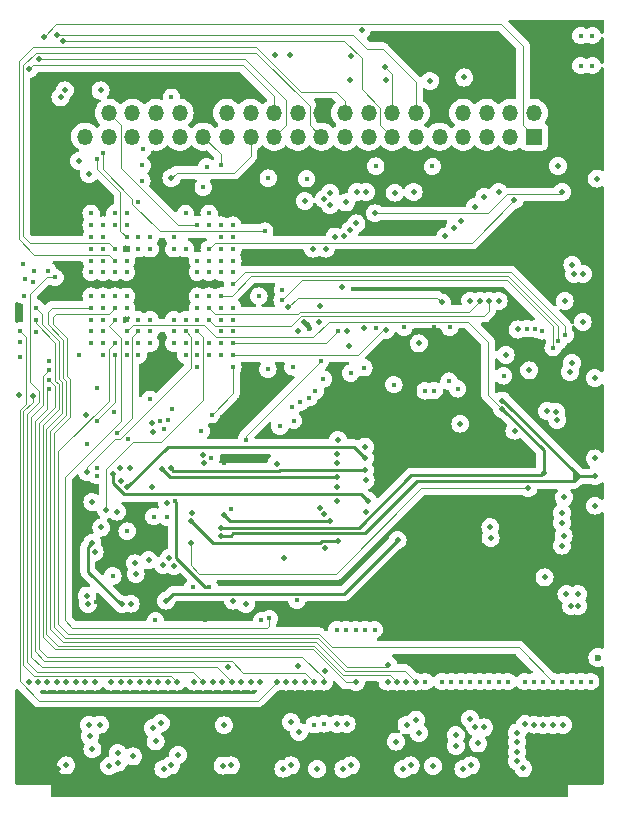
<source format=gbr>
%TF.GenerationSoftware,KiCad,Pcbnew,7.0.10*%
%TF.CreationDate,2024-03-26T21:26:04+03:00*%
%TF.ProjectId,com_1300,636f6d5f-3133-4303-902e-6b696361645f,rev?*%
%TF.SameCoordinates,Original*%
%TF.FileFunction,Copper,L4,Inr*%
%TF.FilePolarity,Positive*%
%FSLAX46Y46*%
G04 Gerber Fmt 4.6, Leading zero omitted, Abs format (unit mm)*
G04 Created by KiCad (PCBNEW 7.0.10) date 2024-03-26 21:26:04*
%MOMM*%
%LPD*%
G01*
G04 APERTURE LIST*
%TA.AperFunction,ComponentPad*%
%ADD10R,1.350000X1.350000*%
%TD*%
%TA.AperFunction,ComponentPad*%
%ADD11O,1.350000X1.350000*%
%TD*%
%TA.AperFunction,ViaPad*%
%ADD12C,0.450000*%
%TD*%
%TA.AperFunction,ViaPad*%
%ADD13C,0.500000*%
%TD*%
%TA.AperFunction,ViaPad*%
%ADD14C,0.600000*%
%TD*%
%TA.AperFunction,Conductor*%
%ADD15C,0.250000*%
%TD*%
%TA.AperFunction,Conductor*%
%ADD16C,0.125000*%
%TD*%
G04 APERTURE END LIST*
D10*
%TO.N,FPGA_CLK1*%
%TO.C,J1*%
X59000000Y-25000000D03*
D11*
%TO.N,USER_IO_0*%
X59000000Y-23000000D03*
%TO.N,USER_IO_1*%
X57000000Y-25000000D03*
%TO.N,USER_IO_2*%
X57000000Y-23000000D03*
%TO.N,USER_IO_3*%
X55000000Y-25000000D03*
%TO.N,USER_IO_4*%
X55000000Y-23000000D03*
%TO.N,USER_IO_5*%
X53000000Y-25000000D03*
%TO.N,USER_IO_6*%
X53000000Y-23000000D03*
%TO.N,USER_IO_7*%
X51000000Y-25000000D03*
%TO.N,GND*%
X51000000Y-23000000D03*
%TO.N,USER_IO_8*%
X49000000Y-25000000D03*
%TO.N,USER_IO_9*%
X49000000Y-23000000D03*
%TO.N,USER_IO_10*%
X47000000Y-25000000D03*
%TO.N,USER_IO_11*%
X47000000Y-23000000D03*
%TO.N,USER_IO_12*%
X45000000Y-25000000D03*
%TO.N,USER_IO_13*%
X45000000Y-23000000D03*
%TO.N,USER_IO_14*%
X43000000Y-25000000D03*
%TO.N,USER_IO_15*%
X43000000Y-23000000D03*
%TO.N,USER_IO_16*%
X41000000Y-25000000D03*
%TO.N,GND*%
X41000000Y-23000000D03*
%TO.N,USER_IO_17*%
X39000000Y-25000000D03*
%TO.N,USER_IO_18*%
X39000000Y-23000000D03*
%TO.N,USER_IO_19*%
X37000000Y-25000000D03*
%TO.N,USER_IO_20*%
X37000000Y-23000000D03*
%TO.N,USER_IO_21*%
X35000000Y-25000000D03*
%TO.N,USER_IO_22*%
X35000000Y-23000000D03*
%TO.N,USER_IO_23*%
X33000000Y-25000000D03*
%TO.N,USER_IO_24*%
X33000000Y-23000000D03*
%TO.N,USER_IO_25*%
X31000000Y-25000000D03*
%TO.N,GND*%
X31000000Y-23000000D03*
%TO.N,USER_IO_26*%
X29000000Y-25000000D03*
%TO.N,USER_IO_27*%
X29000000Y-23000000D03*
%TO.N,USER_IO_28*%
X27000000Y-25000000D03*
%TO.N,USER_IO_29*%
X27000000Y-23000000D03*
%TO.N,SERIAL_IO_2*%
X25000000Y-25000000D03*
%TO.N,SERIAL_IO_1*%
X25000000Y-23000000D03*
%TO.N,USER_IO_30*%
X23000000Y-25000000D03*
%TO.N,USER_IO_31*%
X23000000Y-23000000D03*
%TO.N,BOOT_SECTOR*%
X21000000Y-25000000D03*
%TO.N,GND*%
X21000000Y-23000000D03*
%TD*%
D10*
%TO.N,FPGA_CLK1*%
%TO.C,J1*%
X59000000Y-25000000D03*
D11*
%TO.N,USER_IO_0*%
X59000000Y-23000000D03*
%TO.N,USER_IO_1*%
X57000000Y-25000000D03*
%TO.N,USER_IO_2*%
X57000000Y-23000000D03*
%TO.N,USER_IO_3*%
X55000000Y-25000000D03*
%TO.N,USER_IO_4*%
X55000000Y-23000000D03*
%TO.N,USER_IO_5*%
X53000000Y-25000000D03*
%TO.N,USER_IO_6*%
X53000000Y-23000000D03*
%TO.N,USER_IO_7*%
X51000000Y-25000000D03*
%TO.N,GND*%
X51000000Y-23000000D03*
%TO.N,USER_IO_8*%
X49000000Y-25000000D03*
%TO.N,USER_IO_9*%
X49000000Y-23000000D03*
%TO.N,USER_IO_10*%
X47000000Y-25000000D03*
%TO.N,USER_IO_11*%
X47000000Y-23000000D03*
%TO.N,USER_IO_12*%
X45000000Y-25000000D03*
%TO.N,USER_IO_13*%
X45000000Y-23000000D03*
%TO.N,USER_IO_14*%
X43000000Y-25000000D03*
%TO.N,USER_IO_15*%
X43000000Y-23000000D03*
%TO.N,USER_IO_16*%
X41000000Y-25000000D03*
%TO.N,GND*%
X41000000Y-23000000D03*
%TO.N,USER_IO_17*%
X39000000Y-25000000D03*
%TO.N,USER_IO_18*%
X39000000Y-23000000D03*
%TO.N,USER_IO_19*%
X37000000Y-25000000D03*
%TO.N,USER_IO_20*%
X37000000Y-23000000D03*
%TO.N,USER_IO_21*%
X35000000Y-25000000D03*
%TO.N,USER_IO_22*%
X35000000Y-23000000D03*
%TO.N,USER_IO_23*%
X33000000Y-25000000D03*
%TO.N,USER_IO_24*%
X33000000Y-23000000D03*
%TO.N,USER_IO_25*%
X31000000Y-25000000D03*
%TO.N,GND*%
X31000000Y-23000000D03*
%TO.N,USER_IO_26*%
X29000000Y-25000000D03*
%TO.N,USER_IO_27*%
X29000000Y-23000000D03*
%TO.N,USER_IO_28*%
X27000000Y-25000000D03*
%TO.N,USER_IO_29*%
X27000000Y-23000000D03*
%TO.N,SERIAL_IO_2*%
X25000000Y-25000000D03*
%TO.N,SERIAL_IO_1*%
X25000000Y-23000000D03*
%TO.N,USER_IO_30*%
X23000000Y-25000000D03*
%TO.N,USER_IO_31*%
X23000000Y-23000000D03*
%TO.N,BOOT_SECTOR*%
X21000000Y-25000000D03*
%TO.N,GND*%
X21000000Y-23000000D03*
%TD*%
D12*
%TO.N,+3V3*%
X30500000Y-38500000D03*
X45600000Y-27500000D03*
X23500000Y-38500000D03*
X63950000Y-18990000D03*
X62950000Y-16450000D03*
X30500000Y-36500000D03*
X44590000Y-44570000D03*
X26500000Y-41500000D03*
X28500000Y-34500000D03*
X24500000Y-38500000D03*
X23500000Y-36500000D03*
X30500000Y-39500000D03*
X24500000Y-36500000D03*
D13*
X64150000Y-56250000D03*
D12*
X31660000Y-52230000D03*
D13*
X62150000Y-64750000D03*
D12*
X50400000Y-27530000D03*
X26500000Y-34500000D03*
X21129309Y-51025000D03*
X29500000Y-40500000D03*
D13*
X24152623Y-64604483D03*
D12*
X28385651Y-48075000D03*
X62950000Y-18990000D03*
X48000000Y-41150000D03*
X28500000Y-41500000D03*
D13*
X44749500Y-56750000D03*
D12*
X28500000Y-33500000D03*
D13*
X63120000Y-40680000D03*
D12*
X39750000Y-28575000D03*
X24500000Y-35500000D03*
D13*
X40812039Y-40688000D03*
D12*
X29500000Y-34500000D03*
D13*
X64300000Y-28560000D03*
X21612000Y-59400000D03*
D12*
X28500000Y-40500000D03*
D13*
X62750000Y-63750000D03*
D12*
X30110000Y-63149500D03*
X63950000Y-16450000D03*
X24500000Y-39500000D03*
D13*
X62750000Y-64750000D03*
D12*
X51860000Y-41160000D03*
X31500000Y-38500000D03*
X31500000Y-36500000D03*
X26500000Y-40500000D03*
X26500000Y-33500000D03*
X30500000Y-35500000D03*
D13*
X61750000Y-63750000D03*
D12*
X25500000Y-34500000D03*
D13*
X57350000Y-49900000D03*
D12*
X25500000Y-40500000D03*
%TO.N,GND*%
X34500000Y-38500000D03*
D13*
X64100000Y-51250000D03*
D12*
X25500000Y-39500000D03*
X26504600Y-44495400D03*
X30500000Y-34500000D03*
D13*
X59370000Y-78520000D03*
X63200000Y-42850000D03*
X47450000Y-69125000D03*
D12*
X50540000Y-41160000D03*
X25500000Y-38500000D03*
X46125806Y-46389530D03*
X62950000Y-24070000D03*
X52000000Y-29600000D03*
X32770000Y-52620000D03*
D13*
X18730000Y-78550000D03*
D14*
X56220000Y-66610000D03*
D12*
X45600000Y-41200000D03*
X62950000Y-21530000D03*
X33500000Y-31500000D03*
D14*
X55220000Y-66610000D03*
D12*
X30500000Y-40500000D03*
X24500000Y-40500000D03*
X31150000Y-65967320D03*
X29500000Y-35500000D03*
X63950000Y-24070000D03*
X21963310Y-53023029D03*
X29500000Y-36500000D03*
D13*
X62400000Y-49350000D03*
D12*
X28500000Y-35500000D03*
X26500000Y-35500000D03*
X15475000Y-40025000D03*
X24500000Y-34500000D03*
X28500000Y-39500000D03*
D13*
X64150000Y-61250000D03*
X22500000Y-71900000D03*
D12*
X21500000Y-37500000D03*
X21876239Y-64390543D03*
X25500000Y-35500000D03*
X63950000Y-21530000D03*
X29500000Y-39500000D03*
D13*
X39550500Y-40679989D03*
D12*
X28500000Y-30500000D03*
X26500000Y-38500000D03*
X25500000Y-36500000D03*
X52025000Y-27643000D03*
X26500000Y-39500000D03*
D13*
X61270000Y-78550000D03*
X31000000Y-21900000D03*
X41000000Y-22050000D03*
D12*
X34500000Y-44500000D03*
X26500000Y-36500000D03*
D13*
X40870000Y-27930000D03*
X63800000Y-39450000D03*
X33100993Y-69925071D03*
D12*
X29500000Y-38500000D03*
X34500000Y-30500000D03*
X28500000Y-38500000D03*
X28500000Y-36500000D03*
X48000000Y-27560000D03*
D13*
X63800000Y-27450000D03*
D12*
X20500000Y-29500000D03*
D13*
%TO.N,VCC*%
X39050000Y-69800000D03*
X40650000Y-78550000D03*
D14*
X64424500Y-69110000D03*
D13*
%TO.N,uC_CNTRL1*%
X25212961Y-61137039D03*
X42300000Y-55850000D03*
D12*
X36500000Y-28520000D03*
%TO.N,+2V5*%
X22500000Y-43500000D03*
X35925000Y-65966820D03*
X35700000Y-38500000D03*
D13*
%TO.N,uC_CNTRL4*%
X56605000Y-43475000D03*
X26691509Y-49266509D03*
X20500000Y-27050000D03*
%TO.N,INOUT_PC_CARD_44*%
X37200000Y-71150000D03*
D12*
X15490000Y-41460000D03*
%TO.N,+1V2*%
X22500000Y-32500000D03*
X32500000Y-32500000D03*
X32500000Y-42500000D03*
X26949336Y-65967320D03*
X22500000Y-42500000D03*
D13*
X21222684Y-64557335D03*
%TO.N,FPGA_CLK1*%
X18912000Y-21684941D03*
D12*
X27356862Y-49106862D03*
X23500000Y-32500000D03*
D13*
X17500000Y-16550000D03*
%TO.N,SDRAM_CNTRL8*%
X42750000Y-37701469D03*
X40900000Y-39331469D03*
D12*
%TO.N,FPGA_TEST_EDGE4*%
X25839332Y-27437917D03*
X50535000Y-46515000D03*
X24500000Y-31500000D03*
%TO.N,FPGA_TEST_EDGE5*%
X59706896Y-41446859D03*
X25500000Y-30500000D03*
X28300000Y-21675000D03*
%TO.N,FPGA_TEST_EDGE6*%
X51805638Y-45705638D03*
X25500000Y-33500000D03*
D13*
%TO.N,uC_PROG1*%
X22369855Y-58099855D03*
X42300000Y-54650000D03*
%TO.N,uC_PROG2*%
X27850000Y-64288961D03*
X47450000Y-59175500D03*
%TO.N,uC_PROG4*%
X30990000Y-51974500D03*
D12*
%TO.N,Net-(R11-Pad2)*%
X28500000Y-42500000D03*
X28000353Y-49000353D03*
D13*
%TO.N,Net-(J2-Pad67)*%
X19393049Y-78246951D03*
%TO.N,Net-(J2-Pad43)*%
X50470000Y-78280000D03*
%TO.N,Net-(J2-Pad57)*%
X32637000Y-78252600D03*
D12*
%TO.N,BOOT0*%
X24619526Y-50641751D03*
%TO.N,INOUT_PC_CARD_51*%
X20509600Y-43490400D03*
D13*
X21800000Y-71150000D03*
%TO.N,INOUT_PC_CARD_26*%
X21000000Y-71150000D03*
%TO.N,INOUT_PC_CARD_52*%
X20200000Y-71150000D03*
X15425000Y-46850000D03*
%TO.N,INOUT_PC_CARD_27*%
X19400000Y-71150000D03*
%TO.N,INOUT_PC_CARD_53*%
X18600000Y-71150000D03*
D12*
X17975000Y-44000000D03*
D13*
%TO.N,INOUT_PC_CARD_28*%
X17800000Y-71150000D03*
%TO.N,INOUT_PC_CARD_54*%
X17000000Y-71150000D03*
%TO.N,INOUT_PC_CARD_29*%
X16275000Y-71150000D03*
%TO.N,PC_CARD_27*%
X21612489Y-76883911D03*
X23034541Y-78314011D03*
%TO.N,PC_CARD_52*%
X23793000Y-77998600D03*
X21395433Y-75772033D03*
%TO.N,PC_CARD_26*%
X21332934Y-74820533D03*
X23754500Y-77200025D03*
%TO.N,PC_CARD_51*%
X22266945Y-74785211D03*
X25044741Y-77484905D03*
%TO.N,INOUT_PC_CARD_47*%
X28800000Y-71150000D03*
D12*
X22500000Y-41500000D03*
D13*
X16612000Y-46975000D03*
%TO.N,INOUT_PC_CARD_22*%
X28000000Y-71150000D03*
D12*
X24500000Y-43500000D03*
%TO.N,INOUT_PC_CARD_48*%
X15500000Y-42400000D03*
D13*
X27200000Y-71150000D03*
D12*
%TO.N,INOUT_PC_CARD_23*%
X23450000Y-48335936D03*
D13*
X26400000Y-71150000D03*
%TO.N,INOUT_PC_CARD_49*%
X25600000Y-71150000D03*
D12*
X15450000Y-43650000D03*
%TO.N,INOUT_PC_CARD_24*%
X23500000Y-43500000D03*
D13*
X24800000Y-71150000D03*
D12*
X22006862Y-49056862D03*
%TO.N,INOUT_PC_CARD_50*%
X21500000Y-42500000D03*
D13*
X24000000Y-71150000D03*
X21074011Y-48537000D03*
%TO.N,INOUT_PC_CARD_25*%
X23200000Y-71150000D03*
%TO.N,PC_CARD_49*%
X27632000Y-78554200D03*
X26962488Y-76214110D03*
%TO.N,PC_CARD_23*%
X26743289Y-75080511D03*
X28261650Y-78249500D03*
%TO.N,PC_CARD_48*%
X27406600Y-74671200D03*
X28879800Y-77338200D03*
D12*
%TO.N,INOUT_PC_CARD_17*%
X30500000Y-44500000D03*
D13*
X35800000Y-71150000D03*
D12*
%TO.N,INOUT_PC_CARD_45*%
X16825000Y-41513000D03*
D13*
X35000000Y-71150000D03*
D12*
%TO.N,INOUT_PC_CARD_18*%
X29500000Y-41500000D03*
D13*
X21154320Y-53409389D03*
X34200000Y-71150000D03*
%TO.N,INOUT_PC_CARD_46*%
X33400000Y-71150000D03*
D12*
X17923271Y-44775000D03*
X21500000Y-41500000D03*
%TO.N,INOUT_PC_CARD_19*%
X29500000Y-42500000D03*
D13*
X32600000Y-71150000D03*
D12*
%TO.N,INOUT_PC_CARD_20*%
X25500000Y-41500000D03*
X23724949Y-50138000D03*
D13*
X31800000Y-71150000D03*
D12*
%TO.N,INOUT_PC_CARD_RESET*%
X18446707Y-36932954D03*
D13*
X31000000Y-71150000D03*
D12*
%TO.N,INOUT_PC_CARD_21*%
X25500000Y-42500000D03*
D13*
X30200000Y-71149989D03*
%TO.N,PC_CARD_19*%
X32749599Y-74850500D03*
X33336496Y-78249500D03*
D12*
%TO.N,INOUT_PC_CARD_14*%
X38550000Y-47888000D03*
%TO.N,INOUT_PC_CARD_41*%
X21500000Y-40500000D03*
D13*
X41274086Y-70225914D03*
D12*
%TO.N,INOUT_PC_CARD_55*%
X17868138Y-36406862D03*
X33360000Y-56520000D03*
D13*
X41200000Y-71150000D03*
D12*
X17937000Y-45600000D03*
D13*
%TO.N,INOUT_PC_CARD_42*%
X40400000Y-71150000D03*
D12*
X22500000Y-40500000D03*
X17937011Y-46375000D03*
D13*
%TO.N,INOUT_PC_CARD_15*%
X39600000Y-71150000D03*
D12*
X26500000Y-47250000D03*
X26500000Y-42500000D03*
%TO.N,INOUT_PC_CARD_43*%
X36600000Y-65800000D03*
X23500000Y-40500000D03*
D13*
X38800000Y-71150000D03*
D12*
%TO.N,INOUT_PC_CARD_16*%
X30500000Y-43500000D03*
X38575000Y-44500000D03*
D13*
X38000000Y-71150000D03*
%TO.N,PC_CARD_43*%
X37777500Y-78514300D03*
D12*
X42300000Y-66750000D03*
D13*
X38418286Y-74580811D03*
%TO.N,PC_CARD_15*%
X38424945Y-78249500D03*
X39099971Y-75400000D03*
D12*
%TO.N,PC_CARD_42*%
X43100000Y-66750000D03*
X40400000Y-74800000D03*
%TO.N,PC_CARD_55*%
X41226100Y-74723900D03*
X43900000Y-66750000D03*
D13*
%TO.N,PC_CARD_41*%
X42316400Y-74747400D03*
D12*
X44700000Y-66750000D03*
D13*
X42857500Y-78539700D03*
D12*
%TO.N,PC_CARD_14*%
X45500000Y-66744502D03*
D13*
X43493965Y-78249500D03*
X43129200Y-74747400D03*
D12*
%TO.N,INOUT_PC_CARD_10*%
X38650000Y-49050000D03*
X49800000Y-71150000D03*
D13*
%TO.N,INOUT_PC_CARD_37*%
X49000000Y-71150000D03*
D12*
X21500000Y-39500000D03*
%TO.N,INOUT_PC_CARD_11*%
X39925000Y-47113000D03*
D13*
X48200000Y-71150000D03*
%TO.N,INOUT_PC_CARD_38*%
X47400000Y-71150000D03*
D12*
X22500000Y-39500000D03*
X16823531Y-39513000D03*
D13*
%TO.N,INOUT_PC_CARD_12*%
X46600000Y-71150000D03*
D12*
X39200000Y-47513000D03*
D13*
%TO.N,INOUT_PC_CARD_39*%
X46675000Y-69713480D03*
D12*
X23500000Y-39500000D03*
%TO.N,INOUT_PC_CARD_13*%
X31500000Y-43500000D03*
%TO.N,INOUT_PC_CARD_40*%
X16823542Y-40500000D03*
D13*
X43924500Y-71200000D03*
%TO.N,PC_CARD_11*%
X48209200Y-74798200D03*
X47294800Y-76220600D03*
%TO.N,PC_CARD_37*%
X48996600Y-74366400D03*
X47929800Y-78557400D03*
%TO.N,PC_CARD_10*%
X48557893Y-78249500D03*
X49250433Y-75509233D03*
D12*
%TO.N,INOUT_PC_CARD_33*%
X56800000Y-71150000D03*
%TO.N,INOUT_PC_CARD_6*%
X56000000Y-71150000D03*
X43475000Y-45025000D03*
%TO.N,INOUT_PC_CARD_34*%
X15900000Y-37100000D03*
X21500000Y-38500000D03*
X55200000Y-71150000D03*
%TO.N,INOUT_PC_CARD_7*%
X54400000Y-71150000D03*
X41175000Y-45525000D03*
%TO.N,INOUT_PC_CARD_35*%
X53600000Y-71150000D03*
X16574989Y-37350000D03*
X22500000Y-38500000D03*
%TO.N,INOUT_PC_CARD_8*%
X31500000Y-42500000D03*
X52800000Y-71150000D03*
%TO.N,INOUT_PC_CARD_9*%
X32500000Y-43500000D03*
X52000000Y-71150000D03*
X40500000Y-46525000D03*
%TO.N,INOUT_PC_CARD_36*%
X51200000Y-71150000D03*
D13*
%TO.N,PC_CARD_35*%
X53594000Y-74315600D03*
X52374800Y-75687200D03*
%TO.N,PC_CARD_7*%
X54025800Y-74950600D03*
X52374800Y-76601600D03*
%TO.N,PC_CARD_34*%
X54762400Y-75026800D03*
X53017500Y-78532000D03*
%TO.N,PC_CARD_6*%
X54267100Y-76385700D03*
X53657418Y-78249500D03*
D12*
%TO.N,INOUT_PC_CARD_1*%
X63800000Y-71150000D03*
X32500000Y-39500000D03*
%TO.N,INOUT_PC_CARD_2*%
X61628022Y-41800908D03*
X63000000Y-71150000D03*
X33500000Y-37500000D03*
%TO.N,INOUT_PC_CARD_30*%
X25500000Y-43500000D03*
X62200000Y-71150000D03*
X40925000Y-44000000D03*
X34625000Y-50725989D03*
%TO.N,INOUT_PC_CARD_3*%
X32500000Y-38500000D03*
X61075000Y-42350000D03*
X61400000Y-71150000D03*
%TO.N,INOUT_PC_CARD_31*%
X23500000Y-42500000D03*
X60600000Y-71150000D03*
%TO.N,INOUT_PC_CARD_4*%
X47130638Y-45994362D03*
X59800000Y-71150000D03*
X37700000Y-38000000D03*
%TO.N,INOUT_PC_CARD_32*%
X15805404Y-38469127D03*
X59000000Y-71150000D03*
%TO.N,INOUT_PC_CARD_5*%
X37675000Y-38825000D03*
X60613000Y-42875000D03*
X58200000Y-71150000D03*
D13*
%TO.N,PC_CARD_32*%
X58260000Y-74760000D03*
X57560000Y-75460000D03*
%TO.N,PC_CARD_4*%
X57558100Y-76279367D03*
X59041233Y-74791233D03*
%TO.N,PC_CARD_31*%
X59797466Y-74847466D03*
X57556795Y-77093121D03*
%TO.N,PC_CARD_3*%
X60628700Y-74828700D03*
X57571191Y-77891191D03*
%TO.N,PC_CARD_30*%
X61469933Y-74799933D03*
X58100000Y-78500000D03*
%TO.N,OSC_OUT*%
X21612000Y-55950000D03*
X21154320Y-63861181D03*
D12*
%TO.N,BOOT_SECTOR*%
X24550000Y-58399500D03*
%TO.N,SERIAL_TX*%
X26796444Y-57171444D03*
%TO.N,SERIAL_RX*%
X27950000Y-57250000D03*
D13*
%TO.N,FPGA_CNTRL3*%
X31034017Y-52673517D03*
D12*
X31700000Y-48550000D03*
X33500000Y-44500000D03*
D13*
%TO.N,TIM3_CH3*%
X28100000Y-60700000D03*
X37800000Y-60675000D03*
%TO.N,TIM3_CH4*%
X27611264Y-61261264D03*
%TO.N,FPGA_CNTRL1*%
X21799500Y-60175000D03*
D12*
X16675000Y-36350000D03*
D13*
%TO.N,uC_A19*%
X32739207Y-57050793D03*
X41753948Y-57568691D03*
D12*
%TO.N,FPGA_CNTRL2*%
X22000000Y-46270000D03*
X23350000Y-62200000D03*
D13*
%TO.N,CAN2_TX*%
X41261933Y-56996997D03*
X24757115Y-53070356D03*
%TO.N,NRST*%
X27924780Y-56035500D03*
X52760000Y-49310000D03*
%TO.N,uC_A16*%
X42415650Y-50700989D03*
X26725461Y-49975461D03*
%TO.N,uC_A15*%
X44700000Y-51250000D03*
X30050000Y-56850000D03*
%TO.N,uC_A14*%
X42300000Y-51850000D03*
X24060000Y-54175500D03*
%TO.N,uC_A13*%
X44700000Y-52250000D03*
X24580000Y-54675500D03*
%TO.N,uC_A12*%
X42300000Y-52650000D03*
X26625000Y-54700989D03*
%TO.N,uC_A11*%
X44700000Y-53250000D03*
X28234994Y-53050000D03*
%TO.N,uC_A10*%
X27495000Y-53171242D03*
X42300000Y-53850000D03*
%TO.N,uC_A9*%
X44750000Y-54100000D03*
X28500000Y-61350000D03*
%TO.N,uC_A18*%
X23350000Y-53534000D03*
X44925500Y-55824500D03*
%TO.N,uC_A8*%
X29955377Y-57582849D03*
X42400000Y-59257320D03*
%TO.N,uC_A1*%
X59900000Y-62324500D03*
X60106300Y-48256300D03*
D12*
%TO.N,uC_CNTRL3*%
X15725000Y-35775000D03*
D13*
X34600000Y-64605500D03*
D12*
X21977750Y-53700500D03*
X25800000Y-28725000D03*
%TO.N,uC_CNTRL2*%
X38925000Y-64263000D03*
X36468138Y-44706862D03*
D13*
X33527250Y-64284500D03*
D12*
X22487000Y-26375000D03*
D13*
X24850000Y-64550000D03*
D12*
X36200000Y-33000000D03*
D13*
%TO.N,uC_AD0*%
X22764500Y-56588000D03*
D12*
X30500000Y-41500000D03*
D13*
X62050000Y-44950000D03*
X61375000Y-59625000D03*
%TO.N,uC_AD1*%
X23675000Y-56750000D03*
D12*
X30500000Y-42500000D03*
D13*
X64150000Y-45450000D03*
X61500000Y-58800000D03*
D12*
%TO.N,uC_AD2*%
X52531862Y-46356862D03*
X27675000Y-49750000D03*
X30825000Y-49925000D03*
D13*
X60881300Y-48293766D03*
X61376120Y-57686193D03*
D12*
X29500000Y-43500000D03*
D13*
%TO.N,uC_AD3*%
X55325008Y-58975008D03*
X60978150Y-49009383D03*
D12*
X37475000Y-49526967D03*
D13*
X61350000Y-56850000D03*
X25275500Y-62050000D03*
%TO.N,uC_AD4*%
X61550000Y-55550000D03*
X58600000Y-44800000D03*
X55300461Y-58074539D03*
X26373789Y-60873789D03*
%TO.N,uC_AD5*%
X29950000Y-59450000D03*
D12*
X56420000Y-45260000D03*
D13*
X58525500Y-54754500D03*
%TO.N,uC_AD6*%
X56300000Y-47350000D03*
X64154500Y-53750000D03*
D12*
X24500000Y-42500000D03*
D13*
X32526150Y-58824500D03*
%TO.N,uC_AD7*%
X59825500Y-53460000D03*
X32531442Y-58125018D03*
X56300000Y-48049503D03*
D12*
X24500000Y-41500000D03*
D13*
%TO.N,uC_A0*%
X62200000Y-44150000D03*
X64154500Y-52257411D03*
D12*
%TO.N,uC_A17*%
X31500000Y-63149500D03*
X28583480Y-55890353D03*
D13*
%TO.N,USER_IO_21*%
X28300000Y-28500000D03*
D12*
%TO.N,USER_IO_22*%
X31000000Y-29313000D03*
%TO.N,USER_IO_27*%
X31280638Y-27569362D03*
%TO.N,USER_IO_25*%
X32513000Y-27425000D03*
D13*
%TO.N,USER_IO_2*%
X53100000Y-20000000D03*
%TO.N,Net-(R22-Pad2)*%
X21300000Y-28200000D03*
D12*
%TO.N,FPGA_TEST_EDGE1*%
X58397500Y-41272500D03*
%TO.N,USER_IO_4*%
X21500000Y-31500000D03*
%TO.N,SERIAL_IO_2*%
X23500000Y-31500000D03*
%TO.N,USER_IO_23*%
X29500000Y-31500000D03*
%TO.N,USER_IO_30*%
X31500000Y-31500000D03*
D13*
%TO.N,SDRAM_A1*%
X41734788Y-29769290D03*
X62404678Y-36647149D03*
%TO.N,SDRAM_A0*%
X62248000Y-35860000D03*
X41230000Y-30281290D03*
%TO.N,USER_IO_6*%
X22300000Y-21100000D03*
X19275000Y-21087000D03*
D12*
%TO.N,USER_IO_8*%
X21500000Y-32500000D03*
D13*
X46488000Y-20200000D03*
D12*
%TO.N,FPGA_TEST_EDGE3*%
X59079362Y-41279362D03*
X24500000Y-32500000D03*
X25900000Y-26063000D03*
%TO.N,USER_IO_31*%
X30500000Y-32490000D03*
%TO.N,USER_IO_24*%
X31500000Y-32500000D03*
%TO.N,SDRAM_A2*%
X33500000Y-32500000D03*
D13*
X39582961Y-30462961D03*
X63150000Y-36620000D03*
%TO.N,SDRAM_A3*%
X41725724Y-30793290D03*
X61600000Y-38900000D03*
%TO.N,SDRAM_A4*%
X45540000Y-31500000D03*
X61400000Y-29700000D03*
%TO.N,USER_IO_9*%
X18600000Y-16376000D03*
%TO.N,USER_IO_10*%
X19100000Y-16888000D03*
D12*
%TO.N,USER_IO_7*%
X21500000Y-33500000D03*
D13*
X50225000Y-20300000D03*
%TO.N,USER_IO_12*%
X43400000Y-20176000D03*
D12*
X22500000Y-33500000D03*
%TO.N,FPGA_TEST_EDGE2*%
X24500000Y-33500000D03*
X22000000Y-26925000D03*
X49795514Y-46532396D03*
%TO.N,SDRAM_A5*%
X32500000Y-33500000D03*
D13*
X61038904Y-27492075D03*
D12*
%TO.N,SDRAM_A6*%
X33500000Y-33500000D03*
D13*
X52262961Y-32712961D03*
X43460875Y-32882000D03*
%TO.N,SDRAM_A7*%
X43963480Y-32360000D03*
X52819355Y-32156567D03*
%TO.N,SDRAM_A8*%
X53987039Y-30962000D03*
X42120000Y-33464389D03*
%TO.N,USER_IO_13*%
X44400000Y-16000000D03*
D12*
%TO.N,USER_IO_14*%
X21500000Y-34500000D03*
D13*
X43500000Y-18200000D03*
D12*
%TO.N,USER_IO_11*%
X22500000Y-34500000D03*
D13*
X46400000Y-19088000D03*
D12*
%TO.N,USER_IO_16*%
X23500000Y-34500000D03*
%TO.N,SDRAM_A9*%
X31500000Y-34500000D03*
D13*
X57340000Y-30402000D03*
%TO.N,SDRAM_A10*%
X51500000Y-33460000D03*
X42950000Y-33460000D03*
D12*
X32500000Y-34500000D03*
%TO.N,SDRAM_A11*%
X33500000Y-34500000D03*
D13*
X54793330Y-30127775D03*
X40280000Y-34488400D03*
%TO.N,SDRAM_A12*%
X56000000Y-29700000D03*
X41350000Y-34488400D03*
%TO.N,USER_IO_17*%
X38300000Y-18088000D03*
D12*
X21500000Y-35500000D03*
%TO.N,USER_IO_18*%
X22500000Y-35500000D03*
D13*
X37100000Y-18088000D03*
D12*
%TO.N,USER_IO_15*%
X23500000Y-35500000D03*
%TO.N,SDRAM_DQ0*%
X31500000Y-35500000D03*
D13*
X43102039Y-30582039D03*
D12*
%TO.N,SDRAM_DQ1*%
X32500000Y-35500000D03*
D13*
X44000000Y-29700000D03*
%TO.N,SDRAM_DQ2*%
X44800000Y-29700000D03*
D12*
X33500000Y-35500000D03*
%TO.N,USER_IO_19*%
X21500000Y-36500000D03*
D13*
X17112000Y-18412000D03*
D12*
%TO.N,USER_IO_20*%
X22500000Y-36500000D03*
D13*
X16237000Y-19300000D03*
%TO.N,SDRAM_DQ4*%
X47200000Y-29750000D03*
D12*
X32500000Y-36500000D03*
%TO.N,SDRAM_DQ5*%
X33500000Y-36500000D03*
D13*
X48800000Y-29700000D03*
D12*
%TO.N,SDRAM_CNTRL3*%
X31500000Y-39500000D03*
D13*
X54400000Y-38900000D03*
D12*
%TO.N,SDRAM_CNTRL1*%
X33500000Y-39500000D03*
D13*
%TO.N,SDRAM_DQ8*%
X38214105Y-39467580D03*
X51200000Y-39050000D03*
D12*
%TO.N,SDRAM_CNTRL2*%
X31500000Y-40500000D03*
D13*
X55200000Y-38900000D03*
D12*
%TO.N,SDRAM_CNTRL7*%
X32500000Y-40500000D03*
D13*
X56000000Y-38900000D03*
%TO.N,SDRAM_CNTRL6*%
X57610461Y-41335461D03*
D12*
X32500000Y-41500000D03*
D13*
%TO.N,SDRAM_DQ15*%
X39000000Y-41488000D03*
D12*
X33500000Y-41500000D03*
%TO.N,SDRAM_CNTRL10*%
X33500000Y-42500000D03*
X42375000Y-41475000D03*
D13*
%TO.N,SDRAM_DQ13*%
X43187961Y-41437961D03*
X44630000Y-41200000D03*
D12*
%TO.N,SDRAM_DQ12*%
X33500000Y-43500000D03*
D13*
X46437961Y-41387961D03*
%TO.N,SDRAM_DQ9*%
X43350000Y-42750000D03*
X49250000Y-42512000D03*
%TO.N,SDRAM_CNTRL4*%
X53600000Y-38900000D03*
D12*
X33500000Y-40500000D03*
D13*
%TO.N,CAN2_RX*%
X41330000Y-59831820D03*
X23924500Y-53049500D03*
%TO.N,USART3_TX*%
X40860000Y-56424500D03*
%TO.N,Net-(J4-Pad16)*%
X37200000Y-52700000D03*
%TD*%
D15*
%TO.N,+3V3*%
X21225000Y-61835000D02*
X23994483Y-64604483D01*
X23994483Y-64604483D02*
X24152623Y-64604483D01*
X21225000Y-59787000D02*
X21225000Y-61835000D01*
X21612000Y-59400000D02*
X21225000Y-59787000D01*
D16*
%TO.N,INOUT_PC_CARD_44*%
X17075906Y-72750000D02*
X35600000Y-72750000D01*
X15450000Y-71124094D02*
X17075906Y-72750000D01*
X15490000Y-41460000D02*
X15987011Y-41957011D01*
X35600000Y-72750000D02*
X37200000Y-71150000D01*
X15987011Y-41957011D02*
X15987011Y-47604049D01*
X15987011Y-47604049D02*
X15450000Y-48141060D01*
X15450000Y-48141060D02*
X15450000Y-71124094D01*
%TO.N,FPGA_CLK1*%
X58062989Y-24062989D02*
X58062989Y-17312989D01*
X18562011Y-15487989D02*
X17500000Y-16550000D01*
X58062989Y-17312989D02*
X57200000Y-16450000D01*
X57200000Y-16450000D02*
X56237989Y-15487989D01*
X56237989Y-15487989D02*
X18562011Y-15487989D01*
X59000000Y-25000000D02*
X58062989Y-24062989D01*
D15*
%TO.N,uC_PROG2*%
X42925500Y-63700000D02*
X47450000Y-59175500D01*
X28438961Y-63700000D02*
X42925500Y-63700000D01*
X27850000Y-64288961D02*
X28438961Y-63700000D01*
D16*
%TO.N,INOUT_PC_CARD_47*%
X15774520Y-48275480D02*
X15774520Y-69724520D01*
X15774520Y-69724520D02*
X16687989Y-70637989D01*
X16687989Y-70637989D02*
X28287989Y-70637989D01*
X16612000Y-47438000D02*
X15774520Y-48275480D01*
X28287989Y-70637989D02*
X28800000Y-71150000D01*
X16612000Y-46975000D02*
X16612000Y-47438000D01*
%TO.N,INOUT_PC_CARD_24*%
X22006862Y-49056862D02*
X22006862Y-48993138D01*
X22006862Y-48993138D02*
X23500000Y-47500000D01*
X23500000Y-47500000D02*
X23500000Y-43500000D01*
%TO.N,INOUT_PC_CARD_18*%
X23938621Y-50625000D02*
X29999600Y-44564021D01*
X21154320Y-53409389D02*
X21154320Y-52995680D01*
X21154320Y-52995680D02*
X23525000Y-50625000D01*
X29999600Y-44564021D02*
X29999600Y-41999600D01*
X23525000Y-50625000D02*
X23938621Y-50625000D01*
X29999600Y-41999600D02*
X29500000Y-41500000D01*
%TO.N,INOUT_PC_CARD_46*%
X16423560Y-69023560D02*
X17350000Y-69950000D01*
X17923271Y-44775000D02*
X17450000Y-45248271D01*
X17350000Y-69950000D02*
X32200000Y-69950000D01*
X17450000Y-45248271D02*
X17450000Y-47750000D01*
X16423560Y-48776440D02*
X16423560Y-69023560D01*
X17450000Y-47750000D02*
X16423560Y-48776440D01*
X32200000Y-69950000D02*
X33400000Y-71150000D01*
%TO.N,INOUT_PC_CARD_20*%
X25000389Y-48862560D02*
X25000389Y-41999611D01*
X23724949Y-50138000D02*
X25000389Y-48862560D01*
X25500000Y-41500000D02*
X24999600Y-42000400D01*
X25000389Y-41999611D02*
X25500000Y-41500000D01*
%TO.N,INOUT_PC_CARD_RESET*%
X17124011Y-46549011D02*
X17124011Y-47475989D01*
X16099040Y-69499040D02*
X16900000Y-70300000D01*
X16900000Y-70300000D02*
X30150000Y-70300000D01*
X30150000Y-70300000D02*
X31000000Y-71150000D01*
X18446707Y-36932954D02*
X17742046Y-36932954D01*
X16099040Y-48500960D02*
X16099040Y-69499040D01*
X16336531Y-38338469D02*
X16336531Y-45761531D01*
X17124011Y-47475989D02*
X16099040Y-48500960D01*
X17742046Y-36932954D02*
X16336531Y-38338469D01*
X16336531Y-45761531D02*
X17124011Y-46549011D01*
%TO.N,INOUT_PC_CARD_41*%
X41274086Y-70225914D02*
X41274086Y-70224086D01*
%TO.N,INOUT_PC_CARD_55*%
X41200000Y-70875906D02*
X41200000Y-71150000D01*
X17937000Y-45600000D02*
X18424011Y-46087011D01*
X17072600Y-49227400D02*
X17072600Y-68372600D01*
X39399574Y-69075480D02*
X41200000Y-70875906D01*
X18424011Y-46087011D02*
X18424011Y-47875989D01*
X17072600Y-68372600D02*
X17775480Y-69075480D01*
X18424011Y-47875989D02*
X17072600Y-49227400D01*
X17775480Y-69075480D02*
X39399574Y-69075480D01*
%TO.N,INOUT_PC_CARD_42*%
X34400000Y-70400000D02*
X39650000Y-70400000D01*
X17774520Y-48025480D02*
X16748080Y-49051920D01*
X17937011Y-46375000D02*
X17774520Y-46537491D01*
X17550000Y-69400000D02*
X33400000Y-69400000D01*
X16748080Y-68598080D02*
X17550000Y-69400000D01*
X16748080Y-49051920D02*
X16748080Y-68598080D01*
X33400000Y-69400000D02*
X34400000Y-70400000D01*
X39650000Y-70400000D02*
X40400000Y-71150000D01*
X17774520Y-46537491D02*
X17774520Y-48025480D01*
%TO.N,INOUT_PC_CARD_43*%
X19275000Y-65925000D02*
X19925000Y-66575000D01*
X24012989Y-49062011D02*
X19275000Y-53800000D01*
X23500000Y-40500000D02*
X22999600Y-41000400D01*
X36600000Y-66400000D02*
X36600000Y-65800000D01*
X24012989Y-42013789D02*
X24012989Y-49062011D01*
X19275000Y-53800000D02*
X19275000Y-65925000D01*
X22999600Y-41000400D02*
X24012989Y-42013789D01*
X19925000Y-66575000D02*
X36425000Y-66575000D01*
X36425000Y-66575000D02*
X36600000Y-66400000D01*
%TO.N,INOUT_PC_CARD_37*%
X18175000Y-39500000D02*
X17825000Y-39850000D01*
X19124040Y-45410220D02*
X19397571Y-45683751D01*
X42993360Y-70225480D02*
X48075480Y-70225480D01*
X21500000Y-39500000D02*
X18175000Y-39500000D01*
X17825000Y-39850000D02*
X17825000Y-40891060D01*
X40545280Y-67777400D02*
X42993360Y-70225480D01*
X18046160Y-49928840D02*
X18046160Y-66696160D01*
X18046160Y-66696160D02*
X19127400Y-67777400D01*
X17825000Y-40891060D02*
X19124040Y-42190100D01*
X19127400Y-67777400D02*
X40545280Y-67777400D01*
X48075480Y-70225480D02*
X49000000Y-71150000D01*
X19397571Y-48577429D02*
X18046160Y-49928840D01*
X19124040Y-42190100D02*
X19124040Y-45410220D01*
X19397571Y-45683751D02*
X19397571Y-48577429D01*
%TO.N,INOUT_PC_CARD_38*%
X19073051Y-45818171D02*
X19073051Y-48376949D01*
X40410860Y-68101920D02*
X42858940Y-70550000D01*
X17721640Y-49728360D02*
X17721640Y-67121640D01*
X42858940Y-70550000D02*
X46800000Y-70550000D01*
X17310542Y-40000011D02*
X17310542Y-40835542D01*
X18799520Y-42324520D02*
X18799520Y-45544640D01*
X18799520Y-45544640D02*
X19073051Y-45818171D01*
X19073051Y-48376949D02*
X17721640Y-49728360D01*
X46800000Y-70550000D02*
X47400000Y-71150000D01*
X17310542Y-40835542D02*
X18799520Y-42324520D01*
X18701920Y-68101920D02*
X40410860Y-68101920D01*
X17725000Y-49725000D02*
X17721640Y-49728360D01*
X16823531Y-39513000D02*
X17310542Y-40000011D01*
X17721640Y-67121640D02*
X18701920Y-68101920D01*
%TO.N,INOUT_PC_CARD_39*%
X19722090Y-48711850D02*
X19722090Y-45549330D01*
X19722090Y-45549330D02*
X19448560Y-45275800D01*
X22987011Y-40012989D02*
X23500000Y-39500000D01*
X43126820Y-69900000D02*
X40679700Y-67452880D01*
X18370680Y-66520680D02*
X18370680Y-50063260D01*
X18300000Y-40250000D02*
X18537011Y-40012989D01*
X18537011Y-40012989D02*
X22987011Y-40012989D01*
X19302880Y-67452880D02*
X18370680Y-66520680D01*
X19448560Y-42048560D02*
X18300000Y-40900000D01*
X18370680Y-50063260D02*
X19722090Y-48711850D01*
X40679700Y-67452880D02*
X19302880Y-67452880D01*
X46488480Y-69900000D02*
X43126820Y-69900000D01*
X46675000Y-69713480D02*
X46488480Y-69900000D01*
X19448560Y-45275800D02*
X19448560Y-42048560D01*
X18300000Y-40900000D02*
X18300000Y-40250000D01*
%TO.N,INOUT_PC_CARD_40*%
X18475000Y-42474261D02*
X18475000Y-45679060D01*
X18475000Y-45679060D02*
X18748531Y-45952591D01*
X16823542Y-40500000D02*
X16823542Y-40822803D01*
X17397120Y-67347120D02*
X18476440Y-68426440D01*
X17397120Y-49452880D02*
X17397120Y-67347120D01*
X18476440Y-68426440D02*
X40276440Y-68426440D01*
X43050000Y-71200000D02*
X43924500Y-71200000D01*
X18748531Y-48101469D02*
X17397120Y-49452880D01*
X16823542Y-40822803D02*
X18475000Y-42474261D01*
X40276440Y-68426440D02*
X43050000Y-71200000D01*
X18748531Y-45952591D02*
X18748531Y-48101469D01*
%TO.N,INOUT_PC_CARD_2*%
X61628022Y-41800908D02*
X61628022Y-41078022D01*
X61628022Y-41078022D02*
X57050000Y-36500000D01*
X34500000Y-36500000D02*
X33500000Y-37500000D01*
X57050000Y-36500000D02*
X34500000Y-36500000D01*
%TO.N,INOUT_PC_CARD_30*%
X34625000Y-50325000D02*
X40925000Y-44025000D01*
X34625000Y-50725989D02*
X34625000Y-50325000D01*
X40925000Y-44025000D02*
X40925000Y-44000000D01*
%TO.N,INOUT_PC_CARD_3*%
X61075000Y-42350000D02*
X61075000Y-41075000D01*
X61075000Y-41075000D02*
X56824520Y-36824520D01*
X35075480Y-36824520D02*
X33400000Y-38500000D01*
X56824520Y-36824520D02*
X35075480Y-36824520D01*
X33400000Y-38500000D02*
X32500000Y-38500000D01*
%TO.N,INOUT_PC_CARD_31*%
X22987011Y-47387989D02*
X22987011Y-43012989D01*
X40810760Y-67125000D02*
X19575000Y-67125000D01*
X18725000Y-51650000D02*
X22987011Y-47387989D01*
X19575000Y-67125000D02*
X18725000Y-66275000D01*
X60600000Y-71150000D02*
X57700000Y-68250000D01*
X18725000Y-66275000D02*
X18725000Y-51650000D01*
X22987011Y-43012989D02*
X23500000Y-42500000D01*
X41935760Y-68250000D02*
X40810760Y-67125000D01*
X57700000Y-68250000D02*
X41935760Y-68250000D01*
%TO.N,INOUT_PC_CARD_5*%
X60587989Y-41062029D02*
X60587989Y-42849989D01*
X39350960Y-37149040D02*
X56675000Y-37149040D01*
X56675000Y-37149040D02*
X60587989Y-41062029D01*
X37675000Y-38825000D02*
X39350960Y-37149040D01*
X60587989Y-42849989D02*
X60613000Y-42875000D01*
%TO.N,FPGA_CNTRL3*%
X33500000Y-46750000D02*
X33500000Y-44500000D01*
X31700000Y-48550000D02*
X33500000Y-46750000D01*
D15*
%TO.N,uC_A19*%
X41751131Y-57571508D02*
X41753948Y-57568691D01*
X32739207Y-57050793D02*
X33259922Y-57571508D01*
X33259922Y-57571508D02*
X41751131Y-57571508D01*
%TO.N,uC_A13*%
X43725489Y-51275489D02*
X44700000Y-52250000D01*
X24580000Y-54675500D02*
X27980011Y-51275489D01*
X27980011Y-51275489D02*
X43725489Y-51275489D01*
%TO.N,uC_A11*%
X37462482Y-53250000D02*
X44700000Y-53250000D01*
X28234994Y-53050000D02*
X28459505Y-53274511D01*
X28459505Y-53274511D02*
X37437971Y-53274511D01*
X37437971Y-53274511D02*
X37462482Y-53250000D01*
%TO.N,uC_A10*%
X28173758Y-53850000D02*
X42300000Y-53850000D01*
X27495000Y-53171242D02*
X28173758Y-53850000D01*
%TO.N,uC_A18*%
X23350000Y-53534000D02*
X23350000Y-54300000D01*
X44376489Y-55275489D02*
X44925500Y-55824500D01*
X24325489Y-55275489D02*
X44376489Y-55275489D01*
X23350000Y-54300000D02*
X24325489Y-55275489D01*
%TO.N,uC_A8*%
X40919338Y-59430000D02*
X41092018Y-59257320D01*
X29955377Y-57582849D02*
X31802528Y-59430000D01*
X31802528Y-59430000D02*
X40919338Y-59430000D01*
X41092018Y-59257320D02*
X42400000Y-59257320D01*
D16*
%TO.N,uC_CNTRL2*%
X25000000Y-30266060D02*
X22487000Y-27753060D01*
X22487000Y-27753060D02*
X22487000Y-26375000D01*
X25000000Y-30688739D02*
X25000000Y-30266060D01*
X27311261Y-33000000D02*
X25000000Y-30688739D01*
X36200000Y-33000000D02*
X27311261Y-33000000D01*
%TO.N,uC_AD0*%
X30500000Y-41500000D02*
X30999600Y-41999600D01*
X30999600Y-41999600D02*
X30999600Y-47270400D01*
X22770000Y-53180000D02*
X22770000Y-56582500D01*
X27381531Y-50888469D02*
X25061531Y-50888469D01*
X25061531Y-50888469D02*
X22770000Y-53180000D01*
X30999600Y-47270400D02*
X27381531Y-50888469D01*
X22770000Y-56582500D02*
X22764500Y-56588000D01*
%TO.N,uC_AD5*%
X29950000Y-61300000D02*
X29950000Y-59450000D01*
X58525500Y-54754500D02*
X49459782Y-54754500D01*
X30650000Y-62000000D02*
X29950000Y-61300000D01*
X49459782Y-54754500D02*
X42214282Y-62000000D01*
X42214282Y-62000000D02*
X30650000Y-62000000D01*
D15*
%TO.N,uC_AD6*%
X32526150Y-58824500D02*
X32536161Y-58834511D01*
X32536161Y-58834511D02*
X33313471Y-58834511D01*
X62812979Y-53750000D02*
X64154500Y-53750000D01*
X33555260Y-58592722D02*
X44657278Y-58592722D01*
X49070000Y-54180000D02*
X62382979Y-54180000D01*
X56412979Y-47350000D02*
X62812979Y-53750000D01*
X62382979Y-54180000D02*
X62812979Y-53750000D01*
X56300000Y-47350000D02*
X56412979Y-47350000D01*
X33313471Y-58834511D02*
X33555260Y-58592722D01*
X44657278Y-58592722D02*
X49070000Y-54180000D01*
D16*
%TO.N,uC_AD7*%
X55125000Y-42375000D02*
X55125000Y-46899094D01*
X41662011Y-40662989D02*
X53412989Y-40662989D01*
D15*
X32549626Y-58143202D02*
X44168780Y-58143202D01*
D16*
X24500000Y-41500000D02*
X25012989Y-40987011D01*
X32050011Y-42000011D02*
X40324989Y-42000011D01*
X53412989Y-40662989D02*
X55125000Y-42375000D01*
X56275409Y-48049503D02*
X56300000Y-48049503D01*
X31037011Y-40987011D02*
X32050011Y-42000011D01*
D15*
X56311985Y-48049503D02*
X56300000Y-48049503D01*
D16*
X55125000Y-46899094D02*
X56275409Y-48049503D01*
X40324989Y-42000011D02*
X41662011Y-40662989D01*
D15*
X59595500Y-53690000D02*
X59825500Y-53460000D01*
X48621982Y-53690000D02*
X59595500Y-53690000D01*
X32531442Y-58125018D02*
X32549626Y-58143202D01*
D16*
X25012989Y-40987011D02*
X31037011Y-40987011D01*
D15*
X44168780Y-58143202D02*
X48621982Y-53690000D01*
X59825500Y-53460000D02*
X59825500Y-51563018D01*
X59825500Y-51563018D02*
X56311985Y-48049503D01*
%TO.N,uC_A17*%
X31163782Y-63149500D02*
X28674511Y-60660229D01*
X28674511Y-60660229D02*
X28674511Y-55981384D01*
X28674511Y-55981384D02*
X28583480Y-55890353D01*
X31500000Y-63149500D02*
X31163782Y-63149500D01*
D16*
%TO.N,USER_IO_21*%
X28740000Y-28060000D02*
X33565000Y-28060000D01*
X28300000Y-28500000D02*
X28740000Y-28060000D01*
X33565000Y-28060000D02*
X35000000Y-26625000D01*
X35000000Y-26625000D02*
X35000000Y-25000000D01*
%TO.N,USER_IO_25*%
X32513000Y-26513000D02*
X31000000Y-25000000D01*
X32513000Y-27425000D02*
X32513000Y-26513000D01*
%TO.N,USER_IO_31*%
X24000000Y-27625000D02*
X28865000Y-32490000D01*
X23000000Y-23000000D02*
X24000000Y-24000000D01*
X28865000Y-32490000D02*
X30500000Y-32490000D01*
X24000000Y-24000000D02*
X24000000Y-27625000D01*
%TO.N,SDRAM_A4*%
X45540000Y-31500000D02*
X55100000Y-31500000D01*
X61210000Y-29890000D02*
X61400000Y-29700000D01*
X55100000Y-31500000D02*
X56710000Y-29890000D01*
X56710000Y-29890000D02*
X61210000Y-29890000D01*
%TO.N,USER_IO_9*%
X18600000Y-16376000D02*
X18600500Y-16375500D01*
X18600500Y-16375500D02*
X43675500Y-16375500D01*
X43675500Y-16375500D02*
X44900000Y-17600000D01*
X49000000Y-20400000D02*
X49000000Y-23000000D01*
X44900000Y-17600000D02*
X46200000Y-17600000D01*
X46200000Y-17600000D02*
X49000000Y-20400000D01*
%TO.N,USER_IO_10*%
X42912785Y-16888000D02*
X19012000Y-16888000D01*
X47000000Y-25000000D02*
X46000000Y-24000000D01*
X44400000Y-21000000D02*
X44400000Y-18375215D01*
X44400000Y-18375215D02*
X42912785Y-16888000D01*
X46000000Y-24000000D02*
X46000000Y-22600000D01*
X46000000Y-22600000D02*
X44400000Y-21000000D01*
%TO.N,FPGA_TEST_EDGE2*%
X23987011Y-29712011D02*
X23987011Y-32987011D01*
X22000000Y-26925000D02*
X22000000Y-27725000D01*
X22000000Y-27725000D02*
X23987011Y-29712011D01*
X23987011Y-32987011D02*
X24500000Y-33500000D01*
%TO.N,USER_IO_11*%
X46400000Y-19088000D02*
X47000000Y-19688000D01*
X47000000Y-19688000D02*
X47000000Y-23000000D01*
%TO.N,USER_IO_16*%
X41000000Y-25000000D02*
X40000000Y-24000000D01*
X15725000Y-18975000D02*
X15725000Y-33425000D01*
X15725000Y-33425000D02*
X16300400Y-34000400D01*
X23000400Y-34000400D02*
X23500000Y-34500000D01*
X35500000Y-17900000D02*
X16800000Y-17900000D01*
X40000000Y-22400000D02*
X35500000Y-17900000D01*
X16300400Y-34000400D02*
X23000400Y-34000400D01*
X40000000Y-24000000D02*
X40000000Y-22400000D01*
X16800000Y-17900000D02*
X15725000Y-18975000D01*
%TO.N,SDRAM_A9*%
X57340000Y-30402000D02*
X57338000Y-30402000D01*
X33701728Y-33987011D02*
X32012989Y-33987011D01*
X57338000Y-30402000D02*
X53763611Y-33976389D01*
X32012989Y-33987011D02*
X31500000Y-34500000D01*
X33712350Y-33976389D02*
X33701728Y-33987011D01*
X53763611Y-33976389D02*
X33712350Y-33976389D01*
%TO.N,USER_IO_15*%
X15400000Y-18600000D02*
X15400000Y-33700800D01*
X35459620Y-17400000D02*
X16600000Y-17400000D01*
X23000400Y-35000400D02*
X23500000Y-35500000D01*
X39259620Y-21200000D02*
X35459620Y-17400000D01*
X43000000Y-23000000D02*
X43000000Y-22000000D01*
X43000000Y-22000000D02*
X42200000Y-21200000D01*
X16699600Y-35000400D02*
X23000400Y-35000400D01*
X15400000Y-33700800D02*
X16699600Y-35000400D01*
X16600000Y-17400000D02*
X15400000Y-18600000D01*
X42200000Y-21200000D02*
X39259620Y-21200000D01*
%TO.N,USER_IO_19*%
X38000000Y-21900000D02*
X38000000Y-24000000D01*
X17124000Y-18400000D02*
X34500000Y-18400000D01*
X34500000Y-18400000D02*
X38000000Y-21900000D01*
X38000000Y-24000000D02*
X37000000Y-25000000D01*
X17112000Y-18412000D02*
X17124000Y-18400000D01*
%TO.N,USER_IO_20*%
X16613000Y-18924000D02*
X34324000Y-18924000D01*
X37000000Y-21600000D02*
X37000000Y-23000000D01*
X16237000Y-19300000D02*
X16613000Y-18924000D01*
X34324000Y-18924000D02*
X37000000Y-21600000D01*
%TO.N,SDRAM_CNTRL3*%
X31500000Y-39500000D02*
X31987011Y-39987011D01*
X31987011Y-39987011D02*
X39004049Y-39987011D01*
X39147591Y-39843469D02*
X53456531Y-39843469D01*
X53456531Y-39843469D02*
X54400000Y-38900000D01*
X39004049Y-39987011D02*
X39147591Y-39843469D01*
%TO.N,SDRAM_DQ8*%
X39031685Y-38650000D02*
X38214105Y-39467580D01*
X51200000Y-39050000D02*
X50800000Y-38650000D01*
X39031685Y-38650000D02*
X50800000Y-38650000D01*
%TO.N,SDRAM_CNTRL2*%
X32000400Y-41000400D02*
X31500000Y-40500000D01*
X38449600Y-41000400D02*
X32000400Y-41000400D01*
X55200000Y-39750000D02*
X54782011Y-40167989D01*
X54782011Y-40167989D02*
X39282011Y-40167989D01*
X39282011Y-40167989D02*
X38449600Y-41000400D01*
X55200000Y-38900000D02*
X55200000Y-39750000D01*
%TO.N,SDRAM_CNTRL10*%
X33500000Y-42500000D02*
X41350000Y-42500000D01*
X41350000Y-42500000D02*
X42375000Y-41475000D01*
%TO.N,SDRAM_DQ12*%
X46437961Y-41387961D02*
X46212039Y-41387961D01*
X44100000Y-43500000D02*
X33500000Y-43500000D01*
X46212039Y-41387961D02*
X44100000Y-43500000D01*
%TD*%
%TA.AperFunction,Conductor*%
%TO.N,uC_AD6*%
G36*
X62597058Y-53347058D02*
G01*
X62833095Y-53583095D01*
X62867121Y-53645407D01*
X62870000Y-53672190D01*
X62870000Y-53817810D01*
X62849998Y-53885931D01*
X62833099Y-53906900D01*
X62716841Y-54023159D01*
X62601677Y-54138323D01*
X62539365Y-54172348D01*
X62468549Y-54167283D01*
X62420978Y-54135741D01*
X62374396Y-54086418D01*
X62342165Y-54023159D01*
X62340000Y-53999904D01*
X62340000Y-53485986D01*
X62360002Y-53417865D01*
X62369620Y-53404827D01*
X62385863Y-53385536D01*
X62411585Y-53354992D01*
X62470761Y-53315770D01*
X62541750Y-53314768D01*
X62597058Y-53347058D01*
G37*
%TD.AperFunction*%
%TD*%
%TA.AperFunction,Conductor*%
%TO.N,GND*%
G36*
X20373786Y-53612896D02*
G01*
X20430622Y-53655443D01*
X20448683Y-53689337D01*
X20466610Y-53740571D01*
X20522438Y-53829419D01*
X20547167Y-53868776D01*
X20557551Y-53885301D01*
X20678407Y-54006157D01*
X20678409Y-54006158D01*
X20678411Y-54006160D01*
X20823137Y-54097098D01*
X20984470Y-54153551D01*
X20984469Y-54153551D01*
X21003606Y-54155707D01*
X21154320Y-54172688D01*
X21324170Y-54153551D01*
X21324173Y-54153549D01*
X21326160Y-54153326D01*
X21396092Y-54165575D01*
X21429363Y-54189439D01*
X21517526Y-54277602D01*
X21583120Y-54318817D01*
X21657483Y-54365542D01*
X21813498Y-54420134D01*
X21977750Y-54438641D01*
X22058896Y-54429497D01*
X22128823Y-54441746D01*
X22181032Y-54489858D01*
X22199000Y-54554705D01*
X22199000Y-55195051D01*
X22178998Y-55263172D01*
X22125342Y-55309665D01*
X22055068Y-55319769D01*
X22005964Y-55301738D01*
X21943186Y-55262292D01*
X21943183Y-55262291D01*
X21852078Y-55230412D01*
X21781850Y-55205838D01*
X21781848Y-55205837D01*
X21781850Y-55205837D01*
X21612000Y-55186701D01*
X21442151Y-55205837D01*
X21280817Y-55262290D01*
X21136087Y-55353231D01*
X21015231Y-55474087D01*
X20924290Y-55618817D01*
X20867837Y-55780151D01*
X20848701Y-55950000D01*
X20867837Y-56119848D01*
X20924290Y-56281182D01*
X21015231Y-56425912D01*
X21136087Y-56546768D01*
X21136089Y-56546769D01*
X21136091Y-56546771D01*
X21280817Y-56637709D01*
X21442150Y-56694162D01*
X21442149Y-56694162D01*
X21459348Y-56696099D01*
X21612000Y-56713299D01*
X21781850Y-56694162D01*
X21856160Y-56668159D01*
X21927059Y-56664540D01*
X21988664Y-56699828D01*
X22016624Y-56751652D01*
X22018001Y-56751171D01*
X22020337Y-56757849D01*
X22020338Y-56757850D01*
X22021917Y-56762362D01*
X22076790Y-56919182D01*
X22167731Y-57063912D01*
X22250450Y-57146631D01*
X22284476Y-57208943D01*
X22279411Y-57279758D01*
X22236864Y-57336594D01*
X22202971Y-57354655D01*
X22038671Y-57412146D01*
X21893942Y-57503086D01*
X21773086Y-57623942D01*
X21682145Y-57768672D01*
X21625692Y-57930006D01*
X21606556Y-58099855D01*
X21625692Y-58269703D01*
X21682146Y-58431038D01*
X21682148Y-58431042D01*
X21691502Y-58445929D01*
X21710809Y-58514250D01*
X21690114Y-58582163D01*
X21635988Y-58628107D01*
X21598923Y-58638174D01*
X21442151Y-58655837D01*
X21280817Y-58712290D01*
X21136087Y-58803231D01*
X21015231Y-58924087D01*
X20924291Y-59068816D01*
X20867590Y-59230858D01*
X20837756Y-59278337D01*
X20836336Y-59279757D01*
X20823901Y-59289720D01*
X20824089Y-59289947D01*
X20817982Y-59294999D01*
X20771370Y-59344635D01*
X20768620Y-59347473D01*
X20748863Y-59367231D01*
X20746374Y-59370439D01*
X20738688Y-59379436D01*
X20708418Y-59411673D01*
X20708411Y-59411683D01*
X20698651Y-59429435D01*
X20687803Y-59445950D01*
X20675386Y-59461958D01*
X20657824Y-59502540D01*
X20652604Y-59513195D01*
X20631305Y-59551939D01*
X20631303Y-59551944D01*
X20626267Y-59571559D01*
X20619864Y-59590262D01*
X20611819Y-59608852D01*
X20604901Y-59652525D01*
X20602495Y-59664142D01*
X20591500Y-59706968D01*
X20591500Y-59727223D01*
X20589949Y-59746933D01*
X20586780Y-59766942D01*
X20590941Y-59810958D01*
X20591500Y-59822816D01*
X20591500Y-61751146D01*
X20589751Y-61766988D01*
X20590044Y-61767016D01*
X20589298Y-61774907D01*
X20591438Y-61842984D01*
X20591500Y-61846943D01*
X20591500Y-61874851D01*
X20591501Y-61874869D01*
X20592007Y-61878877D01*
X20592937Y-61890696D01*
X20594326Y-61934888D01*
X20594327Y-61934893D01*
X20599977Y-61954339D01*
X20603986Y-61973697D01*
X20606525Y-61993793D01*
X20606526Y-61993800D01*
X20622800Y-62034903D01*
X20626644Y-62046129D01*
X20638982Y-62088593D01*
X20649294Y-62106031D01*
X20657988Y-62123779D01*
X20665444Y-62142609D01*
X20665450Y-62142620D01*
X20691432Y-62178381D01*
X20697949Y-62188301D01*
X20720458Y-62226362D01*
X20720459Y-62226363D01*
X20720461Y-62226366D01*
X20734779Y-62240684D01*
X20747617Y-62255714D01*
X20759526Y-62272104D01*
X20759530Y-62272109D01*
X20793598Y-62300292D01*
X20802378Y-62308282D01*
X21392931Y-62898835D01*
X21426957Y-62961147D01*
X21421892Y-63031962D01*
X21379345Y-63088798D01*
X21312825Y-63113609D01*
X21289729Y-63113138D01*
X21154320Y-63097882D01*
X20984471Y-63117018D01*
X20823137Y-63173471D01*
X20678407Y-63264412D01*
X20557551Y-63385268D01*
X20466610Y-63529998D01*
X20410157Y-63691332D01*
X20391021Y-63861181D01*
X20410157Y-64031029D01*
X20466611Y-64192364D01*
X20485832Y-64222955D01*
X20505137Y-64291276D01*
X20498074Y-64331602D01*
X20478523Y-64387478D01*
X20478521Y-64387487D01*
X20459385Y-64557335D01*
X20478521Y-64727183D01*
X20534974Y-64888517D01*
X20625915Y-65033247D01*
X20746771Y-65154103D01*
X20746773Y-65154104D01*
X20746775Y-65154106D01*
X20891501Y-65245044D01*
X21052834Y-65301497D01*
X21052833Y-65301497D01*
X21070032Y-65303434D01*
X21222684Y-65320634D01*
X21392534Y-65301497D01*
X21553867Y-65245044D01*
X21698593Y-65154106D01*
X21819455Y-65033244D01*
X21910393Y-64888518D01*
X21966846Y-64727185D01*
X21985983Y-64557335D01*
X21966846Y-64387485D01*
X21910393Y-64226152D01*
X21891170Y-64195560D01*
X21871865Y-64127240D01*
X21878928Y-64086911D01*
X21898482Y-64031031D01*
X21917619Y-63861181D01*
X21902362Y-63725769D01*
X21914612Y-63655839D01*
X21962724Y-63603631D01*
X22031425Y-63585723D01*
X22098902Y-63607800D01*
X22116665Y-63622569D01*
X23487235Y-64993139D01*
X23497200Y-65005577D01*
X23497427Y-65005390D01*
X23502480Y-65011497D01*
X23502483Y-65011501D01*
X23515237Y-65023478D01*
X23515263Y-65023502D01*
X23535695Y-65048312D01*
X23544207Y-65061859D01*
X23555854Y-65080395D01*
X23676710Y-65201251D01*
X23676712Y-65201252D01*
X23676714Y-65201254D01*
X23821440Y-65292192D01*
X23982773Y-65348645D01*
X23982772Y-65348645D01*
X23991799Y-65349662D01*
X24152623Y-65367782D01*
X24322473Y-65348645D01*
X24483806Y-65292192D01*
X24500644Y-65281611D01*
X24568964Y-65262305D01*
X24609295Y-65269368D01*
X24680150Y-65294162D01*
X24680149Y-65294162D01*
X24697348Y-65296099D01*
X24850000Y-65313299D01*
X25019850Y-65294162D01*
X25181183Y-65237709D01*
X25325909Y-65146771D01*
X25446771Y-65025909D01*
X25537709Y-64881183D01*
X25594162Y-64719850D01*
X25613299Y-64550000D01*
X25594162Y-64380150D01*
X25537709Y-64218817D01*
X25446771Y-64074091D01*
X25446769Y-64074089D01*
X25446768Y-64074087D01*
X25325912Y-63953231D01*
X25181182Y-63862290D01*
X25081270Y-63827330D01*
X25019850Y-63805838D01*
X25019848Y-63805837D01*
X25019850Y-63805837D01*
X24850000Y-63786701D01*
X24680151Y-63805837D01*
X24518817Y-63862290D01*
X24501973Y-63872874D01*
X24433651Y-63892177D01*
X24393329Y-63885114D01*
X24322473Y-63860321D01*
X24322469Y-63860320D01*
X24322468Y-63860320D01*
X24167658Y-63842878D01*
X24102205Y-63815375D01*
X24092670Y-63806765D01*
X23421808Y-63135903D01*
X23387782Y-63073591D01*
X23392847Y-63002776D01*
X23435394Y-62945940D01*
X23496793Y-62921601D01*
X23514252Y-62919634D01*
X23670267Y-62865042D01*
X23810223Y-62777102D01*
X23927102Y-62660223D01*
X24015042Y-62520267D01*
X24069634Y-62364252D01*
X24088141Y-62200000D01*
X24069634Y-62035748D01*
X24015042Y-61879733D01*
X23949176Y-61774907D01*
X23927102Y-61739776D01*
X23810223Y-61622897D01*
X23670269Y-61534959D01*
X23670267Y-61534958D01*
X23624533Y-61518955D01*
X23514252Y-61480366D01*
X23350000Y-61461859D01*
X23185748Y-61480366D01*
X23185745Y-61480366D01*
X23185745Y-61480367D01*
X23029732Y-61534958D01*
X23029730Y-61534959D01*
X22889776Y-61622897D01*
X22772897Y-61739776D01*
X22684959Y-61879730D01*
X22684958Y-61879732D01*
X22630366Y-62035745D01*
X22630365Y-62035751D01*
X22628398Y-62053208D01*
X22600892Y-62118660D01*
X22542367Y-62158851D01*
X22471403Y-62161020D01*
X22414096Y-62128191D01*
X21895405Y-61609500D01*
X21861379Y-61547188D01*
X21858500Y-61520405D01*
X21858500Y-61044252D01*
X21878502Y-60976131D01*
X21932158Y-60929638D01*
X21962553Y-60921218D01*
X21962444Y-60920738D01*
X21969340Y-60919163D01*
X21969350Y-60919162D01*
X22130683Y-60862709D01*
X22275409Y-60771771D01*
X22396271Y-60650909D01*
X22487209Y-60506183D01*
X22543662Y-60344850D01*
X22562799Y-60175000D01*
X22543662Y-60005150D01*
X22487209Y-59843817D01*
X22396271Y-59699091D01*
X22396269Y-59699089D01*
X22396268Y-59699087D01*
X22388840Y-59691659D01*
X22354814Y-59629347D01*
X22355094Y-59574526D01*
X22356159Y-59569858D01*
X22356162Y-59569850D01*
X22375299Y-59400000D01*
X22356162Y-59230150D01*
X22299709Y-59068817D01*
X22290351Y-59053924D01*
X22271045Y-58985606D01*
X22291739Y-58917692D01*
X22345865Y-58871748D01*
X22382928Y-58861681D01*
X22539705Y-58844017D01*
X22701038Y-58787564D01*
X22845764Y-58696626D01*
X22966626Y-58575764D01*
X23057564Y-58431038D01*
X23068600Y-58399500D01*
X23811859Y-58399500D01*
X23830366Y-58563752D01*
X23858385Y-58643825D01*
X23884958Y-58719767D01*
X23884959Y-58719769D01*
X23972897Y-58859723D01*
X24089776Y-58976602D01*
X24200309Y-59046054D01*
X24229733Y-59064542D01*
X24385748Y-59119134D01*
X24550000Y-59137641D01*
X24714252Y-59119134D01*
X24870267Y-59064542D01*
X25010223Y-58976602D01*
X25127102Y-58859723D01*
X25215042Y-58719767D01*
X25269634Y-58563752D01*
X25288141Y-58399500D01*
X25269634Y-58235248D01*
X25215042Y-58079233D01*
X25173608Y-58013291D01*
X25127102Y-57939276D01*
X25010223Y-57822397D01*
X24870269Y-57734459D01*
X24870267Y-57734458D01*
X24801007Y-57710223D01*
X24714252Y-57679866D01*
X24550000Y-57661359D01*
X24385748Y-57679866D01*
X24385745Y-57679866D01*
X24385745Y-57679867D01*
X24229732Y-57734458D01*
X24229730Y-57734459D01*
X24089776Y-57822397D01*
X23972897Y-57939276D01*
X23884959Y-58079230D01*
X23884958Y-58079232D01*
X23844714Y-58194244D01*
X23830366Y-58235248D01*
X23811859Y-58399500D01*
X23068600Y-58399500D01*
X23114017Y-58269705D01*
X23133154Y-58099855D01*
X23114017Y-57930005D01*
X23057564Y-57768672D01*
X22966626Y-57623946D01*
X22966624Y-57623944D01*
X22966623Y-57623942D01*
X22883904Y-57541223D01*
X22849878Y-57478911D01*
X22854943Y-57408096D01*
X22897490Y-57351260D01*
X22931384Y-57333199D01*
X22934346Y-57332162D01*
X22934350Y-57332162D01*
X23044916Y-57293472D01*
X23115821Y-57289854D01*
X23175626Y-57323307D01*
X23199087Y-57346768D01*
X23199089Y-57346769D01*
X23199091Y-57346771D01*
X23343817Y-57437709D01*
X23505150Y-57494162D01*
X23505149Y-57494162D01*
X23522348Y-57496099D01*
X23675000Y-57513299D01*
X23844850Y-57494162D01*
X24006183Y-57437709D01*
X24150909Y-57346771D01*
X24271771Y-57225909D01*
X24362709Y-57081183D01*
X24419162Y-56919850D01*
X24438299Y-56750000D01*
X24419162Y-56580150D01*
X24362709Y-56418817D01*
X24271771Y-56274091D01*
X24271769Y-56274089D01*
X24271768Y-56274087D01*
X24150912Y-56153231D01*
X24140629Y-56146770D01*
X24111802Y-56128656D01*
X24064766Y-56075477D01*
X24053946Y-56005310D01*
X24082780Y-55940432D01*
X24142112Y-55901442D01*
X24210178Y-55899930D01*
X24245459Y-55908989D01*
X24265713Y-55908989D01*
X24285423Y-55910540D01*
X24287630Y-55910889D01*
X24305432Y-55913709D01*
X24349450Y-55909547D01*
X24361308Y-55908989D01*
X27035481Y-55908989D01*
X27103602Y-55928991D01*
X27150095Y-55982647D01*
X27160077Y-56028537D01*
X27160689Y-56028469D01*
X27161361Y-56034441D01*
X27161481Y-56034989D01*
X27161481Y-56035498D01*
X27180617Y-56205348D01*
X27223160Y-56326929D01*
X27226779Y-56397833D01*
X27191490Y-56459439D01*
X27128497Y-56492185D01*
X27062616Y-56487473D01*
X26967023Y-56454024D01*
X26960696Y-56451810D01*
X26796444Y-56433303D01*
X26632192Y-56451810D01*
X26632189Y-56451810D01*
X26632189Y-56451811D01*
X26476176Y-56506402D01*
X26476174Y-56506403D01*
X26336220Y-56594341D01*
X26219341Y-56711220D01*
X26131403Y-56851174D01*
X26131402Y-56851176D01*
X26081369Y-56994162D01*
X26076810Y-57007192D01*
X26058303Y-57171444D01*
X26076810Y-57335696D01*
X26104108Y-57413709D01*
X26131402Y-57491711D01*
X26131403Y-57491713D01*
X26219341Y-57631667D01*
X26336220Y-57748546D01*
X26368251Y-57768672D01*
X26476177Y-57836486D01*
X26632192Y-57891078D01*
X26796444Y-57909585D01*
X26960696Y-57891078D01*
X27116711Y-57836486D01*
X27184590Y-57793835D01*
X27262659Y-57744782D01*
X27263719Y-57746469D01*
X27320324Y-57723349D01*
X27390130Y-57736299D01*
X27422271Y-57759597D01*
X27489776Y-57827102D01*
X27535833Y-57856041D01*
X27629733Y-57915042D01*
X27785748Y-57969634D01*
X27929121Y-57985788D01*
X27994571Y-58013291D01*
X28034764Y-58071814D01*
X28041011Y-58110995D01*
X28041011Y-59830746D01*
X28021009Y-59898867D01*
X27967353Y-59945360D01*
X27936939Y-59953789D01*
X27937048Y-59954264D01*
X27930147Y-59955838D01*
X27768817Y-60012290D01*
X27624087Y-60103231D01*
X27503231Y-60224087D01*
X27412291Y-60368816D01*
X27369141Y-60492130D01*
X27327762Y-60549822D01*
X27291836Y-60569440D01*
X27280083Y-60573553D01*
X27280082Y-60573554D01*
X27243098Y-60596792D01*
X27174776Y-60616097D01*
X27106863Y-60595401D01*
X27065669Y-60548342D01*
X27065263Y-60548598D01*
X27063660Y-60546047D01*
X27062535Y-60544762D01*
X27061502Y-60542618D01*
X27061498Y-60542606D01*
X26970560Y-60397880D01*
X26970558Y-60397878D01*
X26970557Y-60397876D01*
X26849701Y-60277020D01*
X26704971Y-60186079D01*
X26565161Y-60137158D01*
X26543639Y-60129627D01*
X26543637Y-60129626D01*
X26543639Y-60129626D01*
X26373789Y-60110490D01*
X26203940Y-60129626D01*
X26042606Y-60186079D01*
X25897876Y-60277020D01*
X25777018Y-60397878D01*
X25754958Y-60432987D01*
X25701779Y-60480024D01*
X25631611Y-60490843D01*
X25581236Y-60472636D01*
X25544146Y-60449331D01*
X25544144Y-60449330D01*
X25544141Y-60449329D01*
X25382811Y-60392877D01*
X25382809Y-60392876D01*
X25382811Y-60392876D01*
X25212961Y-60373740D01*
X25043112Y-60392876D01*
X24881778Y-60449329D01*
X24737048Y-60540270D01*
X24616192Y-60661126D01*
X24525251Y-60805856D01*
X24468798Y-60967190D01*
X24449662Y-61137039D01*
X24468798Y-61306887D01*
X24525251Y-61468221D01*
X24532883Y-61480367D01*
X24593129Y-61576247D01*
X24612435Y-61644567D01*
X24593133Y-61710314D01*
X24587791Y-61718816D01*
X24531337Y-61880151D01*
X24512201Y-62050000D01*
X24531337Y-62219848D01*
X24587790Y-62381182D01*
X24678731Y-62525912D01*
X24799587Y-62646768D01*
X24799589Y-62646769D01*
X24799591Y-62646771D01*
X24944317Y-62737709D01*
X25105650Y-62794162D01*
X25105649Y-62794162D01*
X25122848Y-62796099D01*
X25275500Y-62813299D01*
X25445350Y-62794162D01*
X25606683Y-62737709D01*
X25751409Y-62646771D01*
X25872271Y-62525909D01*
X25963209Y-62381183D01*
X26019662Y-62219850D01*
X26038799Y-62050000D01*
X26019662Y-61880150D01*
X25975815Y-61754845D01*
X25972196Y-61683945D01*
X26007485Y-61622339D01*
X26070478Y-61589592D01*
X26136359Y-61594303D01*
X26203939Y-61617951D01*
X26203938Y-61617951D01*
X26221137Y-61619888D01*
X26373789Y-61637088D01*
X26543639Y-61617951D01*
X26704972Y-61561498D01*
X26741952Y-61538261D01*
X26810272Y-61518955D01*
X26878186Y-61539649D01*
X26919384Y-61586709D01*
X26919790Y-61586455D01*
X26921389Y-61589000D01*
X26922514Y-61590285D01*
X26923554Y-61592446D01*
X26951418Y-61636790D01*
X27002958Y-61718816D01*
X27014495Y-61737176D01*
X27135351Y-61858032D01*
X27135353Y-61858033D01*
X27135355Y-61858035D01*
X27280081Y-61948973D01*
X27441414Y-62005426D01*
X27441413Y-62005426D01*
X27458612Y-62007363D01*
X27611264Y-62024563D01*
X27781114Y-62005426D01*
X27939866Y-61949875D01*
X28010769Y-61946256D01*
X28048512Y-61962116D01*
X28168817Y-62037709D01*
X28330150Y-62094162D01*
X28330149Y-62094162D01*
X28347348Y-62096099D01*
X28500000Y-62113299D01*
X28669850Y-62094162D01*
X28831183Y-62037709D01*
X28945634Y-61965794D01*
X29013952Y-61946489D01*
X29081865Y-61967184D01*
X29101763Y-61983386D01*
X29344743Y-62226366D01*
X29581180Y-62462802D01*
X29615205Y-62525115D01*
X29610141Y-62595930D01*
X29581181Y-62640993D01*
X29532897Y-62689277D01*
X29444959Y-62829230D01*
X29444958Y-62829232D01*
X29391462Y-62982115D01*
X29350084Y-63039807D01*
X29284083Y-63065969D01*
X29272533Y-63066500D01*
X28522815Y-63066500D01*
X28506973Y-63064750D01*
X28506946Y-63065044D01*
X28499053Y-63064297D01*
X28430963Y-63066438D01*
X28427005Y-63066500D01*
X28399105Y-63066500D01*
X28399099Y-63066500D01*
X28399093Y-63066501D01*
X28395094Y-63067006D01*
X28383274Y-63067936D01*
X28339072Y-63069325D01*
X28319611Y-63074979D01*
X28300265Y-63078985D01*
X28280165Y-63081525D01*
X28280164Y-63081525D01*
X28239056Y-63097800D01*
X28227831Y-63101643D01*
X28185374Y-63113978D01*
X28185365Y-63113982D01*
X28167923Y-63124297D01*
X28150176Y-63132991D01*
X28131344Y-63140447D01*
X28131342Y-63140448D01*
X28095575Y-63166434D01*
X28085661Y-63172947D01*
X28047597Y-63195459D01*
X28047594Y-63195461D01*
X28033273Y-63209783D01*
X28018244Y-63222619D01*
X28001854Y-63234527D01*
X27973666Y-63268599D01*
X27965679Y-63277376D01*
X27728336Y-63514718D01*
X27680857Y-63544551D01*
X27518816Y-63601252D01*
X27374087Y-63692192D01*
X27253231Y-63813048D01*
X27162290Y-63957778D01*
X27105837Y-64119112D01*
X27086701Y-64288961D01*
X27105837Y-64458809D01*
X27162290Y-64620143D01*
X27162291Y-64620144D01*
X27243885Y-64750000D01*
X27253231Y-64764873D01*
X27374087Y-64885729D01*
X27374089Y-64885730D01*
X27374091Y-64885732D01*
X27518817Y-64976670D01*
X27680150Y-65033123D01*
X27680149Y-65033123D01*
X27693206Y-65034594D01*
X27850000Y-65052260D01*
X28019850Y-65033123D01*
X28181183Y-64976670D01*
X28325909Y-64885732D01*
X28446771Y-64764870D01*
X28537709Y-64620144D01*
X28594162Y-64458811D01*
X28594162Y-64458810D01*
X28594411Y-64458099D01*
X28624244Y-64410619D01*
X28664463Y-64370402D01*
X28726776Y-64336379D01*
X28753556Y-64333500D01*
X32656871Y-64333500D01*
X32724992Y-64353502D01*
X32771485Y-64407158D01*
X32782079Y-64445397D01*
X32783087Y-64454347D01*
X32839540Y-64615682D01*
X32930481Y-64760412D01*
X33051337Y-64881268D01*
X33051339Y-64881269D01*
X33051341Y-64881271D01*
X33196067Y-64972209D01*
X33357400Y-65028662D01*
X33357399Y-65028662D01*
X33374598Y-65030599D01*
X33527250Y-65047799D01*
X33697100Y-65028662D01*
X33826040Y-64983544D01*
X33896944Y-64979924D01*
X33958549Y-65015214D01*
X33974341Y-65035436D01*
X34003227Y-65081406D01*
X34003232Y-65081413D01*
X34124087Y-65202268D01*
X34124089Y-65202269D01*
X34124091Y-65202271D01*
X34268817Y-65293209D01*
X34430150Y-65349662D01*
X34430149Y-65349662D01*
X34447348Y-65351599D01*
X34600000Y-65368799D01*
X34769850Y-65349662D01*
X34931183Y-65293209D01*
X35075909Y-65202271D01*
X35196771Y-65081409D01*
X35287709Y-64936683D01*
X35344162Y-64775350D01*
X35363299Y-64605500D01*
X35348439Y-64473607D01*
X35360689Y-64403675D01*
X35408802Y-64351467D01*
X35473647Y-64333500D01*
X38083486Y-64333500D01*
X38151607Y-64353502D01*
X38198100Y-64407158D01*
X38202683Y-64420694D01*
X38203029Y-64420573D01*
X38259958Y-64583267D01*
X38259959Y-64583269D01*
X38347897Y-64723223D01*
X38464776Y-64840102D01*
X38583081Y-64914437D01*
X38604733Y-64928042D01*
X38760748Y-64982634D01*
X38925000Y-65001141D01*
X39089252Y-64982634D01*
X39245267Y-64928042D01*
X39385223Y-64840102D01*
X39502102Y-64723223D01*
X39590042Y-64583267D01*
X39644634Y-64427252D01*
X39644634Y-64427251D01*
X39646971Y-64420573D01*
X39649302Y-64421388D01*
X39678347Y-64369485D01*
X39741009Y-64336108D01*
X39766514Y-64333500D01*
X42841647Y-64333500D01*
X42857488Y-64335249D01*
X42857516Y-64334956D01*
X42865402Y-64335700D01*
X42865409Y-64335702D01*
X42933486Y-64333562D01*
X42937445Y-64333500D01*
X42965351Y-64333500D01*
X42965356Y-64333500D01*
X42969367Y-64332992D01*
X42981199Y-64332061D01*
X43025389Y-64330673D01*
X43044847Y-64325019D01*
X43064194Y-64321013D01*
X43084297Y-64318474D01*
X43087927Y-64317037D01*
X43097997Y-64313049D01*
X43125410Y-64302195D01*
X43136630Y-64298353D01*
X43168963Y-64288961D01*
X43179091Y-64286019D01*
X43179095Y-64286017D01*
X43196526Y-64275708D01*
X43214280Y-64267009D01*
X43233117Y-64259552D01*
X43268892Y-64233558D01*
X43278798Y-64227051D01*
X43316862Y-64204542D01*
X43331190Y-64190213D01*
X43346212Y-64177382D01*
X43362607Y-64165472D01*
X43390804Y-64131387D01*
X43398772Y-64122631D01*
X43771403Y-63750000D01*
X60986701Y-63750000D01*
X61005837Y-63919848D01*
X61062290Y-64081182D01*
X61153231Y-64225912D01*
X61274086Y-64346767D01*
X61274090Y-64346770D01*
X61274091Y-64346771D01*
X61338890Y-64387487D01*
X61363956Y-64403237D01*
X61410994Y-64456415D01*
X61421814Y-64526583D01*
X61415850Y-64551535D01*
X61405838Y-64580150D01*
X61405837Y-64580153D01*
X61386701Y-64750000D01*
X61405837Y-64919848D01*
X61462290Y-65081182D01*
X61496080Y-65134958D01*
X61551336Y-65222897D01*
X61553231Y-65225912D01*
X61674087Y-65346768D01*
X61674089Y-65346769D01*
X61674091Y-65346771D01*
X61818817Y-65437709D01*
X61980150Y-65494162D01*
X61980149Y-65494162D01*
X61997348Y-65496099D01*
X62150000Y-65513299D01*
X62319850Y-65494162D01*
X62408385Y-65463182D01*
X62479289Y-65459562D01*
X62491616Y-65463182D01*
X62580150Y-65494162D01*
X62750000Y-65513299D01*
X62919850Y-65494162D01*
X63081183Y-65437709D01*
X63225909Y-65346771D01*
X63346771Y-65225909D01*
X63437709Y-65081183D01*
X63494162Y-64919850D01*
X63513299Y-64750000D01*
X63494162Y-64580150D01*
X63437709Y-64418817D01*
X63373754Y-64317034D01*
X63354449Y-64248716D01*
X63373754Y-64182965D01*
X63437709Y-64081183D01*
X63494162Y-63919850D01*
X63513299Y-63750000D01*
X63494162Y-63580150D01*
X63437709Y-63418817D01*
X63346771Y-63274091D01*
X63346769Y-63274089D01*
X63346768Y-63274087D01*
X63225912Y-63153231D01*
X63081182Y-63062290D01*
X62981270Y-63027330D01*
X62919850Y-63005838D01*
X62919848Y-63005837D01*
X62919850Y-63005837D01*
X62750000Y-62986701D01*
X62580151Y-63005837D01*
X62418816Y-63062291D01*
X62418814Y-63062292D01*
X62317036Y-63126244D01*
X62248715Y-63145550D01*
X62182964Y-63126244D01*
X62081185Y-63062292D01*
X62081183Y-63062291D01*
X62036049Y-63046498D01*
X61919850Y-63005838D01*
X61919848Y-63005837D01*
X61919850Y-63005837D01*
X61750000Y-62986701D01*
X61580151Y-63005837D01*
X61418817Y-63062290D01*
X61274087Y-63153231D01*
X61153231Y-63274087D01*
X61062290Y-63418817D01*
X61005837Y-63580151D01*
X60986701Y-63750000D01*
X43771403Y-63750000D01*
X45196903Y-62324500D01*
X59136701Y-62324500D01*
X59155837Y-62494348D01*
X59212290Y-62655682D01*
X59303231Y-62800412D01*
X59424087Y-62921268D01*
X59424089Y-62921269D01*
X59424091Y-62921271D01*
X59568817Y-63012209D01*
X59730150Y-63068662D01*
X59730149Y-63068662D01*
X59736034Y-63069325D01*
X59900000Y-63087799D01*
X60069850Y-63068662D01*
X60231183Y-63012209D01*
X60375909Y-62921271D01*
X60496771Y-62800409D01*
X60587709Y-62655683D01*
X60644162Y-62494350D01*
X60663299Y-62324500D01*
X60644162Y-62154650D01*
X60587709Y-61993317D01*
X60496771Y-61848591D01*
X60496769Y-61848589D01*
X60496768Y-61848587D01*
X60375912Y-61727731D01*
X60231182Y-61636790D01*
X60104455Y-61592447D01*
X60069850Y-61580338D01*
X60069848Y-61580337D01*
X60069850Y-61580337D01*
X59900000Y-61561201D01*
X59730151Y-61580337D01*
X59568817Y-61636790D01*
X59424087Y-61727731D01*
X59303231Y-61848587D01*
X59212290Y-61993317D01*
X59155837Y-62154651D01*
X59136701Y-62324500D01*
X45196903Y-62324500D01*
X47571658Y-59949744D01*
X47619136Y-59919912D01*
X47669975Y-59902122D01*
X47781183Y-59863209D01*
X47925909Y-59772271D01*
X48046771Y-59651409D01*
X48137709Y-59506683D01*
X48194162Y-59345350D01*
X48213299Y-59175500D01*
X48194162Y-59005650D01*
X48137709Y-58844317D01*
X48046771Y-58699591D01*
X48046769Y-58699589D01*
X48046768Y-58699587D01*
X47925912Y-58578731D01*
X47781182Y-58487790D01*
X47681270Y-58452830D01*
X47619850Y-58431338D01*
X47619848Y-58431337D01*
X47619850Y-58431337D01*
X47450000Y-58412201D01*
X47280151Y-58431337D01*
X47118817Y-58487790D01*
X46974087Y-58578731D01*
X46853231Y-58699587D01*
X46762290Y-58844317D01*
X46705590Y-59006358D01*
X46675755Y-59053838D01*
X44685343Y-61044252D01*
X42700000Y-63029595D01*
X42637688Y-63063621D01*
X42610905Y-63066500D01*
X32337467Y-63066500D01*
X32269346Y-63046498D01*
X32222853Y-62992842D01*
X32218538Y-62982115D01*
X32165042Y-62829234D01*
X32165042Y-62829233D01*
X32124075Y-62764035D01*
X32104771Y-62695714D01*
X32125467Y-62627801D01*
X32179594Y-62581858D01*
X32230764Y-62571000D01*
X42168600Y-62571000D01*
X42185046Y-62572077D01*
X42214282Y-62575927D01*
X42251705Y-62571000D01*
X42251707Y-62571000D01*
X42363343Y-62556303D01*
X42424366Y-62531026D01*
X42502246Y-62498768D01*
X42591577Y-62430221D01*
X42591577Y-62430220D01*
X42621524Y-62407242D01*
X42639486Y-62383831D01*
X42650338Y-62371458D01*
X46947258Y-58074539D01*
X54537162Y-58074539D01*
X54556298Y-58244387D01*
X54612752Y-58405722D01*
X54612753Y-58405724D01*
X54657708Y-58477270D01*
X54677014Y-58545591D01*
X54657709Y-58611340D01*
X54637301Y-58643819D01*
X54637299Y-58643824D01*
X54580845Y-58805159D01*
X54561709Y-58975008D01*
X54580845Y-59144856D01*
X54637298Y-59306190D01*
X54702813Y-59410455D01*
X54718068Y-59434734D01*
X54728239Y-59450920D01*
X54849095Y-59571776D01*
X54849097Y-59571777D01*
X54849099Y-59571779D01*
X54993825Y-59662717D01*
X55155158Y-59719170D01*
X55155157Y-59719170D01*
X55172356Y-59721107D01*
X55325008Y-59738307D01*
X55494858Y-59719170D01*
X55656191Y-59662717D01*
X55800917Y-59571779D01*
X55921779Y-59450917D01*
X56012717Y-59306191D01*
X56069170Y-59144858D01*
X56088307Y-58975008D01*
X56069170Y-58805158D01*
X56012717Y-58643825D01*
X55967758Y-58572275D01*
X55948453Y-58503955D01*
X55967759Y-58438204D01*
X55988170Y-58405722D01*
X56044623Y-58244389D01*
X56063760Y-58074539D01*
X56044623Y-57904689D01*
X55988170Y-57743356D01*
X55897232Y-57598630D01*
X55897230Y-57598628D01*
X55897229Y-57598626D01*
X55776373Y-57477770D01*
X55631643Y-57386829D01*
X55517162Y-57346771D01*
X55470311Y-57330377D01*
X55470309Y-57330376D01*
X55470311Y-57330376D01*
X55300461Y-57311240D01*
X55130612Y-57330376D01*
X54969278Y-57386829D01*
X54824548Y-57477770D01*
X54703692Y-57598626D01*
X54612751Y-57743356D01*
X54556298Y-57904690D01*
X54537162Y-58074539D01*
X46947258Y-58074539D01*
X49659393Y-55362405D01*
X49721705Y-55328379D01*
X49748488Y-55325500D01*
X57973186Y-55325500D01*
X58041307Y-55345502D01*
X58047646Y-55350048D01*
X58049588Y-55351268D01*
X58049591Y-55351271D01*
X58194317Y-55442209D01*
X58355650Y-55498662D01*
X58355649Y-55498662D01*
X58372848Y-55500599D01*
X58525500Y-55517799D01*
X58695350Y-55498662D01*
X58856683Y-55442209D01*
X59001409Y-55351271D01*
X59122271Y-55230409D01*
X59213209Y-55085683D01*
X59269662Y-54924350D01*
X59269663Y-54924340D01*
X59271238Y-54917444D01*
X59272739Y-54917786D01*
X59297053Y-54859935D01*
X59355579Y-54819745D01*
X59394753Y-54813500D01*
X60909629Y-54813500D01*
X60977750Y-54833502D01*
X61024243Y-54887158D01*
X61034347Y-54957432D01*
X61004853Y-55022012D01*
X60998724Y-55028595D01*
X60953232Y-55074086D01*
X60953231Y-55074087D01*
X60862290Y-55218817D01*
X60805837Y-55380151D01*
X60786701Y-55550000D01*
X60805837Y-55719848D01*
X60862290Y-55881182D01*
X60905532Y-55950000D01*
X60940617Y-56005838D01*
X60953231Y-56025912D01*
X60957642Y-56031443D01*
X60955831Y-56032886D01*
X60984596Y-56085563D01*
X60979531Y-56156378D01*
X60936984Y-56213214D01*
X60928513Y-56219032D01*
X60874090Y-56253229D01*
X60874086Y-56253232D01*
X60753231Y-56374087D01*
X60662290Y-56518817D01*
X60605837Y-56680151D01*
X60586701Y-56850000D01*
X60605837Y-57019848D01*
X60662291Y-57181183D01*
X60662292Y-57181186D01*
X60687840Y-57221845D01*
X60707146Y-57290166D01*
X60690168Y-57348003D01*
X60691481Y-57348635D01*
X60688410Y-57355010D01*
X60631957Y-57516344D01*
X60612821Y-57686193D01*
X60631957Y-57856041D01*
X60688410Y-58017375D01*
X60779351Y-58162105D01*
X60846882Y-58229636D01*
X60880908Y-58291948D01*
X60875843Y-58362763D01*
X60864474Y-58385767D01*
X60812292Y-58468813D01*
X60812291Y-58468816D01*
X60755837Y-58630151D01*
X60736701Y-58800000D01*
X60755837Y-58969846D01*
X60755837Y-58969848D01*
X60755838Y-58969850D01*
X60768365Y-59005650D01*
X60784091Y-59050593D01*
X60787709Y-59121497D01*
X60771849Y-59159243D01*
X60687290Y-59293818D01*
X60630837Y-59455151D01*
X60611701Y-59625000D01*
X60630837Y-59794848D01*
X60687290Y-59956182D01*
X60778231Y-60100912D01*
X60899087Y-60221768D01*
X60899089Y-60221769D01*
X60899091Y-60221771D01*
X61043817Y-60312709D01*
X61205150Y-60369162D01*
X61205149Y-60369162D01*
X61222348Y-60371099D01*
X61375000Y-60388299D01*
X61544850Y-60369162D01*
X61706183Y-60312709D01*
X61850909Y-60221771D01*
X61971771Y-60100909D01*
X62062709Y-59956183D01*
X62119162Y-59794850D01*
X62138299Y-59625000D01*
X62119162Y-59455150D01*
X62090907Y-59374404D01*
X62087288Y-59303504D01*
X62103147Y-59265760D01*
X62187709Y-59131183D01*
X62244162Y-58969850D01*
X62263299Y-58800000D01*
X62244162Y-58630150D01*
X62187709Y-58468817D01*
X62096771Y-58324091D01*
X62096769Y-58324089D01*
X62096768Y-58324087D01*
X62029237Y-58256556D01*
X61995211Y-58194244D01*
X62000276Y-58123429D01*
X62011646Y-58100424D01*
X62029623Y-58071814D01*
X62063829Y-58017376D01*
X62120282Y-57856043D01*
X62139419Y-57686193D01*
X62120282Y-57516343D01*
X62063829Y-57355010D01*
X62038278Y-57314347D01*
X62018973Y-57246027D01*
X62035956Y-57188195D01*
X62034638Y-57187560D01*
X62037709Y-57181182D01*
X62094162Y-57019850D01*
X62113299Y-56850000D01*
X62094162Y-56680150D01*
X62037709Y-56518817D01*
X61946771Y-56374091D01*
X61946769Y-56374089D01*
X61946768Y-56374087D01*
X61942358Y-56368557D01*
X61944168Y-56367113D01*
X61915403Y-56314436D01*
X61920468Y-56243621D01*
X61963015Y-56186785D01*
X61971488Y-56180966D01*
X61979135Y-56176161D01*
X62025909Y-56146771D01*
X62146771Y-56025909D01*
X62237709Y-55881183D01*
X62294162Y-55719850D01*
X62313299Y-55550000D01*
X62294162Y-55380150D01*
X62237709Y-55218817D01*
X62146771Y-55074091D01*
X62146769Y-55074089D01*
X62146768Y-55074087D01*
X62101276Y-55028595D01*
X62067250Y-54966283D01*
X62072315Y-54895468D01*
X62114862Y-54838632D01*
X62181382Y-54813821D01*
X62190371Y-54813500D01*
X62299126Y-54813500D01*
X62314967Y-54815249D01*
X62314995Y-54814956D01*
X62322881Y-54815700D01*
X62322888Y-54815702D01*
X62390965Y-54813562D01*
X62394924Y-54813500D01*
X62422830Y-54813500D01*
X62422835Y-54813500D01*
X62426846Y-54812992D01*
X62438678Y-54812061D01*
X62482868Y-54810673D01*
X62502326Y-54805019D01*
X62521673Y-54801013D01*
X62541776Y-54798474D01*
X62542085Y-54798352D01*
X62568964Y-54787709D01*
X62582889Y-54782195D01*
X62594109Y-54778353D01*
X62618892Y-54771154D01*
X62636570Y-54766019D01*
X62636574Y-54766017D01*
X62654005Y-54755708D01*
X62671759Y-54747009D01*
X62690596Y-54739552D01*
X62726371Y-54713558D01*
X62736277Y-54707051D01*
X62774341Y-54684542D01*
X62788664Y-54670218D01*
X62803703Y-54657374D01*
X62820086Y-54645472D01*
X62848278Y-54611392D01*
X62856246Y-54602635D01*
X62929311Y-54529571D01*
X62942894Y-54517803D01*
X62943601Y-54517274D01*
X62964777Y-54501422D01*
X63045793Y-54420404D01*
X63108105Y-54386380D01*
X63134889Y-54383500D01*
X63700744Y-54383500D01*
X63767779Y-54402812D01*
X63823317Y-54437709D01*
X63984650Y-54494162D01*
X63984649Y-54494162D01*
X64001848Y-54496099D01*
X64154500Y-54513299D01*
X64324350Y-54494162D01*
X64485683Y-54437709D01*
X64630409Y-54346771D01*
X64651051Y-54326129D01*
X64684905Y-54292276D01*
X64747217Y-54258250D01*
X64818032Y-54263315D01*
X64874868Y-54305862D01*
X64899679Y-54372382D01*
X64900000Y-54381371D01*
X64900000Y-55623129D01*
X64879998Y-55691250D01*
X64826342Y-55737743D01*
X64756068Y-55747847D01*
X64691488Y-55718353D01*
X64684905Y-55712224D01*
X64625912Y-55653231D01*
X64481182Y-55562290D01*
X64354032Y-55517799D01*
X64319850Y-55505838D01*
X64319848Y-55505837D01*
X64319850Y-55505837D01*
X64150000Y-55486701D01*
X63980151Y-55505837D01*
X63818817Y-55562290D01*
X63674087Y-55653231D01*
X63553231Y-55774087D01*
X63462290Y-55918817D01*
X63405837Y-56080151D01*
X63386701Y-56250000D01*
X63405837Y-56419848D01*
X63462290Y-56581182D01*
X63553231Y-56725912D01*
X63674087Y-56846768D01*
X63674089Y-56846769D01*
X63674091Y-56846771D01*
X63818817Y-56937709D01*
X63980150Y-56994162D01*
X63980149Y-56994162D01*
X63997348Y-56996099D01*
X64150000Y-57013299D01*
X64319850Y-56994162D01*
X64481183Y-56937709D01*
X64625909Y-56846771D01*
X64645533Y-56827147D01*
X64684905Y-56787776D01*
X64747217Y-56753750D01*
X64818032Y-56758815D01*
X64874868Y-56801362D01*
X64899679Y-56867882D01*
X64900000Y-56876871D01*
X64900000Y-68242236D01*
X64879998Y-68310357D01*
X64826342Y-68356850D01*
X64756068Y-68366954D01*
X64732385Y-68361165D01*
X64661196Y-68336255D01*
X64605547Y-68316783D01*
X64424500Y-68296384D01*
X64243453Y-68316783D01*
X64243450Y-68316783D01*
X64243449Y-68316784D01*
X64071484Y-68376957D01*
X64071481Y-68376958D01*
X63917220Y-68473887D01*
X63917218Y-68473888D01*
X63788388Y-68602718D01*
X63788387Y-68602720D01*
X63691458Y-68756981D01*
X63691457Y-68756984D01*
X63640376Y-68902968D01*
X63631283Y-68928953D01*
X63610884Y-69110000D01*
X63631283Y-69291047D01*
X63631283Y-69291049D01*
X63631284Y-69291050D01*
X63691457Y-69463015D01*
X63691458Y-69463018D01*
X63788387Y-69617279D01*
X63788388Y-69617281D01*
X63917218Y-69746111D01*
X63917220Y-69746112D01*
X64071481Y-69843041D01*
X64071482Y-69843041D01*
X64071485Y-69843043D01*
X64243453Y-69903217D01*
X64424500Y-69923616D01*
X64605547Y-69903217D01*
X64732387Y-69858833D01*
X64803289Y-69855214D01*
X64864894Y-69890503D01*
X64897641Y-69953497D01*
X64900000Y-69977763D01*
X64900000Y-79774000D01*
X64879998Y-79842121D01*
X64826342Y-79888614D01*
X64774000Y-79900000D01*
X61900000Y-79900000D01*
X61900000Y-80774000D01*
X61879998Y-80842121D01*
X61826342Y-80888614D01*
X61774000Y-80900000D01*
X18226000Y-80900000D01*
X18157879Y-80879998D01*
X18111386Y-80826342D01*
X18100000Y-80774000D01*
X18100000Y-79900000D01*
X15226000Y-79900000D01*
X15157879Y-79879998D01*
X15111386Y-79826342D01*
X15100000Y-79774000D01*
X15100000Y-78246951D01*
X18629750Y-78246951D01*
X18648886Y-78416799D01*
X18705339Y-78578133D01*
X18726106Y-78611183D01*
X18794385Y-78719848D01*
X18796280Y-78722863D01*
X18917136Y-78843719D01*
X18917138Y-78843720D01*
X18917140Y-78843722D01*
X19061866Y-78934660D01*
X19223199Y-78991113D01*
X19223198Y-78991113D01*
X19240397Y-78993050D01*
X19393049Y-79010250D01*
X19562899Y-78991113D01*
X19724232Y-78934660D01*
X19868958Y-78843722D01*
X19989820Y-78722860D01*
X20080758Y-78578134D01*
X20137211Y-78416801D01*
X20148792Y-78314011D01*
X22271242Y-78314011D01*
X22290378Y-78483859D01*
X22346831Y-78645193D01*
X22408138Y-78742762D01*
X22420162Y-78761898D01*
X22437772Y-78789923D01*
X22558628Y-78910779D01*
X22558630Y-78910780D01*
X22558632Y-78910782D01*
X22703358Y-79001720D01*
X22864691Y-79058173D01*
X22864690Y-79058173D01*
X22881889Y-79060110D01*
X23034541Y-79077310D01*
X23204391Y-79058173D01*
X23365724Y-79001720D01*
X23510450Y-78910782D01*
X23629963Y-78791268D01*
X23692273Y-78757245D01*
X23733164Y-78755157D01*
X23793000Y-78761899D01*
X23962850Y-78742762D01*
X24124183Y-78686309D01*
X24268909Y-78595371D01*
X24310080Y-78554200D01*
X26868701Y-78554200D01*
X26887837Y-78724048D01*
X26944290Y-78885382D01*
X27010158Y-78990209D01*
X27025104Y-79013996D01*
X27035231Y-79030112D01*
X27156087Y-79150968D01*
X27156089Y-79150969D01*
X27156091Y-79150971D01*
X27300817Y-79241909D01*
X27462150Y-79298362D01*
X27462149Y-79298362D01*
X27479348Y-79300299D01*
X27632000Y-79317499D01*
X27801850Y-79298362D01*
X27963183Y-79241909D01*
X28107909Y-79150971D01*
X28212929Y-79045950D01*
X28275239Y-79011927D01*
X28287907Y-79009840D01*
X28431500Y-78993662D01*
X28592833Y-78937209D01*
X28737559Y-78846271D01*
X28858421Y-78725409D01*
X28949359Y-78580683D01*
X29005812Y-78419350D01*
X29024600Y-78252600D01*
X31873701Y-78252600D01*
X31892837Y-78422448D01*
X31949290Y-78583782D01*
X31980677Y-78633733D01*
X32036679Y-78722860D01*
X32040231Y-78728512D01*
X32161087Y-78849368D01*
X32161089Y-78849369D01*
X32161091Y-78849371D01*
X32305817Y-78940309D01*
X32467150Y-78996762D01*
X32467149Y-78996762D01*
X32484348Y-78998699D01*
X32637000Y-79015899D01*
X32806850Y-78996762D01*
X32885883Y-78969106D01*
X32949563Y-78946825D01*
X33020468Y-78943206D01*
X33032793Y-78946825D01*
X33073698Y-78961138D01*
X33166646Y-78993662D01*
X33166645Y-78993662D01*
X33183844Y-78995599D01*
X33336496Y-79012799D01*
X33506346Y-78993662D01*
X33667679Y-78937209D01*
X33812405Y-78846271D01*
X33933267Y-78725409D01*
X34024205Y-78580683D01*
X34047433Y-78514300D01*
X37014201Y-78514300D01*
X37033337Y-78684148D01*
X37089790Y-78845482D01*
X37180731Y-78990212D01*
X37301587Y-79111068D01*
X37301589Y-79111069D01*
X37301591Y-79111071D01*
X37446317Y-79202009D01*
X37607650Y-79258462D01*
X37607649Y-79258462D01*
X37624848Y-79260399D01*
X37777500Y-79277599D01*
X37947350Y-79258462D01*
X38108683Y-79202009D01*
X38253409Y-79111071D01*
X38316194Y-79048285D01*
X38378503Y-79014261D01*
X38419398Y-79012174D01*
X38424945Y-79012799D01*
X38594795Y-78993662D01*
X38756128Y-78937209D01*
X38900854Y-78846271D01*
X39021716Y-78725409D01*
X39112654Y-78580683D01*
X39123390Y-78550000D01*
X39886701Y-78550000D01*
X39905837Y-78719848D01*
X39958687Y-78870882D01*
X39962291Y-78881183D01*
X40045489Y-79013591D01*
X40053231Y-79025912D01*
X40174087Y-79146768D01*
X40174089Y-79146769D01*
X40174091Y-79146771D01*
X40318817Y-79237709D01*
X40480150Y-79294162D01*
X40480149Y-79294162D01*
X40490241Y-79295299D01*
X40650000Y-79313299D01*
X40819850Y-79294162D01*
X40981183Y-79237709D01*
X41125909Y-79146771D01*
X41246771Y-79025909D01*
X41337709Y-78881183D01*
X41341314Y-78870882D01*
X41379448Y-78761899D01*
X41394162Y-78719850D01*
X41413299Y-78550000D01*
X41412138Y-78539700D01*
X42094201Y-78539700D01*
X42113337Y-78709548D01*
X42169790Y-78870882D01*
X42215235Y-78943206D01*
X42259715Y-79013996D01*
X42260731Y-79015612D01*
X42381587Y-79136468D01*
X42381589Y-79136469D01*
X42381591Y-79136471D01*
X42526317Y-79227409D01*
X42687650Y-79283862D01*
X42687649Y-79283862D01*
X42704848Y-79285799D01*
X42857500Y-79302999D01*
X43027350Y-79283862D01*
X43188683Y-79227409D01*
X43333409Y-79136471D01*
X43421223Y-79048656D01*
X43483533Y-79014633D01*
X43496192Y-79012547D01*
X43663815Y-78993662D01*
X43825148Y-78937209D01*
X43969874Y-78846271D01*
X44090736Y-78725409D01*
X44181674Y-78580683D01*
X44189821Y-78557400D01*
X47166501Y-78557400D01*
X47185637Y-78727248D01*
X47242090Y-78888582D01*
X47296962Y-78975909D01*
X47322089Y-79015899D01*
X47333031Y-79033312D01*
X47453887Y-79154168D01*
X47453889Y-79154169D01*
X47453891Y-79154171D01*
X47598617Y-79245109D01*
X47759950Y-79301562D01*
X47759949Y-79301562D01*
X47772695Y-79302998D01*
X47929800Y-79320699D01*
X48099650Y-79301562D01*
X48260983Y-79245109D01*
X48405709Y-79154171D01*
X48514533Y-79045346D01*
X48576843Y-79011323D01*
X48589511Y-79009236D01*
X48727743Y-78993662D01*
X48889076Y-78937209D01*
X49033802Y-78846271D01*
X49154664Y-78725409D01*
X49245602Y-78580683D01*
X49302055Y-78419350D01*
X49317756Y-78280000D01*
X49706701Y-78280000D01*
X49725837Y-78449848D01*
X49782290Y-78611182D01*
X49850570Y-78719848D01*
X49872756Y-78755157D01*
X49873231Y-78755912D01*
X49994087Y-78876768D01*
X49994089Y-78876769D01*
X49994091Y-78876771D01*
X50138817Y-78967709D01*
X50300150Y-79024162D01*
X50300149Y-79024162D01*
X50315655Y-79025909D01*
X50470000Y-79043299D01*
X50639850Y-79024162D01*
X50801183Y-78967709D01*
X50945909Y-78876771D01*
X51066771Y-78755909D01*
X51157709Y-78611183D01*
X51185416Y-78532000D01*
X52254201Y-78532000D01*
X52273337Y-78701848D01*
X52329790Y-78863182D01*
X52420731Y-79007912D01*
X52541587Y-79128768D01*
X52541589Y-79128769D01*
X52541591Y-79128771D01*
X52686317Y-79219709D01*
X52847650Y-79276162D01*
X52847649Y-79276162D01*
X52860395Y-79277598D01*
X53017500Y-79295299D01*
X53187350Y-79276162D01*
X53348683Y-79219709D01*
X53493409Y-79128771D01*
X53572475Y-79049703D01*
X53634787Y-79015679D01*
X53650431Y-79013996D01*
X53650386Y-79013591D01*
X53657416Y-79012798D01*
X53657418Y-79012799D01*
X53827268Y-78993662D01*
X53988601Y-78937209D01*
X54133327Y-78846271D01*
X54254189Y-78725409D01*
X54345127Y-78580683D01*
X54401580Y-78419350D01*
X54420717Y-78249500D01*
X54401580Y-78079650D01*
X54345127Y-77918317D01*
X54254189Y-77773591D01*
X54254187Y-77773589D01*
X54254186Y-77773587D01*
X54133330Y-77652731D01*
X54129273Y-77650182D01*
X54037140Y-77592290D01*
X53988600Y-77561790D01*
X53880226Y-77523869D01*
X53827268Y-77505338D01*
X53827266Y-77505337D01*
X53827268Y-77505337D01*
X53657418Y-77486201D01*
X53487569Y-77505337D01*
X53326235Y-77561790D01*
X53181507Y-77652730D01*
X53102440Y-77731797D01*
X53040127Y-77765822D01*
X53024485Y-77767503D01*
X53024531Y-77767909D01*
X53017500Y-77768701D01*
X53004755Y-77770137D01*
X52847651Y-77787837D01*
X52686317Y-77844290D01*
X52541587Y-77935231D01*
X52420731Y-78056087D01*
X52329790Y-78200817D01*
X52273337Y-78362151D01*
X52254201Y-78532000D01*
X51185416Y-78532000D01*
X51214162Y-78449850D01*
X51233299Y-78280000D01*
X51214162Y-78110150D01*
X51157709Y-77948817D01*
X51066771Y-77804091D01*
X51066769Y-77804089D01*
X51066768Y-77804087D01*
X50945912Y-77683231D01*
X50801182Y-77592290D01*
X50682357Y-77550712D01*
X50639850Y-77535838D01*
X50639848Y-77535837D01*
X50639850Y-77535837D01*
X50470000Y-77516701D01*
X50300151Y-77535837D01*
X50138817Y-77592290D01*
X49994087Y-77683231D01*
X49873231Y-77804087D01*
X49782290Y-77948817D01*
X49725837Y-78110151D01*
X49706701Y-78280000D01*
X49317756Y-78280000D01*
X49321192Y-78249500D01*
X49302055Y-78079650D01*
X49245602Y-77918317D01*
X49154664Y-77773591D01*
X49154662Y-77773589D01*
X49154661Y-77773587D01*
X49033805Y-77652731D01*
X49029748Y-77650182D01*
X48937615Y-77592290D01*
X48889075Y-77561790D01*
X48780701Y-77523869D01*
X48727743Y-77505338D01*
X48727741Y-77505337D01*
X48727743Y-77505337D01*
X48557893Y-77486201D01*
X48388044Y-77505337D01*
X48226710Y-77561790D01*
X48081982Y-77652730D01*
X47973160Y-77761552D01*
X47910848Y-77795577D01*
X47898172Y-77797664D01*
X47759951Y-77813237D01*
X47598617Y-77869690D01*
X47453887Y-77960631D01*
X47333031Y-78081487D01*
X47242090Y-78226217D01*
X47185637Y-78387551D01*
X47166501Y-78557400D01*
X44189821Y-78557400D01*
X44238127Y-78419350D01*
X44257264Y-78249500D01*
X44238127Y-78079650D01*
X44181674Y-77918317D01*
X44090736Y-77773591D01*
X44090734Y-77773589D01*
X44090733Y-77773587D01*
X43969877Y-77652731D01*
X43965820Y-77650182D01*
X43873687Y-77592290D01*
X43825147Y-77561790D01*
X43716773Y-77523869D01*
X43663815Y-77505338D01*
X43663813Y-77505337D01*
X43663815Y-77505337D01*
X43493965Y-77486201D01*
X43324116Y-77505337D01*
X43162782Y-77561790D01*
X43018054Y-77652730D01*
X42930243Y-77740541D01*
X42867931Y-77774566D01*
X42855256Y-77776653D01*
X42687651Y-77795537D01*
X42526317Y-77851990D01*
X42381587Y-77942931D01*
X42260731Y-78063787D01*
X42169790Y-78208517D01*
X42113337Y-78369851D01*
X42094201Y-78539700D01*
X41412138Y-78539700D01*
X41394162Y-78380150D01*
X41337709Y-78218817D01*
X41246771Y-78074091D01*
X41246769Y-78074089D01*
X41246768Y-78074087D01*
X41125912Y-77953231D01*
X40981182Y-77862290D01*
X40881270Y-77827330D01*
X40819850Y-77805838D01*
X40819848Y-77805837D01*
X40819850Y-77805837D01*
X40650000Y-77786701D01*
X40480151Y-77805837D01*
X40318817Y-77862290D01*
X40174087Y-77953231D01*
X40053231Y-78074087D01*
X39962290Y-78218817D01*
X39905837Y-78380151D01*
X39886701Y-78550000D01*
X39123390Y-78550000D01*
X39169107Y-78419350D01*
X39188244Y-78249500D01*
X39169107Y-78079650D01*
X39112654Y-77918317D01*
X39021716Y-77773591D01*
X39021714Y-77773589D01*
X39021713Y-77773587D01*
X38900857Y-77652731D01*
X38896800Y-77650182D01*
X38804667Y-77592290D01*
X38756127Y-77561790D01*
X38647753Y-77523869D01*
X38594795Y-77505338D01*
X38594793Y-77505337D01*
X38594795Y-77505337D01*
X38424945Y-77486201D01*
X38255096Y-77505337D01*
X38093762Y-77561790D01*
X37949034Y-77652730D01*
X37886250Y-77715514D01*
X37823937Y-77749539D01*
X37783052Y-77751626D01*
X37777503Y-77751001D01*
X37777501Y-77751001D01*
X37777500Y-77751001D01*
X37758364Y-77753157D01*
X37607651Y-77770137D01*
X37446317Y-77826590D01*
X37301587Y-77917531D01*
X37180731Y-78038387D01*
X37089790Y-78183117D01*
X37033337Y-78344451D01*
X37014201Y-78514300D01*
X34047433Y-78514300D01*
X34080658Y-78419350D01*
X34099795Y-78249500D01*
X34080658Y-78079650D01*
X34024205Y-77918317D01*
X33933267Y-77773591D01*
X33933265Y-77773589D01*
X33933264Y-77773587D01*
X33812408Y-77652731D01*
X33808351Y-77650182D01*
X33716218Y-77592290D01*
X33667678Y-77561790D01*
X33559304Y-77523869D01*
X33506346Y-77505338D01*
X33506344Y-77505337D01*
X33506346Y-77505337D01*
X33336496Y-77486201D01*
X33166647Y-77505337D01*
X33023933Y-77555275D01*
X32953028Y-77558894D01*
X32940703Y-77555275D01*
X32806847Y-77508437D01*
X32806850Y-77508437D01*
X32637000Y-77489301D01*
X32467151Y-77508437D01*
X32305817Y-77564890D01*
X32161087Y-77655831D01*
X32040231Y-77776687D01*
X31949290Y-77921417D01*
X31892837Y-78082751D01*
X31873701Y-78252600D01*
X29024600Y-78252600D01*
X29024949Y-78249500D01*
X29019018Y-78196863D01*
X29031267Y-78126934D01*
X29079380Y-78074726D01*
X29102597Y-78063834D01*
X29210983Y-78025909D01*
X29355709Y-77934971D01*
X29476571Y-77814109D01*
X29567509Y-77669383D01*
X29623962Y-77508050D01*
X29643099Y-77338200D01*
X29623962Y-77168350D01*
X29567509Y-77007017D01*
X29476571Y-76862291D01*
X29476569Y-76862289D01*
X29476568Y-76862287D01*
X29355712Y-76741431D01*
X29354615Y-76740742D01*
X29312153Y-76714061D01*
X29210982Y-76650490D01*
X29096838Y-76610550D01*
X29049650Y-76594038D01*
X29049648Y-76594037D01*
X29049650Y-76594037D01*
X28879800Y-76574901D01*
X28709951Y-76594037D01*
X28548617Y-76650490D01*
X28403887Y-76741431D01*
X28283031Y-76862287D01*
X28192090Y-77007017D01*
X28135637Y-77168351D01*
X28116501Y-77338200D01*
X28122431Y-77390834D01*
X28110181Y-77460766D01*
X28062068Y-77512973D01*
X28038839Y-77523869D01*
X27930466Y-77561791D01*
X27785739Y-77652730D01*
X27680721Y-77757748D01*
X27618409Y-77791773D01*
X27605733Y-77793860D01*
X27462151Y-77810037D01*
X27300817Y-77866490D01*
X27156087Y-77957431D01*
X27035231Y-78078287D01*
X26944290Y-78223017D01*
X26887837Y-78384351D01*
X26868701Y-78554200D01*
X24310080Y-78554200D01*
X24389771Y-78474509D01*
X24480709Y-78329783D01*
X24515578Y-78230132D01*
X24556953Y-78172445D01*
X24622953Y-78146282D01*
X24692621Y-78159954D01*
X24701540Y-78165063D01*
X24706931Y-78168450D01*
X24713558Y-78172614D01*
X24874891Y-78229067D01*
X24874890Y-78229067D01*
X24892089Y-78231004D01*
X25044741Y-78248204D01*
X25214591Y-78229067D01*
X25375924Y-78172614D01*
X25520650Y-78081676D01*
X25641512Y-77960814D01*
X25732450Y-77816088D01*
X25788903Y-77654755D01*
X25808040Y-77484905D01*
X25788903Y-77315055D01*
X25732450Y-77153722D01*
X25641512Y-77008996D01*
X25641510Y-77008994D01*
X25641509Y-77008992D01*
X25520653Y-76888136D01*
X25493841Y-76871289D01*
X25478436Y-76861609D01*
X25375923Y-76797195D01*
X25253383Y-76754317D01*
X25214591Y-76740743D01*
X25214589Y-76740742D01*
X25214591Y-76740742D01*
X25044741Y-76721606D01*
X24874892Y-76740742D01*
X24713557Y-76797196D01*
X24713554Y-76797197D01*
X24593428Y-76872678D01*
X24525107Y-76891984D01*
X24457194Y-76871289D01*
X24419705Y-76833027D01*
X24375034Y-76761934D01*
X24351271Y-76724116D01*
X24351270Y-76724115D01*
X24351267Y-76724111D01*
X24230412Y-76603256D01*
X24085682Y-76512315D01*
X23985770Y-76477355D01*
X23924350Y-76455863D01*
X23924348Y-76455862D01*
X23924350Y-76455862D01*
X23754500Y-76436726D01*
X23584651Y-76455862D01*
X23423317Y-76512315D01*
X23278587Y-76603256D01*
X23157731Y-76724112D01*
X23066790Y-76868842D01*
X23010337Y-77030176D01*
X22991201Y-77200025D01*
X23010337Y-77369872D01*
X23019950Y-77397345D01*
X23023568Y-77468249D01*
X22988278Y-77529854D01*
X22925284Y-77562600D01*
X22915127Y-77564166D01*
X22864692Y-77569848D01*
X22703358Y-77626301D01*
X22558628Y-77717242D01*
X22437772Y-77838098D01*
X22346831Y-77982828D01*
X22290378Y-78144162D01*
X22271242Y-78314011D01*
X20148792Y-78314011D01*
X20156348Y-78246951D01*
X20137211Y-78077101D01*
X20080758Y-77915768D01*
X19989820Y-77771042D01*
X19989818Y-77771040D01*
X19989817Y-77771038D01*
X19868961Y-77650182D01*
X19724231Y-77559241D01*
X19592003Y-77512973D01*
X19562899Y-77502789D01*
X19562897Y-77502788D01*
X19562899Y-77502788D01*
X19393049Y-77483652D01*
X19223200Y-77502788D01*
X19061866Y-77559241D01*
X18917136Y-77650182D01*
X18796280Y-77771038D01*
X18705339Y-77915768D01*
X18648886Y-78077102D01*
X18629750Y-78246951D01*
X15100000Y-78246951D01*
X15100000Y-74820533D01*
X20569635Y-74820533D01*
X20588771Y-74990381D01*
X20645224Y-75151715D01*
X20673458Y-75196648D01*
X20722130Y-75274109D01*
X20725190Y-75278978D01*
X20744496Y-75347300D01*
X20725191Y-75413050D01*
X20707724Y-75440848D01*
X20707724Y-75440849D01*
X20651270Y-75602184D01*
X20632134Y-75772033D01*
X20651270Y-75941881D01*
X20707723Y-76103215D01*
X20798664Y-76247945D01*
X20922672Y-76371953D01*
X20956698Y-76434265D01*
X20951633Y-76505080D01*
X20940265Y-76528083D01*
X20924780Y-76552727D01*
X20868326Y-76714062D01*
X20849190Y-76883911D01*
X20868326Y-77053759D01*
X20924779Y-77215093D01*
X21015720Y-77359823D01*
X21136576Y-77480679D01*
X21136578Y-77480680D01*
X21136580Y-77480682D01*
X21281306Y-77571620D01*
X21442639Y-77628073D01*
X21442638Y-77628073D01*
X21459837Y-77630010D01*
X21612489Y-77647210D01*
X21782339Y-77628073D01*
X21943672Y-77571620D01*
X22088398Y-77480682D01*
X22209260Y-77359820D01*
X22300198Y-77215094D01*
X22356651Y-77053761D01*
X22375788Y-76883911D01*
X22356651Y-76714061D01*
X22300198Y-76552728D01*
X22209260Y-76408002D01*
X22209258Y-76408000D01*
X22209257Y-76407998D01*
X22085249Y-76283990D01*
X22051223Y-76221678D01*
X22056288Y-76150863D01*
X22067659Y-76127856D01*
X22079182Y-76109518D01*
X22083142Y-76103216D01*
X22139595Y-75941883D01*
X22158732Y-75772033D01*
X22149327Y-75688559D01*
X22161577Y-75618627D01*
X22209690Y-75566419D01*
X22260428Y-75549244D01*
X22266943Y-75548509D01*
X22266945Y-75548510D01*
X22436795Y-75529373D01*
X22598128Y-75472920D01*
X22742854Y-75381982D01*
X22863716Y-75261120D01*
X22954654Y-75116394D01*
X22967210Y-75080511D01*
X25979990Y-75080511D01*
X25999126Y-75250359D01*
X26055579Y-75411693D01*
X26096972Y-75477568D01*
X26135032Y-75538141D01*
X26146520Y-75556423D01*
X26267376Y-75677279D01*
X26270354Y-75679654D01*
X26271773Y-75681676D01*
X26272383Y-75682286D01*
X26272276Y-75682392D01*
X26311142Y-75737764D01*
X26314039Y-75808702D01*
X26298484Y-75845199D01*
X26274778Y-75882927D01*
X26218325Y-76044261D01*
X26199189Y-76214110D01*
X26218325Y-76383958D01*
X26274778Y-76545292D01*
X26365719Y-76690022D01*
X26486575Y-76810878D01*
X26486577Y-76810879D01*
X26486579Y-76810881D01*
X26631305Y-76901819D01*
X26792638Y-76958272D01*
X26792637Y-76958272D01*
X26809836Y-76960209D01*
X26962488Y-76977409D01*
X27132338Y-76958272D01*
X27293671Y-76901819D01*
X27438397Y-76810881D01*
X27559259Y-76690019D01*
X27650197Y-76545293D01*
X27706650Y-76383960D01*
X27725056Y-76220600D01*
X46531501Y-76220600D01*
X46550637Y-76390448D01*
X46607090Y-76551782D01*
X46698031Y-76696512D01*
X46818887Y-76817368D01*
X46818889Y-76817369D01*
X46818891Y-76817371D01*
X46963617Y-76908309D01*
X47124950Y-76964762D01*
X47124949Y-76964762D01*
X47142148Y-76966699D01*
X47294800Y-76983899D01*
X47464650Y-76964762D01*
X47625983Y-76908309D01*
X47770709Y-76817371D01*
X47891571Y-76696509D01*
X47951207Y-76601600D01*
X51611501Y-76601600D01*
X51630637Y-76771448D01*
X51687090Y-76932782D01*
X51778031Y-77077512D01*
X51898887Y-77198368D01*
X51898889Y-77198369D01*
X51898891Y-77198371D01*
X52043617Y-77289309D01*
X52204950Y-77345762D01*
X52204949Y-77345762D01*
X52222148Y-77347699D01*
X52374800Y-77364899D01*
X52544650Y-77345762D01*
X52705983Y-77289309D01*
X52850709Y-77198371D01*
X52971571Y-77077509D01*
X53062509Y-76932783D01*
X53118962Y-76771450D01*
X53138099Y-76601600D01*
X53118962Y-76431750D01*
X53062509Y-76270417D01*
X53025448Y-76211436D01*
X53006142Y-76143117D01*
X53025449Y-76077362D01*
X53062509Y-76018383D01*
X53118962Y-75857050D01*
X53138099Y-75687200D01*
X53118962Y-75517350D01*
X53062509Y-75356017D01*
X52971571Y-75211291D01*
X52971569Y-75211289D01*
X52971568Y-75211287D01*
X52850712Y-75090431D01*
X52705982Y-74999490D01*
X52606070Y-74964530D01*
X52544650Y-74943038D01*
X52544648Y-74943037D01*
X52544650Y-74943037D01*
X52374800Y-74923901D01*
X52204951Y-74943037D01*
X52043617Y-74999490D01*
X51898887Y-75090431D01*
X51778031Y-75211287D01*
X51687090Y-75356017D01*
X51630637Y-75517351D01*
X51611501Y-75687200D01*
X51630637Y-75857048D01*
X51687091Y-76018383D01*
X51687092Y-76018385D01*
X51724151Y-76077364D01*
X51743457Y-76145685D01*
X51724151Y-76211436D01*
X51687092Y-76270414D01*
X51687091Y-76270416D01*
X51630637Y-76431751D01*
X51611501Y-76601600D01*
X47951207Y-76601600D01*
X47982509Y-76551783D01*
X48038962Y-76390450D01*
X48058099Y-76220600D01*
X48038962Y-76050750D01*
X47982509Y-75889417D01*
X47891571Y-75744691D01*
X47891569Y-75744689D01*
X47891568Y-75744687D01*
X47891145Y-75744264D01*
X47890959Y-75743923D01*
X47887158Y-75739157D01*
X47887992Y-75738491D01*
X47857119Y-75681952D01*
X47862184Y-75611137D01*
X47904731Y-75554301D01*
X47971251Y-75529490D01*
X48021853Y-75536239D01*
X48039350Y-75542362D01*
X48209200Y-75561499D01*
X48364258Y-75544028D01*
X48434187Y-75556277D01*
X48486395Y-75604390D01*
X48503570Y-75655126D01*
X48506269Y-75679075D01*
X48506270Y-75679079D01*
X48506270Y-75679081D01*
X48506271Y-75679083D01*
X48518667Y-75714509D01*
X48562723Y-75840415D01*
X48653664Y-75985145D01*
X48774520Y-76106001D01*
X48774522Y-76106002D01*
X48774524Y-76106004D01*
X48919250Y-76196942D01*
X49080583Y-76253395D01*
X49080582Y-76253395D01*
X49097781Y-76255332D01*
X49250433Y-76272532D01*
X49420283Y-76253395D01*
X49581616Y-76196942D01*
X49726342Y-76106004D01*
X49847204Y-75985142D01*
X49938142Y-75840416D01*
X49994595Y-75679083D01*
X50013732Y-75509233D01*
X49994595Y-75339383D01*
X49938142Y-75178050D01*
X49847204Y-75033324D01*
X49847202Y-75033322D01*
X49847201Y-75033320D01*
X49726345Y-74912464D01*
X49725597Y-74911994D01*
X49706092Y-74899738D01*
X49659056Y-74846560D01*
X49648236Y-74776392D01*
X49666444Y-74726015D01*
X49684307Y-74697586D01*
X49684309Y-74697582D01*
X49684997Y-74695617D01*
X49740762Y-74536250D01*
X49759899Y-74366400D01*
X49754175Y-74315600D01*
X52830701Y-74315600D01*
X52849837Y-74485448D01*
X52906290Y-74646782D01*
X52997231Y-74791512D01*
X53118087Y-74912368D01*
X53118089Y-74912369D01*
X53118091Y-74912371D01*
X53166897Y-74943038D01*
X53217490Y-74974828D01*
X53264527Y-75028007D01*
X53275660Y-75067405D01*
X53281637Y-75120445D01*
X53281638Y-75120452D01*
X53338090Y-75281782D01*
X53429031Y-75426512D01*
X53549887Y-75547368D01*
X53549889Y-75547369D01*
X53549891Y-75547371D01*
X53694617Y-75638309D01*
X53694620Y-75638310D01*
X53700988Y-75641377D01*
X53699630Y-75644195D01*
X53746065Y-75677421D01*
X53772301Y-75743392D01*
X53758706Y-75813075D01*
X53735941Y-75844178D01*
X53670330Y-75909789D01*
X53579390Y-76054517D01*
X53522937Y-76215851D01*
X53503801Y-76385700D01*
X53522937Y-76555548D01*
X53579390Y-76716882D01*
X53670331Y-76861612D01*
X53791187Y-76982468D01*
X53791189Y-76982469D01*
X53791191Y-76982471D01*
X53935917Y-77073409D01*
X54097250Y-77129862D01*
X54097249Y-77129862D01*
X54114448Y-77131799D01*
X54267100Y-77148999D01*
X54436950Y-77129862D01*
X54541949Y-77093121D01*
X56793496Y-77093121D01*
X56812632Y-77262969D01*
X56869086Y-77424304D01*
X56877183Y-77437191D01*
X56896488Y-77505512D01*
X56885357Y-77553167D01*
X56885819Y-77553329D01*
X56884318Y-77557616D01*
X56884023Y-77558883D01*
X56883483Y-77560003D01*
X56827028Y-77721342D01*
X56807892Y-77891191D01*
X56827028Y-78061039D01*
X56883481Y-78222373D01*
X56974422Y-78367103D01*
X57095278Y-78487959D01*
X57095280Y-78487960D01*
X57095282Y-78487962D01*
X57205791Y-78557400D01*
X57240008Y-78578900D01*
X57278460Y-78592355D01*
X57336152Y-78633733D01*
X57355774Y-78669668D01*
X57373333Y-78719848D01*
X57412291Y-78831183D01*
X57462305Y-78910780D01*
X57503231Y-78975912D01*
X57624087Y-79096768D01*
X57624089Y-79096769D01*
X57624091Y-79096771D01*
X57768817Y-79187709D01*
X57930150Y-79244162D01*
X57930149Y-79244162D01*
X57938555Y-79245109D01*
X58100000Y-79263299D01*
X58269850Y-79244162D01*
X58431183Y-79187709D01*
X58575909Y-79096771D01*
X58696771Y-78975909D01*
X58787709Y-78831183D01*
X58844162Y-78669850D01*
X58863299Y-78500000D01*
X58844162Y-78330150D01*
X58787709Y-78168817D01*
X58696771Y-78024091D01*
X58696769Y-78024089D01*
X58696768Y-78024087D01*
X58575912Y-77903231D01*
X58517441Y-77866491D01*
X58431183Y-77812291D01*
X58431182Y-77812290D01*
X58431181Y-77812290D01*
X58431180Y-77812289D01*
X58392729Y-77798834D01*
X58335038Y-77757455D01*
X58315417Y-77721522D01*
X58262963Y-77571620D01*
X58258900Y-77560008D01*
X58250802Y-77547121D01*
X58231497Y-77478801D01*
X58242631Y-77431146D01*
X58242167Y-77430984D01*
X58243678Y-77426664D01*
X58243973Y-77425404D01*
X58244496Y-77424316D01*
X58244504Y-77424304D01*
X58300957Y-77262971D01*
X58320094Y-77093121D01*
X58300957Y-76923271D01*
X58244504Y-76761938D01*
X58243778Y-76760783D01*
X58239716Y-76754317D01*
X58220410Y-76685996D01*
X58239716Y-76620245D01*
X58245809Y-76610550D01*
X58302262Y-76449217D01*
X58321399Y-76279367D01*
X58302262Y-76109517D01*
X58245809Y-75948184D01*
X58241849Y-75941881D01*
X58239555Y-75938230D01*
X58220249Y-75869909D01*
X58239555Y-75804158D01*
X58247709Y-75791183D01*
X58304162Y-75629850D01*
X58305029Y-75622149D01*
X58305639Y-75616742D01*
X58333141Y-75551289D01*
X58391664Y-75511094D01*
X58416742Y-75505639D01*
X58422149Y-75505029D01*
X58429850Y-75504162D01*
X58578331Y-75452205D01*
X58649235Y-75448586D01*
X58686982Y-75464448D01*
X58700466Y-75472920D01*
X58710050Y-75478942D01*
X58871383Y-75535395D01*
X58871382Y-75535395D01*
X58888581Y-75537332D01*
X59041233Y-75554532D01*
X59211083Y-75535395D01*
X59317951Y-75497999D01*
X59388855Y-75494380D01*
X59426601Y-75510241D01*
X59466283Y-75535175D01*
X59627616Y-75591628D01*
X59627615Y-75591628D01*
X59644814Y-75593565D01*
X59797466Y-75610765D01*
X59967316Y-75591628D01*
X60128649Y-75535175D01*
X60160979Y-75514860D01*
X60229297Y-75495554D01*
X60290979Y-75513664D01*
X60291137Y-75513337D01*
X60293124Y-75514294D01*
X60295051Y-75514859D01*
X60297517Y-75516409D01*
X60458850Y-75572862D01*
X60458849Y-75572862D01*
X60476048Y-75574799D01*
X60628700Y-75591999D01*
X60798550Y-75572862D01*
X60959883Y-75516409D01*
X61005170Y-75487952D01*
X61073490Y-75468646D01*
X61131793Y-75485766D01*
X61132370Y-75484570D01*
X61138746Y-75487639D01*
X61138750Y-75487642D01*
X61300083Y-75544095D01*
X61300082Y-75544095D01*
X61317281Y-75546032D01*
X61469933Y-75563232D01*
X61639783Y-75544095D01*
X61801116Y-75487642D01*
X61945842Y-75396704D01*
X62066704Y-75275842D01*
X62157642Y-75131116D01*
X62214095Y-74969783D01*
X62233232Y-74799933D01*
X62214095Y-74630083D01*
X62157642Y-74468750D01*
X62066704Y-74324024D01*
X62066702Y-74324022D01*
X62066701Y-74324020D01*
X61945845Y-74203164D01*
X61938885Y-74198791D01*
X61905304Y-74177690D01*
X61801115Y-74112223D01*
X61686991Y-74072290D01*
X61639783Y-74055771D01*
X61639781Y-74055770D01*
X61639783Y-74055770D01*
X61469933Y-74036634D01*
X61300084Y-74055770D01*
X61138751Y-74112223D01*
X61093460Y-74140681D01*
X61025138Y-74159986D01*
X60966838Y-74142867D01*
X60966263Y-74144063D01*
X60959883Y-74140991D01*
X60946954Y-74136467D01*
X60798550Y-74084538D01*
X60798548Y-74084537D01*
X60798550Y-74084537D01*
X60628700Y-74065401D01*
X60458851Y-74084537D01*
X60297517Y-74140990D01*
X60297514Y-74140992D01*
X60265184Y-74161306D01*
X60196863Y-74180611D01*
X60135180Y-74162501D01*
X60135024Y-74162827D01*
X60133048Y-74161875D01*
X60131122Y-74161310D01*
X60128653Y-74159759D01*
X60128648Y-74159756D01*
X60006917Y-74117161D01*
X59967316Y-74103304D01*
X59967314Y-74103303D01*
X59967316Y-74103303D01*
X59797466Y-74084167D01*
X59627619Y-74103303D01*
X59520746Y-74140699D01*
X59449842Y-74144317D01*
X59412097Y-74128457D01*
X59374609Y-74104902D01*
X59372416Y-74103524D01*
X59372415Y-74103523D01*
X59372414Y-74103523D01*
X59294817Y-74076371D01*
X59211083Y-74047071D01*
X59211081Y-74047070D01*
X59211083Y-74047070D01*
X59041233Y-74027934D01*
X58871387Y-74047070D01*
X58871384Y-74047070D01*
X58871383Y-74047071D01*
X58820622Y-74064833D01*
X58722900Y-74099027D01*
X58651996Y-74102645D01*
X58614251Y-74086785D01*
X58591183Y-74072291D01*
X58591180Y-74072290D01*
X58429850Y-74015838D01*
X58429848Y-74015837D01*
X58429850Y-74015837D01*
X58260000Y-73996701D01*
X58090151Y-74015837D01*
X57928817Y-74072290D01*
X57784087Y-74163231D01*
X57663231Y-74284087D01*
X57572290Y-74428817D01*
X57515838Y-74590147D01*
X57515837Y-74590153D01*
X57514360Y-74603264D01*
X57486855Y-74668716D01*
X57428330Y-74708907D01*
X57403264Y-74714360D01*
X57390153Y-74715837D01*
X57390147Y-74715838D01*
X57228817Y-74772290D01*
X57084087Y-74863231D01*
X56963231Y-74984087D01*
X56872290Y-75128817D01*
X56815837Y-75290151D01*
X56796701Y-75460000D01*
X56815837Y-75629848D01*
X56872291Y-75791183D01*
X56872290Y-75791183D01*
X56878543Y-75801133D01*
X56897850Y-75869454D01*
X56878547Y-75935203D01*
X56870390Y-75948184D01*
X56813937Y-76109518D01*
X56794801Y-76279367D01*
X56813937Y-76449215D01*
X56870391Y-76610550D01*
X56875177Y-76618167D01*
X56894484Y-76686488D01*
X56875181Y-76752236D01*
X56869087Y-76761934D01*
X56869085Y-76761938D01*
X56812632Y-76923272D01*
X56793496Y-77093121D01*
X54541949Y-77093121D01*
X54598283Y-77073409D01*
X54743009Y-76982471D01*
X54863871Y-76861609D01*
X54954809Y-76716883D01*
X55011262Y-76555550D01*
X55030399Y-76385700D01*
X55011262Y-76215850D01*
X54954809Y-76054517D01*
X54888745Y-75949378D01*
X54869440Y-75881059D01*
X54890135Y-75813145D01*
X54944262Y-75767202D01*
X54953783Y-75763427D01*
X55093583Y-75714509D01*
X55238309Y-75623571D01*
X55359171Y-75502709D01*
X55450109Y-75357983D01*
X55506562Y-75196650D01*
X55525699Y-75026800D01*
X55506562Y-74856950D01*
X55450109Y-74695617D01*
X55359171Y-74550891D01*
X55359169Y-74550889D01*
X55359168Y-74550887D01*
X55238312Y-74430031D01*
X55093582Y-74339090D01*
X54993670Y-74304130D01*
X54932250Y-74282638D01*
X54932248Y-74282637D01*
X54932250Y-74282637D01*
X54762400Y-74263501D01*
X54592554Y-74282637D01*
X54592551Y-74282637D01*
X54592550Y-74282638D01*
X54518700Y-74308479D01*
X54447797Y-74312097D01*
X54410051Y-74296236D01*
X54402310Y-74291372D01*
X54355272Y-74238194D01*
X54344138Y-74198791D01*
X54338163Y-74145757D01*
X54338162Y-74145755D01*
X54338162Y-74145750D01*
X54281709Y-73984417D01*
X54190771Y-73839691D01*
X54190769Y-73839689D01*
X54190768Y-73839687D01*
X54069912Y-73718831D01*
X53925182Y-73627890D01*
X53825270Y-73592930D01*
X53763850Y-73571438D01*
X53763848Y-73571437D01*
X53763850Y-73571437D01*
X53594000Y-73552301D01*
X53424151Y-73571437D01*
X53262817Y-73627890D01*
X53118087Y-73718831D01*
X52997231Y-73839687D01*
X52906290Y-73984417D01*
X52849837Y-74145751D01*
X52830701Y-74315600D01*
X49754175Y-74315600D01*
X49740762Y-74196550D01*
X49684309Y-74035217D01*
X49593371Y-73890491D01*
X49593369Y-73890489D01*
X49593368Y-73890487D01*
X49472512Y-73769631D01*
X49327782Y-73678690D01*
X49227870Y-73643730D01*
X49166450Y-73622238D01*
X49166448Y-73622237D01*
X49166450Y-73622237D01*
X48996600Y-73603101D01*
X48826751Y-73622237D01*
X48665417Y-73678690D01*
X48520687Y-73769631D01*
X48399829Y-73890489D01*
X48344605Y-73978377D01*
X48291426Y-74025414D01*
X48223815Y-74036547D01*
X48209203Y-74034901D01*
X48209201Y-74034901D01*
X48209200Y-74034901D01*
X48194591Y-74036547D01*
X48039351Y-74054037D01*
X47878017Y-74110490D01*
X47733287Y-74201431D01*
X47612431Y-74322287D01*
X47521490Y-74467017D01*
X47465037Y-74628351D01*
X47445901Y-74798200D01*
X47465037Y-74968048D01*
X47521490Y-75129382D01*
X47612431Y-75274112D01*
X47612854Y-75274535D01*
X47613039Y-75274874D01*
X47616842Y-75279643D01*
X47616006Y-75280308D01*
X47646880Y-75336847D01*
X47641815Y-75407662D01*
X47599268Y-75464498D01*
X47532748Y-75489309D01*
X47482146Y-75482560D01*
X47464647Y-75476437D01*
X47294800Y-75457301D01*
X47124951Y-75476437D01*
X46963617Y-75532890D01*
X46818887Y-75623831D01*
X46698031Y-75744687D01*
X46607090Y-75889417D01*
X46550637Y-76050751D01*
X46531501Y-76220600D01*
X27725056Y-76220600D01*
X27725787Y-76214110D01*
X27706650Y-76044260D01*
X27650197Y-75882927D01*
X27559259Y-75738201D01*
X27559257Y-75738199D01*
X27559256Y-75738197D01*
X27455861Y-75634802D01*
X27421835Y-75572490D01*
X27426900Y-75501675D01*
X27469447Y-75444839D01*
X27530850Y-75420499D01*
X27576450Y-75415362D01*
X27737783Y-75358909D01*
X27882509Y-75267971D01*
X28003371Y-75147109D01*
X28094309Y-75002383D01*
X28147455Y-74850500D01*
X31986300Y-74850500D01*
X32005436Y-75020348D01*
X32061889Y-75181682D01*
X32152830Y-75326412D01*
X32273686Y-75447268D01*
X32273688Y-75447269D01*
X32273690Y-75447271D01*
X32418416Y-75538209D01*
X32579749Y-75594662D01*
X32579748Y-75594662D01*
X32596947Y-75596599D01*
X32749599Y-75613799D01*
X32919449Y-75594662D01*
X33080782Y-75538209D01*
X33225508Y-75447271D01*
X33346370Y-75326409D01*
X33437308Y-75181683D01*
X33493761Y-75020350D01*
X33512898Y-74850500D01*
X33493761Y-74680650D01*
X33458826Y-74580811D01*
X37654987Y-74580811D01*
X37674123Y-74750659D01*
X37730576Y-74911993D01*
X37821517Y-75056723D01*
X37942373Y-75177579D01*
X37942375Y-75177580D01*
X37942377Y-75177582D01*
X38087103Y-75268520D01*
X38142693Y-75287972D01*
X38255115Y-75327310D01*
X38254194Y-75329940D01*
X38305119Y-75358421D01*
X38338511Y-75421075D01*
X38340334Y-75432503D01*
X38355808Y-75569848D01*
X38412261Y-75731182D01*
X38463762Y-75813145D01*
X38483903Y-75845199D01*
X38503202Y-75875912D01*
X38624058Y-75996768D01*
X38624060Y-75996769D01*
X38624062Y-75996771D01*
X38768788Y-76087709D01*
X38930121Y-76144162D01*
X38930120Y-76144162D01*
X38943638Y-76145685D01*
X39099971Y-76163299D01*
X39269821Y-76144162D01*
X39431154Y-76087709D01*
X39575880Y-75996771D01*
X39696742Y-75875909D01*
X39787680Y-75731183D01*
X39844133Y-75569850D01*
X39848286Y-75532989D01*
X39875789Y-75467537D01*
X39934312Y-75427343D01*
X40005275Y-75425170D01*
X40040531Y-75440410D01*
X40078867Y-75464498D01*
X40079733Y-75465042D01*
X40235748Y-75519634D01*
X40400000Y-75538141D01*
X40564252Y-75519634D01*
X40720267Y-75465042D01*
X40813059Y-75406736D01*
X40881376Y-75387432D01*
X40921703Y-75394495D01*
X41061848Y-75443534D01*
X41226100Y-75462041D01*
X41390352Y-75443534D01*
X41546367Y-75388942D01*
X41669411Y-75311627D01*
X41737729Y-75292323D01*
X41805643Y-75313018D01*
X41825540Y-75329221D01*
X41840487Y-75344168D01*
X41840489Y-75344169D01*
X41840491Y-75344171D01*
X41985217Y-75435109D01*
X42146550Y-75491562D01*
X42146549Y-75491562D01*
X42163748Y-75493499D01*
X42316400Y-75510699D01*
X42486250Y-75491562D01*
X42647583Y-75435109D01*
X42655766Y-75429967D01*
X42724084Y-75410662D01*
X42789833Y-75429967D01*
X42798017Y-75435109D01*
X42959350Y-75491562D01*
X42959349Y-75491562D01*
X42976548Y-75493499D01*
X43129200Y-75510699D01*
X43299050Y-75491562D01*
X43460383Y-75435109D01*
X43605109Y-75344171D01*
X43725971Y-75223309D01*
X43816909Y-75078583D01*
X43873362Y-74917250D01*
X43892499Y-74747400D01*
X43873362Y-74577550D01*
X43816909Y-74416217D01*
X43725971Y-74271491D01*
X43725969Y-74271489D01*
X43725968Y-74271487D01*
X43605112Y-74150631D01*
X43600186Y-74147536D01*
X43534619Y-74106337D01*
X43460382Y-74059690D01*
X43352417Y-74021912D01*
X43299050Y-74003238D01*
X43299048Y-74003237D01*
X43299050Y-74003237D01*
X43129200Y-73984101D01*
X42959351Y-74003237D01*
X42798016Y-74059691D01*
X42798010Y-74059693D01*
X42789831Y-74064833D01*
X42721509Y-74084136D01*
X42655769Y-74064833D01*
X42647589Y-74059693D01*
X42647583Y-74059691D01*
X42594307Y-74041049D01*
X42486250Y-74003238D01*
X42486248Y-74003237D01*
X42486250Y-74003237D01*
X42316400Y-73984101D01*
X42146551Y-74003237D01*
X41985216Y-74059691D01*
X41985214Y-74059692D01*
X41834499Y-74154393D01*
X41833088Y-74152148D01*
X41778600Y-74174374D01*
X41708800Y-74161391D01*
X41687249Y-74147536D01*
X41686323Y-74146797D01*
X41546369Y-74058859D01*
X41546367Y-74058858D01*
X41532589Y-74054037D01*
X41390352Y-74004266D01*
X41226100Y-73985759D01*
X41061848Y-74004266D01*
X41061845Y-74004266D01*
X41061845Y-74004267D01*
X40905832Y-74058858D01*
X40905829Y-74058859D01*
X40813043Y-74117161D01*
X40744722Y-74136467D01*
X40704392Y-74129403D01*
X40640233Y-74106953D01*
X40564252Y-74080366D01*
X40400000Y-74061859D01*
X40235748Y-74080366D01*
X40235745Y-74080366D01*
X40235745Y-74080367D01*
X40079732Y-74134958D01*
X40079730Y-74134959D01*
X39939776Y-74222897D01*
X39822897Y-74339776D01*
X39734959Y-74479730D01*
X39734958Y-74479732D01*
X39680366Y-74635745D01*
X39680365Y-74635751D01*
X39678286Y-74654204D01*
X39650781Y-74719656D01*
X39592257Y-74759847D01*
X39521293Y-74762018D01*
X39486043Y-74746780D01*
X39459579Y-74730152D01*
X39431153Y-74712290D01*
X39263142Y-74653501D01*
X39264059Y-74650879D01*
X39213097Y-74622348D01*
X39179733Y-74559679D01*
X39177924Y-74548320D01*
X39162448Y-74410961D01*
X39105995Y-74249628D01*
X39015057Y-74104902D01*
X39015055Y-74104900D01*
X39015054Y-74104898D01*
X38894198Y-73984042D01*
X38749468Y-73893101D01*
X38649556Y-73858141D01*
X38588136Y-73836649D01*
X38588134Y-73836648D01*
X38588136Y-73836648D01*
X38418286Y-73817512D01*
X38248437Y-73836648D01*
X38087103Y-73893101D01*
X37942373Y-73984042D01*
X37821517Y-74104898D01*
X37730576Y-74249628D01*
X37674123Y-74410962D01*
X37654987Y-74580811D01*
X33458826Y-74580811D01*
X33437308Y-74519317D01*
X33346370Y-74374591D01*
X33346368Y-74374589D01*
X33346367Y-74374587D01*
X33225511Y-74253731D01*
X33080781Y-74162790D01*
X32950379Y-74117161D01*
X32919449Y-74106338D01*
X32919447Y-74106337D01*
X32919449Y-74106337D01*
X32749599Y-74087201D01*
X32579750Y-74106337D01*
X32418416Y-74162790D01*
X32273686Y-74253731D01*
X32152830Y-74374587D01*
X32061889Y-74519317D01*
X32005436Y-74680651D01*
X31986300Y-74850500D01*
X28147455Y-74850500D01*
X28150762Y-74841050D01*
X28169899Y-74671200D01*
X28150762Y-74501350D01*
X28094309Y-74340017D01*
X28003371Y-74195291D01*
X28003369Y-74195289D01*
X28003368Y-74195287D01*
X27882512Y-74074431D01*
X27855143Y-74057234D01*
X27836818Y-74045719D01*
X27737782Y-73983490D01*
X27637870Y-73948530D01*
X27576450Y-73927038D01*
X27576448Y-73927037D01*
X27576450Y-73927037D01*
X27406600Y-73907901D01*
X27236751Y-73927037D01*
X27075417Y-73983490D01*
X26930687Y-74074431D01*
X26809832Y-74195286D01*
X26809829Y-74195290D01*
X26764734Y-74267056D01*
X26711554Y-74314093D01*
X26672157Y-74325225D01*
X26573439Y-74336349D01*
X26573436Y-74336349D01*
X26573435Y-74336350D01*
X26412106Y-74392801D01*
X26267376Y-74483742D01*
X26146520Y-74604598D01*
X26055579Y-74749328D01*
X25999126Y-74910662D01*
X25979990Y-75080511D01*
X22967210Y-75080511D01*
X23011107Y-74955061D01*
X23030244Y-74785211D01*
X23011107Y-74615361D01*
X22954654Y-74454028D01*
X22863716Y-74309302D01*
X22863714Y-74309300D01*
X22863713Y-74309298D01*
X22742857Y-74188442D01*
X22725745Y-74177690D01*
X22697204Y-74159756D01*
X22598127Y-74097501D01*
X22490073Y-74059692D01*
X22436795Y-74041049D01*
X22436793Y-74041048D01*
X22436795Y-74041048D01*
X22266945Y-74021912D01*
X22097096Y-74041048D01*
X21935761Y-74097502D01*
X21935759Y-74097503D01*
X21838868Y-74158384D01*
X21770547Y-74177690D01*
X21704795Y-74158384D01*
X21664116Y-74132823D01*
X21532545Y-74086785D01*
X21502784Y-74076371D01*
X21502782Y-74076370D01*
X21502784Y-74076370D01*
X21332934Y-74057234D01*
X21163085Y-74076370D01*
X21001751Y-74132823D01*
X20857021Y-74223764D01*
X20736165Y-74344620D01*
X20645224Y-74489350D01*
X20588771Y-74650684D01*
X20569635Y-74820533D01*
X15100000Y-74820533D01*
X15100000Y-71885800D01*
X15120002Y-71817679D01*
X15173658Y-71771186D01*
X15243932Y-71761082D01*
X15308512Y-71790576D01*
X15315095Y-71796705D01*
X16639839Y-73121449D01*
X16650706Y-73133839D01*
X16668665Y-73157243D01*
X16695332Y-73177705D01*
X16695338Y-73177710D01*
X16695339Y-73177710D01*
X16698610Y-73180220D01*
X16698611Y-73180221D01*
X16787942Y-73248767D01*
X16828626Y-73265618D01*
X16926845Y-73306303D01*
X17038481Y-73321000D01*
X17038483Y-73321000D01*
X17075906Y-73325927D01*
X17105143Y-73322078D01*
X17121589Y-73321000D01*
X35554318Y-73321000D01*
X35570764Y-73322077D01*
X35600000Y-73325927D01*
X35637423Y-73321000D01*
X35637425Y-73321000D01*
X35749061Y-73306303D01*
X35806592Y-73282471D01*
X35806596Y-73282471D01*
X35806596Y-73282470D01*
X35887964Y-73248768D01*
X35977295Y-73180221D01*
X35977295Y-73180220D01*
X36007242Y-73157242D01*
X36025204Y-73133831D01*
X36036056Y-73121458D01*
X37218655Y-71938859D01*
X37280965Y-71904835D01*
X37293642Y-71902748D01*
X37369842Y-71894163D01*
X37369842Y-71894162D01*
X37369850Y-71894162D01*
X37531183Y-71837709D01*
X37532959Y-71836592D01*
X37534271Y-71836222D01*
X37537563Y-71834637D01*
X37537840Y-71835213D01*
X37601279Y-71817283D01*
X37662182Y-71835166D01*
X37662437Y-71834637D01*
X37665652Y-71836185D01*
X37667040Y-71836592D01*
X37668817Y-71837709D01*
X37830150Y-71894162D01*
X37830149Y-71894162D01*
X37846481Y-71896002D01*
X38000000Y-71913299D01*
X38169850Y-71894162D01*
X38331183Y-71837709D01*
X38332959Y-71836592D01*
X38334271Y-71836222D01*
X38337563Y-71834637D01*
X38337840Y-71835213D01*
X38401279Y-71817283D01*
X38462182Y-71835166D01*
X38462437Y-71834637D01*
X38465652Y-71836185D01*
X38467040Y-71836592D01*
X38468817Y-71837709D01*
X38630150Y-71894162D01*
X38630149Y-71894162D01*
X38646481Y-71896002D01*
X38800000Y-71913299D01*
X38969850Y-71894162D01*
X39131183Y-71837709D01*
X39132959Y-71836592D01*
X39134271Y-71836222D01*
X39137563Y-71834637D01*
X39137840Y-71835213D01*
X39201279Y-71817283D01*
X39262182Y-71835166D01*
X39262437Y-71834637D01*
X39265652Y-71836185D01*
X39267040Y-71836592D01*
X39268817Y-71837709D01*
X39430150Y-71894162D01*
X39430149Y-71894162D01*
X39446481Y-71896002D01*
X39600000Y-71913299D01*
X39769850Y-71894162D01*
X39931183Y-71837709D01*
X39932959Y-71836592D01*
X39934271Y-71836222D01*
X39937563Y-71834637D01*
X39937840Y-71835213D01*
X40001279Y-71817283D01*
X40062182Y-71835166D01*
X40062437Y-71834637D01*
X40065652Y-71836185D01*
X40067040Y-71836592D01*
X40068817Y-71837709D01*
X40230150Y-71894162D01*
X40230149Y-71894162D01*
X40246481Y-71896002D01*
X40400000Y-71913299D01*
X40569850Y-71894162D01*
X40731183Y-71837709D01*
X40732959Y-71836592D01*
X40734271Y-71836222D01*
X40737563Y-71834637D01*
X40737840Y-71835213D01*
X40801279Y-71817283D01*
X40862182Y-71835166D01*
X40862437Y-71834637D01*
X40865652Y-71836185D01*
X40867040Y-71836592D01*
X40868817Y-71837709D01*
X41030150Y-71894162D01*
X41030149Y-71894162D01*
X41046481Y-71896002D01*
X41200000Y-71913299D01*
X41369850Y-71894162D01*
X41531183Y-71837709D01*
X41675909Y-71746771D01*
X41796771Y-71625909D01*
X41887709Y-71481183D01*
X41944162Y-71319850D01*
X41957212Y-71204018D01*
X41984715Y-71138567D01*
X42043238Y-71098373D01*
X42114202Y-71096200D01*
X42171515Y-71129031D01*
X42613933Y-71571449D01*
X42624800Y-71583839D01*
X42638934Y-71602259D01*
X42642758Y-71607242D01*
X42672704Y-71630220D01*
X42672705Y-71630221D01*
X42762036Y-71698768D01*
X42843400Y-71732469D01*
X42843402Y-71732470D01*
X42843403Y-71732470D01*
X42900939Y-71756303D01*
X43012575Y-71771000D01*
X43012577Y-71771000D01*
X43050000Y-71775927D01*
X43079237Y-71772078D01*
X43095683Y-71771000D01*
X43372186Y-71771000D01*
X43440307Y-71791002D01*
X43446646Y-71795548D01*
X43448588Y-71796768D01*
X43448591Y-71796771D01*
X43593317Y-71887709D01*
X43754650Y-71944162D01*
X43754649Y-71944162D01*
X43771848Y-71946099D01*
X43924500Y-71963299D01*
X44094350Y-71944162D01*
X44255683Y-71887709D01*
X44400409Y-71796771D01*
X44521271Y-71675909D01*
X44612209Y-71531183D01*
X44668662Y-71369850D01*
X44684093Y-71232893D01*
X44711596Y-71167440D01*
X44770120Y-71127247D01*
X44809301Y-71121000D01*
X45720833Y-71121000D01*
X45788954Y-71141002D01*
X45835447Y-71194658D01*
X45846041Y-71232894D01*
X45855837Y-71319848D01*
X45912290Y-71481182D01*
X46003231Y-71625912D01*
X46124087Y-71746768D01*
X46124089Y-71746769D01*
X46124091Y-71746771D01*
X46268817Y-71837709D01*
X46430150Y-71894162D01*
X46430149Y-71894162D01*
X46446481Y-71896002D01*
X46600000Y-71913299D01*
X46769850Y-71894162D01*
X46931183Y-71837709D01*
X46932959Y-71836592D01*
X46934271Y-71836222D01*
X46937563Y-71834637D01*
X46937840Y-71835213D01*
X47001279Y-71817283D01*
X47062182Y-71835166D01*
X47062437Y-71834637D01*
X47065652Y-71836185D01*
X47067040Y-71836592D01*
X47068817Y-71837709D01*
X47230150Y-71894162D01*
X47230149Y-71894162D01*
X47246481Y-71896002D01*
X47400000Y-71913299D01*
X47569850Y-71894162D01*
X47731183Y-71837709D01*
X47732959Y-71836592D01*
X47734271Y-71836222D01*
X47737563Y-71834637D01*
X47737840Y-71835213D01*
X47801279Y-71817283D01*
X47862182Y-71835166D01*
X47862437Y-71834637D01*
X47865652Y-71836185D01*
X47867040Y-71836592D01*
X47868817Y-71837709D01*
X48030150Y-71894162D01*
X48030149Y-71894162D01*
X48046481Y-71896002D01*
X48200000Y-71913299D01*
X48369850Y-71894162D01*
X48531183Y-71837709D01*
X48532959Y-71836592D01*
X48534271Y-71836222D01*
X48537563Y-71834637D01*
X48537840Y-71835213D01*
X48601279Y-71817283D01*
X48662182Y-71835166D01*
X48662437Y-71834637D01*
X48665652Y-71836185D01*
X48667040Y-71836592D01*
X48668817Y-71837709D01*
X48830150Y-71894162D01*
X48830149Y-71894162D01*
X48846481Y-71896002D01*
X49000000Y-71913299D01*
X49169850Y-71894162D01*
X49331183Y-71837709D01*
X49357093Y-71821427D01*
X49425411Y-71802121D01*
X49472877Y-71813209D01*
X49473054Y-71812705D01*
X49477741Y-71814345D01*
X49478802Y-71814593D01*
X49479723Y-71815036D01*
X49479733Y-71815042D01*
X49635748Y-71869634D01*
X49800000Y-71888141D01*
X49964252Y-71869634D01*
X50120267Y-71815042D01*
X50260223Y-71727102D01*
X50377102Y-71610223D01*
X50393313Y-71584422D01*
X50446490Y-71537386D01*
X50516657Y-71526565D01*
X50581536Y-71555397D01*
X50606685Y-71584421D01*
X50606703Y-71584448D01*
X50622899Y-71610225D01*
X50739776Y-71727102D01*
X50841473Y-71791002D01*
X50879733Y-71815042D01*
X51035748Y-71869634D01*
X51200000Y-71888141D01*
X51364252Y-71869634D01*
X51520267Y-71815042D01*
X51532962Y-71807064D01*
X51601283Y-71787758D01*
X51667037Y-71807064D01*
X51679733Y-71815042D01*
X51835748Y-71869634D01*
X52000000Y-71888141D01*
X52164252Y-71869634D01*
X52320267Y-71815042D01*
X52332962Y-71807064D01*
X52401283Y-71787758D01*
X52467037Y-71807064D01*
X52479733Y-71815042D01*
X52635748Y-71869634D01*
X52800000Y-71888141D01*
X52964252Y-71869634D01*
X53120267Y-71815042D01*
X53132962Y-71807064D01*
X53201283Y-71787758D01*
X53267037Y-71807064D01*
X53279733Y-71815042D01*
X53435748Y-71869634D01*
X53600000Y-71888141D01*
X53764252Y-71869634D01*
X53920267Y-71815042D01*
X53932962Y-71807064D01*
X54001283Y-71787758D01*
X54067037Y-71807064D01*
X54079733Y-71815042D01*
X54235748Y-71869634D01*
X54400000Y-71888141D01*
X54564252Y-71869634D01*
X54720267Y-71815042D01*
X54732962Y-71807064D01*
X54801283Y-71787758D01*
X54867037Y-71807064D01*
X54879733Y-71815042D01*
X55035748Y-71869634D01*
X55200000Y-71888141D01*
X55364252Y-71869634D01*
X55520267Y-71815042D01*
X55532962Y-71807064D01*
X55601283Y-71787758D01*
X55667037Y-71807064D01*
X55679733Y-71815042D01*
X55835748Y-71869634D01*
X56000000Y-71888141D01*
X56164252Y-71869634D01*
X56320267Y-71815042D01*
X56332962Y-71807064D01*
X56401283Y-71787758D01*
X56467037Y-71807064D01*
X56479733Y-71815042D01*
X56635748Y-71869634D01*
X56800000Y-71888141D01*
X56964252Y-71869634D01*
X57120267Y-71815042D01*
X57260223Y-71727102D01*
X57377102Y-71610223D01*
X57393313Y-71584422D01*
X57446490Y-71537386D01*
X57516657Y-71526565D01*
X57581536Y-71555397D01*
X57606685Y-71584421D01*
X57606703Y-71584448D01*
X57622899Y-71610225D01*
X57739776Y-71727102D01*
X57841473Y-71791002D01*
X57879733Y-71815042D01*
X58035748Y-71869634D01*
X58200000Y-71888141D01*
X58364252Y-71869634D01*
X58520267Y-71815042D01*
X58532962Y-71807064D01*
X58601283Y-71787758D01*
X58667037Y-71807064D01*
X58679733Y-71815042D01*
X58835748Y-71869634D01*
X59000000Y-71888141D01*
X59164252Y-71869634D01*
X59320267Y-71815042D01*
X59332962Y-71807064D01*
X59401283Y-71787758D01*
X59467037Y-71807064D01*
X59479733Y-71815042D01*
X59635748Y-71869634D01*
X59800000Y-71888141D01*
X59964252Y-71869634D01*
X60120267Y-71815042D01*
X60132962Y-71807064D01*
X60201283Y-71787758D01*
X60267037Y-71807064D01*
X60279733Y-71815042D01*
X60435748Y-71869634D01*
X60600000Y-71888141D01*
X60764252Y-71869634D01*
X60920267Y-71815042D01*
X60932962Y-71807064D01*
X61001283Y-71787758D01*
X61067037Y-71807064D01*
X61079733Y-71815042D01*
X61235748Y-71869634D01*
X61400000Y-71888141D01*
X61564252Y-71869634D01*
X61720267Y-71815042D01*
X61732962Y-71807064D01*
X61801283Y-71787758D01*
X61867037Y-71807064D01*
X61879733Y-71815042D01*
X62035748Y-71869634D01*
X62200000Y-71888141D01*
X62364252Y-71869634D01*
X62520267Y-71815042D01*
X62532962Y-71807064D01*
X62601283Y-71787758D01*
X62667037Y-71807064D01*
X62679733Y-71815042D01*
X62835748Y-71869634D01*
X63000000Y-71888141D01*
X63164252Y-71869634D01*
X63320267Y-71815042D01*
X63332962Y-71807064D01*
X63401283Y-71787758D01*
X63467037Y-71807064D01*
X63479733Y-71815042D01*
X63635748Y-71869634D01*
X63800000Y-71888141D01*
X63964252Y-71869634D01*
X64120267Y-71815042D01*
X64260223Y-71727102D01*
X64377102Y-71610223D01*
X64465042Y-71470267D01*
X64519634Y-71314252D01*
X64538141Y-71150000D01*
X64519634Y-70985748D01*
X64465042Y-70829733D01*
X64429667Y-70773434D01*
X64377102Y-70689776D01*
X64260223Y-70572897D01*
X64120269Y-70484959D01*
X64120267Y-70484958D01*
X64055488Y-70462291D01*
X63964252Y-70430366D01*
X63800000Y-70411859D01*
X63635748Y-70430366D01*
X63635745Y-70430366D01*
X63635745Y-70430367D01*
X63479733Y-70484957D01*
X63467032Y-70492938D01*
X63398710Y-70512241D01*
X63332968Y-70492938D01*
X63323986Y-70487295D01*
X63320267Y-70484958D01*
X63320266Y-70484957D01*
X63213535Y-70447611D01*
X63164252Y-70430366D01*
X63000000Y-70411859D01*
X62835748Y-70430366D01*
X62835745Y-70430366D01*
X62835745Y-70430367D01*
X62679733Y-70484957D01*
X62667032Y-70492938D01*
X62598710Y-70512241D01*
X62532968Y-70492938D01*
X62523986Y-70487295D01*
X62520267Y-70484958D01*
X62520266Y-70484957D01*
X62413535Y-70447611D01*
X62364252Y-70430366D01*
X62200000Y-70411859D01*
X62035748Y-70430366D01*
X62035745Y-70430366D01*
X62035745Y-70430367D01*
X61879733Y-70484957D01*
X61867032Y-70492938D01*
X61798710Y-70512241D01*
X61732968Y-70492938D01*
X61723986Y-70487295D01*
X61720267Y-70484958D01*
X61720266Y-70484957D01*
X61613535Y-70447611D01*
X61564252Y-70430366D01*
X61400000Y-70411859D01*
X61235748Y-70430366D01*
X61235745Y-70430366D01*
X61235745Y-70430367D01*
X61079733Y-70484957D01*
X61067032Y-70492938D01*
X60998710Y-70512241D01*
X60932968Y-70492938D01*
X60923986Y-70487295D01*
X60920267Y-70484958D01*
X60920266Y-70484957D01*
X60764257Y-70430367D01*
X60764244Y-70430364D01*
X60721991Y-70425603D01*
X60656539Y-70398098D01*
X60647007Y-70389491D01*
X58136062Y-67878546D01*
X58125193Y-67866153D01*
X58107242Y-67842758D01*
X58077294Y-67819778D01*
X58077294Y-67819777D01*
X57987965Y-67751232D01*
X57987963Y-67751231D01*
X57906596Y-67717529D01*
X57849061Y-67693697D01*
X57737425Y-67679000D01*
X57737423Y-67679000D01*
X57700000Y-67674073D01*
X57670763Y-67677922D01*
X57654317Y-67679000D01*
X45791788Y-67679000D01*
X45723667Y-67658998D01*
X45677174Y-67605342D01*
X45667070Y-67535068D01*
X45696564Y-67470488D01*
X45750173Y-67434071D01*
X45753696Y-67432838D01*
X45820267Y-67409544D01*
X45960223Y-67321604D01*
X46077102Y-67204725D01*
X46165042Y-67064769D01*
X46219634Y-66908754D01*
X46238141Y-66744502D01*
X46219634Y-66580250D01*
X46165042Y-66424235D01*
X46149814Y-66399999D01*
X46077102Y-66284278D01*
X45960223Y-66167399D01*
X45820269Y-66079461D01*
X45820267Y-66079460D01*
X45820264Y-66079459D01*
X45664252Y-66024868D01*
X45500000Y-66006361D01*
X45335748Y-66024868D01*
X45335745Y-66024868D01*
X45335745Y-66024869D01*
X45179733Y-66079459D01*
X45179727Y-66079462D01*
X45162657Y-66090188D01*
X45094336Y-66109492D01*
X45028591Y-66090188D01*
X45020266Y-66084957D01*
X44913535Y-66047611D01*
X44864252Y-66030366D01*
X44700000Y-66011859D01*
X44535748Y-66030366D01*
X44535745Y-66030366D01*
X44535745Y-66030367D01*
X44379733Y-66084957D01*
X44367032Y-66092938D01*
X44298710Y-66112241D01*
X44232968Y-66092938D01*
X44224707Y-66087747D01*
X44220267Y-66084958D01*
X44220266Y-66084957D01*
X44113535Y-66047611D01*
X44064252Y-66030366D01*
X43900000Y-66011859D01*
X43735748Y-66030366D01*
X43735745Y-66030366D01*
X43735745Y-66030367D01*
X43579733Y-66084957D01*
X43567032Y-66092938D01*
X43498710Y-66112241D01*
X43432968Y-66092938D01*
X43424707Y-66087747D01*
X43420267Y-66084958D01*
X43420266Y-66084957D01*
X43313535Y-66047611D01*
X43264252Y-66030366D01*
X43100000Y-66011859D01*
X42935748Y-66030366D01*
X42935745Y-66030366D01*
X42935745Y-66030367D01*
X42779733Y-66084957D01*
X42767032Y-66092938D01*
X42698710Y-66112241D01*
X42632968Y-66092938D01*
X42624707Y-66087747D01*
X42620267Y-66084958D01*
X42620266Y-66084957D01*
X42513535Y-66047611D01*
X42464252Y-66030366D01*
X42300000Y-66011859D01*
X42135748Y-66030366D01*
X42135745Y-66030366D01*
X42135745Y-66030367D01*
X41979732Y-66084958D01*
X41979730Y-66084959D01*
X41839776Y-66172897D01*
X41722897Y-66289776D01*
X41634959Y-66429730D01*
X41634958Y-66429732D01*
X41632266Y-66437425D01*
X41580366Y-66585748D01*
X41562118Y-66747704D01*
X41561859Y-66750001D01*
X41561996Y-66751216D01*
X41561859Y-66751998D01*
X41561859Y-66757076D01*
X41560970Y-66757076D01*
X41549746Y-66821148D01*
X41501633Y-66873355D01*
X41432931Y-66891263D01*
X41365455Y-66869185D01*
X41347693Y-66854417D01*
X41246821Y-66753545D01*
X41235961Y-66741163D01*
X41218002Y-66717758D01*
X41183676Y-66691419D01*
X41183675Y-66691417D01*
X41098725Y-66626232D01*
X41098720Y-66626229D01*
X41014027Y-66591150D01*
X41014024Y-66591149D01*
X40959821Y-66568697D01*
X40848185Y-66554000D01*
X40848183Y-66554000D01*
X40810760Y-66549073D01*
X40781523Y-66552922D01*
X40765077Y-66554000D01*
X37299328Y-66554000D01*
X37231207Y-66533998D01*
X37184714Y-66480342D01*
X37174406Y-66411553D01*
X37175927Y-66400000D01*
X37175927Y-66399999D01*
X37172078Y-66370763D01*
X37171000Y-66354317D01*
X37171000Y-66306234D01*
X37190313Y-66239198D01*
X37202471Y-66219847D01*
X37265042Y-66120267D01*
X37319634Y-65964252D01*
X37338141Y-65800000D01*
X37319634Y-65635748D01*
X37265042Y-65479733D01*
X37208796Y-65390218D01*
X37177102Y-65339776D01*
X37060223Y-65222897D01*
X36920269Y-65134959D01*
X36920267Y-65134958D01*
X36920264Y-65134957D01*
X36764252Y-65080366D01*
X36600000Y-65061859D01*
X36435748Y-65080366D01*
X36435745Y-65080366D01*
X36435745Y-65080367D01*
X36279734Y-65134957D01*
X36136649Y-65224863D01*
X36068327Y-65244168D01*
X36055506Y-65243383D01*
X35925000Y-65228679D01*
X35760748Y-65247186D01*
X35760745Y-65247186D01*
X35760745Y-65247187D01*
X35604732Y-65301778D01*
X35604730Y-65301779D01*
X35464776Y-65389717D01*
X35347897Y-65506596D01*
X35259959Y-65646550D01*
X35259958Y-65646552D01*
X35206265Y-65800000D01*
X35205366Y-65802568D01*
X35195276Y-65892110D01*
X35167774Y-65957560D01*
X35109250Y-65997753D01*
X35070070Y-66004000D01*
X27804210Y-66004000D01*
X27736089Y-65983998D01*
X27689596Y-65930342D01*
X27679002Y-65892111D01*
X27668970Y-65803068D01*
X27614378Y-65647053D01*
X27600773Y-65625401D01*
X27526438Y-65507096D01*
X27409559Y-65390217D01*
X27269605Y-65302279D01*
X27269603Y-65302278D01*
X27175554Y-65269369D01*
X27113588Y-65247686D01*
X26949336Y-65229179D01*
X26785084Y-65247686D01*
X26785081Y-65247686D01*
X26785081Y-65247687D01*
X26629068Y-65302278D01*
X26629066Y-65302279D01*
X26489112Y-65390217D01*
X26372233Y-65507096D01*
X26284295Y-65647050D01*
X26284294Y-65647052D01*
X26229878Y-65802564D01*
X26229702Y-65803068D01*
X26219669Y-65892109D01*
X26192166Y-65957561D01*
X26133642Y-65997754D01*
X26094462Y-66004000D01*
X20213706Y-66004000D01*
X20145585Y-65983998D01*
X20124611Y-65967095D01*
X19882905Y-65725389D01*
X19848879Y-65663077D01*
X19846000Y-65636294D01*
X19846000Y-54088706D01*
X19866002Y-54020585D01*
X19882905Y-53999611D01*
X20240659Y-53641857D01*
X20302971Y-53607831D01*
X20373786Y-53612896D01*
G37*
%TD.AperFunction*%
%TA.AperFunction,Conductor*%
G36*
X29581396Y-71602259D02*
G01*
X29597807Y-71621174D01*
X29598819Y-71620368D01*
X29603232Y-71625902D01*
X29724087Y-71746757D01*
X29724089Y-71746758D01*
X29724091Y-71746760D01*
X29868817Y-71837698D01*
X30030150Y-71894151D01*
X30030149Y-71894151D01*
X30047348Y-71896088D01*
X30200000Y-71913288D01*
X30369850Y-71894151D01*
X30531183Y-71837698D01*
X30532942Y-71836592D01*
X30534241Y-71836224D01*
X30537560Y-71834627D01*
X30537839Y-71835207D01*
X30601258Y-71817277D01*
X30662183Y-71835162D01*
X30662437Y-71834637D01*
X30665630Y-71836174D01*
X30667028Y-71836585D01*
X30668817Y-71837709D01*
X30830150Y-71894162D01*
X30830149Y-71894162D01*
X30846481Y-71896002D01*
X31000000Y-71913299D01*
X31169850Y-71894162D01*
X31331183Y-71837709D01*
X31332959Y-71836592D01*
X31334271Y-71836222D01*
X31337563Y-71834637D01*
X31337840Y-71835213D01*
X31401279Y-71817283D01*
X31462182Y-71835166D01*
X31462437Y-71834637D01*
X31465652Y-71836185D01*
X31467040Y-71836592D01*
X31468817Y-71837709D01*
X31630150Y-71894162D01*
X31630149Y-71894162D01*
X31646481Y-71896002D01*
X31800000Y-71913299D01*
X31969850Y-71894162D01*
X32131183Y-71837709D01*
X32132959Y-71836592D01*
X32134271Y-71836222D01*
X32137563Y-71834637D01*
X32137840Y-71835213D01*
X32201279Y-71817283D01*
X32262182Y-71835166D01*
X32262437Y-71834637D01*
X32265652Y-71836185D01*
X32267040Y-71836592D01*
X32268817Y-71837709D01*
X32430150Y-71894162D01*
X32430149Y-71894162D01*
X32446481Y-71896002D01*
X32600000Y-71913299D01*
X32769850Y-71894162D01*
X32931183Y-71837709D01*
X32932959Y-71836592D01*
X32934271Y-71836222D01*
X32937563Y-71834637D01*
X32937840Y-71835213D01*
X33001279Y-71817283D01*
X33062182Y-71835166D01*
X33062437Y-71834637D01*
X33065652Y-71836185D01*
X33067040Y-71836592D01*
X33068817Y-71837709D01*
X33230150Y-71894162D01*
X33230149Y-71894162D01*
X33246481Y-71896002D01*
X33400000Y-71913299D01*
X33569850Y-71894162D01*
X33731183Y-71837709D01*
X33732959Y-71836592D01*
X33734271Y-71836222D01*
X33737563Y-71834637D01*
X33737840Y-71835213D01*
X33801279Y-71817283D01*
X33862182Y-71835166D01*
X33862437Y-71834637D01*
X33865652Y-71836185D01*
X33867040Y-71836592D01*
X33868817Y-71837709D01*
X34030150Y-71894162D01*
X34030149Y-71894162D01*
X34046481Y-71896002D01*
X34200000Y-71913299D01*
X34369850Y-71894162D01*
X34531183Y-71837709D01*
X34532959Y-71836592D01*
X34534271Y-71836222D01*
X34537563Y-71834637D01*
X34537840Y-71835213D01*
X34601279Y-71817283D01*
X34662182Y-71835166D01*
X34662437Y-71834637D01*
X34665652Y-71836185D01*
X34667040Y-71836592D01*
X34668817Y-71837709D01*
X34830150Y-71894162D01*
X34830149Y-71894162D01*
X34846481Y-71896002D01*
X35000000Y-71913299D01*
X35169850Y-71894162D01*
X35331183Y-71837709D01*
X35332959Y-71836592D01*
X35334271Y-71836222D01*
X35337563Y-71834637D01*
X35337840Y-71835213D01*
X35401279Y-71817283D01*
X35462186Y-71835167D01*
X35462441Y-71834639D01*
X35465651Y-71836184D01*
X35467041Y-71836593D01*
X35474813Y-71841477D01*
X35474029Y-71842724D01*
X35520779Y-71884933D01*
X35539388Y-71953447D01*
X35518001Y-72021146D01*
X35502510Y-72039973D01*
X35400389Y-72142095D01*
X35338077Y-72176120D01*
X35311293Y-72179000D01*
X17364612Y-72179000D01*
X17296491Y-72158998D01*
X17275517Y-72142095D01*
X17206255Y-72072833D01*
X17172229Y-72010521D01*
X17177294Y-71939706D01*
X17219841Y-71882870D01*
X17253733Y-71864809D01*
X17331183Y-71837709D01*
X17332959Y-71836592D01*
X17334271Y-71836222D01*
X17337563Y-71834637D01*
X17337840Y-71835213D01*
X17401279Y-71817283D01*
X17462182Y-71835166D01*
X17462437Y-71834637D01*
X17465652Y-71836185D01*
X17467040Y-71836592D01*
X17468817Y-71837709D01*
X17630150Y-71894162D01*
X17630149Y-71894162D01*
X17646481Y-71896002D01*
X17800000Y-71913299D01*
X17969850Y-71894162D01*
X18131183Y-71837709D01*
X18132959Y-71836592D01*
X18134271Y-71836222D01*
X18137563Y-71834637D01*
X18137840Y-71835213D01*
X18201279Y-71817283D01*
X18262182Y-71835166D01*
X18262437Y-71834637D01*
X18265652Y-71836185D01*
X18267040Y-71836592D01*
X18268817Y-71837709D01*
X18430150Y-71894162D01*
X18430149Y-71894162D01*
X18446481Y-71896002D01*
X18600000Y-71913299D01*
X18769850Y-71894162D01*
X18931183Y-71837709D01*
X18932959Y-71836592D01*
X18934271Y-71836222D01*
X18937563Y-71834637D01*
X18937840Y-71835213D01*
X19001279Y-71817283D01*
X19062182Y-71835166D01*
X19062437Y-71834637D01*
X19065652Y-71836185D01*
X19067040Y-71836592D01*
X19068817Y-71837709D01*
X19230150Y-71894162D01*
X19230149Y-71894162D01*
X19246481Y-71896002D01*
X19400000Y-71913299D01*
X19569850Y-71894162D01*
X19731183Y-71837709D01*
X19732959Y-71836592D01*
X19734271Y-71836222D01*
X19737563Y-71834637D01*
X19737840Y-71835213D01*
X19801279Y-71817283D01*
X19862182Y-71835166D01*
X19862437Y-71834637D01*
X19865652Y-71836185D01*
X19867040Y-71836592D01*
X19868817Y-71837709D01*
X20030150Y-71894162D01*
X20030149Y-71894162D01*
X20046481Y-71896002D01*
X20200000Y-71913299D01*
X20369850Y-71894162D01*
X20531183Y-71837709D01*
X20532959Y-71836592D01*
X20534271Y-71836222D01*
X20537563Y-71834637D01*
X20537840Y-71835213D01*
X20601279Y-71817283D01*
X20662182Y-71835166D01*
X20662437Y-71834637D01*
X20665652Y-71836185D01*
X20667040Y-71836592D01*
X20668817Y-71837709D01*
X20830150Y-71894162D01*
X20830149Y-71894162D01*
X20846481Y-71896002D01*
X21000000Y-71913299D01*
X21169850Y-71894162D01*
X21331183Y-71837709D01*
X21332959Y-71836592D01*
X21334271Y-71836222D01*
X21337563Y-71834637D01*
X21337840Y-71835213D01*
X21401279Y-71817283D01*
X21462182Y-71835166D01*
X21462437Y-71834637D01*
X21465652Y-71836185D01*
X21467040Y-71836592D01*
X21468817Y-71837709D01*
X21630150Y-71894162D01*
X21630149Y-71894162D01*
X21646481Y-71896002D01*
X21800000Y-71913299D01*
X21969850Y-71894162D01*
X22131183Y-71837709D01*
X22275909Y-71746771D01*
X22396771Y-71625909D01*
X22396774Y-71625904D01*
X22401181Y-71620379D01*
X22403608Y-71622315D01*
X22446448Y-71584395D01*
X22516611Y-71573548D01*
X22581500Y-71602356D01*
X22597812Y-71621181D01*
X22598819Y-71620379D01*
X22603232Y-71625913D01*
X22724087Y-71746768D01*
X22724089Y-71746769D01*
X22724091Y-71746771D01*
X22868817Y-71837709D01*
X23030150Y-71894162D01*
X23030149Y-71894162D01*
X23046481Y-71896002D01*
X23200000Y-71913299D01*
X23369850Y-71894162D01*
X23531183Y-71837709D01*
X23532959Y-71836592D01*
X23534271Y-71836222D01*
X23537563Y-71834637D01*
X23537840Y-71835213D01*
X23601279Y-71817283D01*
X23662182Y-71835166D01*
X23662437Y-71834637D01*
X23665652Y-71836185D01*
X23667040Y-71836592D01*
X23668817Y-71837709D01*
X23830150Y-71894162D01*
X23830149Y-71894162D01*
X23846481Y-71896002D01*
X24000000Y-71913299D01*
X24169850Y-71894162D01*
X24331183Y-71837709D01*
X24332959Y-71836592D01*
X24334271Y-71836222D01*
X24337563Y-71834637D01*
X24337840Y-71835213D01*
X24401279Y-71817283D01*
X24462182Y-71835166D01*
X24462437Y-71834637D01*
X24465652Y-71836185D01*
X24467040Y-71836592D01*
X24468817Y-71837709D01*
X24630150Y-71894162D01*
X24630149Y-71894162D01*
X24646481Y-71896002D01*
X24800000Y-71913299D01*
X24969850Y-71894162D01*
X25131183Y-71837709D01*
X25132959Y-71836592D01*
X25134271Y-71836222D01*
X25137563Y-71834637D01*
X25137840Y-71835213D01*
X25201279Y-71817283D01*
X25262182Y-71835166D01*
X25262437Y-71834637D01*
X25265652Y-71836185D01*
X25267040Y-71836592D01*
X25268817Y-71837709D01*
X25430150Y-71894162D01*
X25430149Y-71894162D01*
X25446481Y-71896002D01*
X25600000Y-71913299D01*
X25769850Y-71894162D01*
X25931183Y-71837709D01*
X25932959Y-71836592D01*
X25934271Y-71836222D01*
X25937563Y-71834637D01*
X25937840Y-71835213D01*
X26001279Y-71817283D01*
X26062182Y-71835166D01*
X26062437Y-71834637D01*
X26065652Y-71836185D01*
X26067040Y-71836592D01*
X26068817Y-71837709D01*
X26230150Y-71894162D01*
X26230149Y-71894162D01*
X26246481Y-71896002D01*
X26400000Y-71913299D01*
X26569850Y-71894162D01*
X26731183Y-71837709D01*
X26732959Y-71836592D01*
X26734271Y-71836222D01*
X26737563Y-71834637D01*
X26737840Y-71835213D01*
X26801279Y-71817283D01*
X26862182Y-71835166D01*
X26862437Y-71834637D01*
X26865652Y-71836185D01*
X26867040Y-71836592D01*
X26868817Y-71837709D01*
X27030150Y-71894162D01*
X27030149Y-71894162D01*
X27046481Y-71896002D01*
X27200000Y-71913299D01*
X27369850Y-71894162D01*
X27531183Y-71837709D01*
X27532959Y-71836592D01*
X27534271Y-71836222D01*
X27537563Y-71834637D01*
X27537840Y-71835213D01*
X27601279Y-71817283D01*
X27662182Y-71835166D01*
X27662437Y-71834637D01*
X27665652Y-71836185D01*
X27667040Y-71836592D01*
X27668817Y-71837709D01*
X27830150Y-71894162D01*
X27830149Y-71894162D01*
X27846481Y-71896002D01*
X28000000Y-71913299D01*
X28169850Y-71894162D01*
X28331183Y-71837709D01*
X28332959Y-71836592D01*
X28334271Y-71836222D01*
X28337563Y-71834637D01*
X28337840Y-71835213D01*
X28401279Y-71817283D01*
X28462182Y-71835166D01*
X28462437Y-71834637D01*
X28465652Y-71836185D01*
X28467040Y-71836592D01*
X28468817Y-71837709D01*
X28630150Y-71894162D01*
X28630149Y-71894162D01*
X28646481Y-71896002D01*
X28800000Y-71913299D01*
X28969850Y-71894162D01*
X29131183Y-71837709D01*
X29275909Y-71746771D01*
X29396771Y-71625909D01*
X29396774Y-71625904D01*
X29401181Y-71620379D01*
X29403626Y-71622329D01*
X29446324Y-71584448D01*
X29516475Y-71573523D01*
X29581396Y-71602259D01*
G37*
%TD.AperFunction*%
%TA.AperFunction,Conductor*%
G36*
X57479415Y-68841002D02*
G01*
X57500389Y-68857905D01*
X58869596Y-70227112D01*
X58903622Y-70289424D01*
X58898557Y-70360239D01*
X58856010Y-70417075D01*
X58822116Y-70435136D01*
X58679733Y-70484957D01*
X58667032Y-70492938D01*
X58598710Y-70512241D01*
X58532968Y-70492938D01*
X58523986Y-70487295D01*
X58520267Y-70484958D01*
X58520266Y-70484957D01*
X58413535Y-70447611D01*
X58364252Y-70430366D01*
X58200000Y-70411859D01*
X58035748Y-70430366D01*
X58035745Y-70430366D01*
X58035745Y-70430367D01*
X57879732Y-70484958D01*
X57879730Y-70484959D01*
X57739776Y-70572897D01*
X57622897Y-70689776D01*
X57606687Y-70715576D01*
X57553509Y-70762614D01*
X57483341Y-70773434D01*
X57418463Y-70744601D01*
X57393313Y-70715576D01*
X57377102Y-70689776D01*
X57260223Y-70572897D01*
X57120269Y-70484959D01*
X57120267Y-70484958D01*
X57055488Y-70462291D01*
X56964252Y-70430366D01*
X56800000Y-70411859D01*
X56635748Y-70430366D01*
X56635745Y-70430366D01*
X56635745Y-70430367D01*
X56479733Y-70484957D01*
X56467032Y-70492938D01*
X56398710Y-70512241D01*
X56332968Y-70492938D01*
X56323986Y-70487295D01*
X56320267Y-70484958D01*
X56320266Y-70484957D01*
X56213535Y-70447611D01*
X56164252Y-70430366D01*
X56000000Y-70411859D01*
X55835748Y-70430366D01*
X55835745Y-70430366D01*
X55835745Y-70430367D01*
X55679733Y-70484957D01*
X55667032Y-70492938D01*
X55598710Y-70512241D01*
X55532968Y-70492938D01*
X55523986Y-70487295D01*
X55520267Y-70484958D01*
X55520266Y-70484957D01*
X55413535Y-70447611D01*
X55364252Y-70430366D01*
X55200000Y-70411859D01*
X55035748Y-70430366D01*
X55035745Y-70430366D01*
X55035745Y-70430367D01*
X54879733Y-70484957D01*
X54867032Y-70492938D01*
X54798710Y-70512241D01*
X54732968Y-70492938D01*
X54723986Y-70487295D01*
X54720267Y-70484958D01*
X54720266Y-70484957D01*
X54613535Y-70447611D01*
X54564252Y-70430366D01*
X54400000Y-70411859D01*
X54235748Y-70430366D01*
X54235745Y-70430366D01*
X54235745Y-70430367D01*
X54079733Y-70484957D01*
X54067032Y-70492938D01*
X53998710Y-70512241D01*
X53932968Y-70492938D01*
X53923986Y-70487295D01*
X53920267Y-70484958D01*
X53920266Y-70484957D01*
X53813535Y-70447611D01*
X53764252Y-70430366D01*
X53600000Y-70411859D01*
X53435748Y-70430366D01*
X53435745Y-70430366D01*
X53435745Y-70430367D01*
X53279733Y-70484957D01*
X53267032Y-70492938D01*
X53198710Y-70512241D01*
X53132968Y-70492938D01*
X53123986Y-70487295D01*
X53120267Y-70484958D01*
X53120266Y-70484957D01*
X53013535Y-70447611D01*
X52964252Y-70430366D01*
X52800000Y-70411859D01*
X52635748Y-70430366D01*
X52635745Y-70430366D01*
X52635745Y-70430367D01*
X52479733Y-70484957D01*
X52467032Y-70492938D01*
X52398710Y-70512241D01*
X52332968Y-70492938D01*
X52323986Y-70487295D01*
X52320267Y-70484958D01*
X52320266Y-70484957D01*
X52213535Y-70447611D01*
X52164252Y-70430366D01*
X52000000Y-70411859D01*
X51835748Y-70430366D01*
X51835745Y-70430366D01*
X51835745Y-70430367D01*
X51679733Y-70484957D01*
X51667032Y-70492938D01*
X51598710Y-70512241D01*
X51532968Y-70492938D01*
X51523986Y-70487295D01*
X51520267Y-70484958D01*
X51520266Y-70484957D01*
X51413535Y-70447611D01*
X51364252Y-70430366D01*
X51200000Y-70411859D01*
X51035748Y-70430366D01*
X51035745Y-70430366D01*
X51035745Y-70430367D01*
X50879732Y-70484958D01*
X50879730Y-70484959D01*
X50739776Y-70572897D01*
X50622897Y-70689776D01*
X50606687Y-70715576D01*
X50553509Y-70762614D01*
X50483341Y-70773434D01*
X50418463Y-70744601D01*
X50393313Y-70715576D01*
X50377102Y-70689776D01*
X50260223Y-70572897D01*
X50120269Y-70484959D01*
X50120267Y-70484958D01*
X50055488Y-70462291D01*
X49964252Y-70430366D01*
X49800000Y-70411859D01*
X49635748Y-70430366D01*
X49635745Y-70430366D01*
X49635745Y-70430367D01*
X49479729Y-70484959D01*
X49478789Y-70485412D01*
X49478121Y-70485521D01*
X49473054Y-70487295D01*
X49472743Y-70486406D01*
X49408735Y-70496941D01*
X49357092Y-70478571D01*
X49331183Y-70462291D01*
X49169853Y-70405839D01*
X49169852Y-70405838D01*
X49169850Y-70405838D01*
X49105962Y-70398639D01*
X49093640Y-70397251D01*
X49028187Y-70369746D01*
X49018654Y-70361138D01*
X48511542Y-69854026D01*
X48500673Y-69841633D01*
X48482722Y-69818238D01*
X48442016Y-69787003D01*
X48442016Y-69787002D01*
X48363445Y-69726712D01*
X48363442Y-69726711D01*
X48269897Y-69687964D01*
X48224541Y-69669177D01*
X48112905Y-69654480D01*
X48112903Y-69654480D01*
X48075480Y-69649553D01*
X48046243Y-69653402D01*
X48029797Y-69654480D01*
X47544253Y-69654480D01*
X47476132Y-69634478D01*
X47429639Y-69580822D01*
X47421216Y-69550426D01*
X47420738Y-69550536D01*
X47419162Y-69543637D01*
X47419162Y-69543630D01*
X47362709Y-69382297D01*
X47271771Y-69237571D01*
X47271769Y-69237569D01*
X47271768Y-69237567D01*
X47150913Y-69116712D01*
X47150909Y-69116709D01*
X47050611Y-69053687D01*
X47003573Y-69000508D01*
X46992753Y-68930341D01*
X47021586Y-68865463D01*
X47080918Y-68826472D01*
X47117647Y-68821000D01*
X57411294Y-68821000D01*
X57479415Y-68841002D01*
G37*
%TD.AperFunction*%
%TA.AperFunction,Conductor*%
G36*
X51087501Y-41253991D02*
G01*
X51133994Y-41307647D01*
X51138309Y-41318374D01*
X51194958Y-41480267D01*
X51194959Y-41480269D01*
X51282897Y-41620223D01*
X51399776Y-41737102D01*
X51494735Y-41796768D01*
X51539733Y-41825042D01*
X51695748Y-41879634D01*
X51860000Y-41898141D01*
X52024252Y-41879634D01*
X52180267Y-41825042D01*
X52320223Y-41737102D01*
X52437102Y-41620223D01*
X52525042Y-41480267D01*
X52576019Y-41334583D01*
X52581691Y-41318374D01*
X52623069Y-41260682D01*
X52689070Y-41234520D01*
X52700620Y-41233989D01*
X53124283Y-41233989D01*
X53192404Y-41253991D01*
X53213378Y-41270894D01*
X54517095Y-42574611D01*
X54551121Y-42636923D01*
X54554000Y-42663706D01*
X54554000Y-46853411D01*
X54552922Y-46869857D01*
X54552261Y-46874882D01*
X54549073Y-46899094D01*
X54554000Y-46936516D01*
X54554000Y-46936519D01*
X54566818Y-47033884D01*
X54568697Y-47048154D01*
X54568697Y-47048155D01*
X54590183Y-47100025D01*
X54590184Y-47100028D01*
X54626231Y-47187057D01*
X54626232Y-47187058D01*
X54676939Y-47253140D01*
X54690289Y-47270537D01*
X54698162Y-47280798D01*
X54717758Y-47306337D01*
X54741159Y-47324293D01*
X54753550Y-47335160D01*
X55514260Y-48095870D01*
X55548286Y-48158182D01*
X55550372Y-48170854D01*
X55555837Y-48219350D01*
X55555838Y-48219356D01*
X55612290Y-48380685D01*
X55703231Y-48525415D01*
X55824087Y-48646271D01*
X55824089Y-48646272D01*
X55824091Y-48646274D01*
X55928454Y-48711850D01*
X55968817Y-48737212D01*
X56113837Y-48787957D01*
X56130150Y-48793665D01*
X56130152Y-48793665D01*
X56133753Y-48794487D01*
X56135916Y-48795682D01*
X56136829Y-48796002D01*
X56136774Y-48796157D01*
X56194811Y-48828233D01*
X56696624Y-49330046D01*
X56730650Y-49392358D01*
X56725585Y-49463173D01*
X56714217Y-49486177D01*
X56662290Y-49568818D01*
X56605837Y-49730151D01*
X56586701Y-49900000D01*
X56605837Y-50069848D01*
X56662290Y-50231182D01*
X56753231Y-50375912D01*
X56874087Y-50496768D01*
X56874089Y-50496769D01*
X56874091Y-50496771D01*
X57018817Y-50587709D01*
X57180150Y-50644162D01*
X57180149Y-50644162D01*
X57197348Y-50646099D01*
X57350000Y-50663299D01*
X57519850Y-50644162D01*
X57681183Y-50587709D01*
X57763823Y-50535782D01*
X57832142Y-50516477D01*
X57900055Y-50537172D01*
X57919953Y-50553375D01*
X59155095Y-51788517D01*
X59189121Y-51850829D01*
X59192000Y-51877612D01*
X59192000Y-52930500D01*
X59171998Y-52998621D01*
X59118342Y-53045114D01*
X59066000Y-53056500D01*
X48705836Y-53056500D01*
X48689994Y-53054750D01*
X48689967Y-53055044D01*
X48682074Y-53054297D01*
X48613984Y-53056438D01*
X48610026Y-53056500D01*
X48582126Y-53056500D01*
X48582120Y-53056500D01*
X48582114Y-53056501D01*
X48578115Y-53057006D01*
X48566295Y-53057936D01*
X48522093Y-53059325D01*
X48502632Y-53064979D01*
X48483286Y-53068985D01*
X48463186Y-53071525D01*
X48463185Y-53071525D01*
X48422077Y-53087800D01*
X48410852Y-53091643D01*
X48368395Y-53103978D01*
X48368386Y-53103982D01*
X48350944Y-53114297D01*
X48333197Y-53122991D01*
X48314365Y-53130447D01*
X48314363Y-53130448D01*
X48278596Y-53156434D01*
X48268682Y-53162947D01*
X48230618Y-53185459D01*
X48230615Y-53185461D01*
X48216294Y-53199783D01*
X48201265Y-53212619D01*
X48184875Y-53224527D01*
X48156682Y-53258605D01*
X48148695Y-53267381D01*
X45835242Y-55580834D01*
X45772930Y-55614860D01*
X45702115Y-55609795D01*
X45645279Y-55567248D01*
X45627220Y-55533359D01*
X45613209Y-55493317D01*
X45522271Y-55348591D01*
X45522269Y-55348589D01*
X45522268Y-55348587D01*
X45401412Y-55227731D01*
X45256683Y-55136791D01*
X45094639Y-55080089D01*
X45047160Y-55050255D01*
X45003282Y-55006377D01*
X44969256Y-54944065D01*
X44974321Y-54873250D01*
X45016868Y-54816414D01*
X45050758Y-54798355D01*
X45081183Y-54787709D01*
X45225909Y-54696771D01*
X45346771Y-54575909D01*
X45437709Y-54431183D01*
X45494162Y-54269850D01*
X45513299Y-54100000D01*
X45494162Y-53930150D01*
X45437709Y-53768817D01*
X45416645Y-53735294D01*
X45395298Y-53701320D01*
X45375992Y-53632999D01*
X45386452Y-53588240D01*
X45385372Y-53587862D01*
X45402476Y-53538981D01*
X45444162Y-53419850D01*
X45463299Y-53250000D01*
X45444162Y-53080150D01*
X45387709Y-52918817D01*
X45323754Y-52817034D01*
X45304449Y-52748716D01*
X45323754Y-52682965D01*
X45387709Y-52581183D01*
X45444162Y-52419850D01*
X45463299Y-52250000D01*
X45444162Y-52080150D01*
X45387709Y-51918817D01*
X45323754Y-51817034D01*
X45304449Y-51748716D01*
X45323754Y-51682965D01*
X45387709Y-51581183D01*
X45444162Y-51419850D01*
X45463299Y-51250000D01*
X45444162Y-51080150D01*
X45387709Y-50918817D01*
X45296771Y-50774091D01*
X45296769Y-50774089D01*
X45296768Y-50774087D01*
X45175912Y-50653231D01*
X45031182Y-50562290D01*
X44900254Y-50516477D01*
X44869850Y-50505838D01*
X44869848Y-50505837D01*
X44869850Y-50505837D01*
X44700000Y-50486701D01*
X44530151Y-50505837D01*
X44368817Y-50562290D01*
X44224089Y-50653230D01*
X44181513Y-50695806D01*
X44119200Y-50729831D01*
X44048384Y-50724765D01*
X44042391Y-50722353D01*
X44009953Y-50708316D01*
X43999296Y-50703094D01*
X43960552Y-50681795D01*
X43960549Y-50681794D01*
X43940925Y-50676755D01*
X43922225Y-50670353D01*
X43903634Y-50662308D01*
X43903632Y-50662307D01*
X43903630Y-50662307D01*
X43859963Y-50655390D01*
X43848344Y-50652984D01*
X43805519Y-50641989D01*
X43785265Y-50641989D01*
X43765555Y-50640438D01*
X43745546Y-50637269D01*
X43701528Y-50641430D01*
X43689670Y-50641989D01*
X43284903Y-50641989D01*
X43216782Y-50621987D01*
X43170289Y-50568331D01*
X43161866Y-50537935D01*
X43161388Y-50538045D01*
X43159812Y-50531146D01*
X43159812Y-50531139D01*
X43103359Y-50369806D01*
X43012421Y-50225080D01*
X43012419Y-50225078D01*
X43012418Y-50225076D01*
X42891562Y-50104220D01*
X42746832Y-50013279D01*
X42638753Y-49975461D01*
X42585500Y-49956827D01*
X42585498Y-49956826D01*
X42585500Y-49956826D01*
X42415650Y-49937690D01*
X42245801Y-49956826D01*
X42084467Y-50013279D01*
X41939737Y-50104220D01*
X41818881Y-50225076D01*
X41727940Y-50369806D01*
X41671489Y-50531134D01*
X41669912Y-50538045D01*
X41668410Y-50537702D01*
X41644097Y-50595554D01*
X41585571Y-50635744D01*
X41546397Y-50641989D01*
X35462117Y-50641989D01*
X35393996Y-50621987D01*
X35347503Y-50568331D01*
X35343189Y-50557608D01*
X35341708Y-50553375D01*
X35332196Y-50526194D01*
X35328575Y-50455294D01*
X35362028Y-50395486D01*
X36559095Y-49198419D01*
X36621405Y-49164395D01*
X36692220Y-49169460D01*
X36749056Y-49212007D01*
X36773867Y-49278527D01*
X36767118Y-49329129D01*
X36763116Y-49340566D01*
X36755366Y-49362715D01*
X36736859Y-49526967D01*
X36755366Y-49691219D01*
X36795395Y-49805616D01*
X36809958Y-49847234D01*
X36809959Y-49847236D01*
X36897897Y-49987190D01*
X37014776Y-50104069D01*
X37125335Y-50173537D01*
X37154733Y-50192009D01*
X37310748Y-50246601D01*
X37475000Y-50265108D01*
X37639252Y-50246601D01*
X37795267Y-50192009D01*
X37935223Y-50104069D01*
X38052102Y-49987190D01*
X38140042Y-49847234D01*
X38160416Y-49789007D01*
X38201792Y-49731319D01*
X38267793Y-49705156D01*
X38322256Y-49714982D01*
X38323054Y-49712705D01*
X38329733Y-49715042D01*
X38485748Y-49769634D01*
X38650000Y-49788141D01*
X38814252Y-49769634D01*
X38970267Y-49715042D01*
X39110223Y-49627102D01*
X39227102Y-49510223D01*
X39315042Y-49370267D01*
X39336130Y-49310000D01*
X51996701Y-49310000D01*
X52015837Y-49479848D01*
X52072290Y-49641182D01*
X52163231Y-49785912D01*
X52284087Y-49906768D01*
X52284089Y-49906769D01*
X52284091Y-49906771D01*
X52428817Y-49997709D01*
X52590150Y-50054162D01*
X52590149Y-50054162D01*
X52607348Y-50056099D01*
X52760000Y-50073299D01*
X52929850Y-50054162D01*
X53091183Y-49997709D01*
X53235909Y-49906771D01*
X53356771Y-49785909D01*
X53447709Y-49641183D01*
X53504162Y-49479850D01*
X53523299Y-49310000D01*
X53504162Y-49140150D01*
X53447709Y-48978817D01*
X53356771Y-48834091D01*
X53356769Y-48834089D01*
X53356768Y-48834087D01*
X53235912Y-48713231D01*
X53091182Y-48622290D01*
X52991270Y-48587330D01*
X52929850Y-48565838D01*
X52929848Y-48565837D01*
X52929850Y-48565837D01*
X52760000Y-48546701D01*
X52590151Y-48565837D01*
X52428817Y-48622290D01*
X52284087Y-48713231D01*
X52163231Y-48834087D01*
X52072290Y-48978817D01*
X52015837Y-49140151D01*
X51996701Y-49310000D01*
X39336130Y-49310000D01*
X39369634Y-49214252D01*
X39388141Y-49050000D01*
X39369634Y-48885748D01*
X39315042Y-48729733D01*
X39278763Y-48671995D01*
X39227102Y-48589776D01*
X39143531Y-48506205D01*
X39109505Y-48443893D01*
X39114570Y-48373078D01*
X39125938Y-48350075D01*
X39135215Y-48335311D01*
X39154913Y-48303960D01*
X39208090Y-48256924D01*
X39247486Y-48245790D01*
X39364252Y-48232634D01*
X39520267Y-48178042D01*
X39660223Y-48090102D01*
X39777102Y-47973223D01*
X39816761Y-47910105D01*
X39869938Y-47863068D01*
X39918015Y-47852351D01*
X39917968Y-47851933D01*
X39921864Y-47851493D01*
X39923448Y-47851141D01*
X39924997Y-47851141D01*
X39924998Y-47851140D01*
X39925000Y-47851141D01*
X40089252Y-47832634D01*
X40245267Y-47778042D01*
X40385223Y-47690102D01*
X40502102Y-47573223D01*
X40590042Y-47433267D01*
X40634863Y-47305175D01*
X40676238Y-47247488D01*
X40712175Y-47227865D01*
X40820267Y-47190042D01*
X40960223Y-47102102D01*
X41077102Y-46985223D01*
X41165042Y-46845267D01*
X41219634Y-46689252D01*
X41238141Y-46525000D01*
X41222321Y-46384603D01*
X41234570Y-46314675D01*
X41282682Y-46262467D01*
X41333423Y-46245291D01*
X41336540Y-46244939D01*
X41339252Y-46244634D01*
X41495267Y-46190042D01*
X41635223Y-46102102D01*
X41742963Y-45994362D01*
X46392497Y-45994362D01*
X46411004Y-46158614D01*
X46429730Y-46212129D01*
X46465596Y-46314629D01*
X46465597Y-46314631D01*
X46553535Y-46454585D01*
X46670414Y-46571464D01*
X46788719Y-46645799D01*
X46810371Y-46659404D01*
X46966386Y-46713996D01*
X47130638Y-46732503D01*
X47294890Y-46713996D01*
X47450905Y-46659404D01*
X47590861Y-46571464D01*
X47629929Y-46532396D01*
X49057373Y-46532396D01*
X49075880Y-46696648D01*
X49094549Y-46750000D01*
X49130472Y-46852663D01*
X49130473Y-46852665D01*
X49218411Y-46992619D01*
X49335290Y-47109498D01*
X49427445Y-47167402D01*
X49475247Y-47197438D01*
X49631262Y-47252030D01*
X49795514Y-47270537D01*
X49959766Y-47252030D01*
X50115781Y-47197438D01*
X50117571Y-47196313D01*
X50118894Y-47195939D01*
X50122161Y-47194366D01*
X50122436Y-47194937D01*
X50185887Y-47177000D01*
X50226229Y-47184064D01*
X50370748Y-47234634D01*
X50535000Y-47253141D01*
X50699252Y-47234634D01*
X50855267Y-47180042D01*
X50995223Y-47092102D01*
X51112102Y-46975223D01*
X51200042Y-46835267D01*
X51254634Y-46679252D01*
X51273141Y-46515000D01*
X51268765Y-46476166D01*
X51281014Y-46406236D01*
X51329126Y-46354028D01*
X51397827Y-46336119D01*
X51461009Y-46355373D01*
X51485367Y-46370678D01*
X51485368Y-46370678D01*
X51485371Y-46370680D01*
X51641386Y-46425272D01*
X51641385Y-46425272D01*
X51705653Y-46432513D01*
X51771106Y-46460016D01*
X51810475Y-46516106D01*
X51866820Y-46677129D01*
X51866821Y-46677131D01*
X51954759Y-46817085D01*
X52071638Y-46933964D01*
X52164988Y-46992619D01*
X52211595Y-47021904D01*
X52367610Y-47076496D01*
X52531862Y-47095003D01*
X52696114Y-47076496D01*
X52852129Y-47021904D01*
X52992085Y-46933964D01*
X53108964Y-46817085D01*
X53196904Y-46677129D01*
X53251496Y-46521114D01*
X53270003Y-46356862D01*
X53251496Y-46192610D01*
X53196904Y-46036595D01*
X53170367Y-45994362D01*
X53108964Y-45896638D01*
X52992085Y-45779759D01*
X52852131Y-45691821D01*
X52852129Y-45691820D01*
X52696116Y-45637228D01*
X52696109Y-45637227D01*
X52631843Y-45629985D01*
X52566391Y-45602481D01*
X52527024Y-45546393D01*
X52508912Y-45494633D01*
X52470680Y-45385371D01*
X52455208Y-45360748D01*
X52382740Y-45245414D01*
X52265861Y-45128535D01*
X52125907Y-45040597D01*
X52125905Y-45040596D01*
X51969890Y-44986004D01*
X51805638Y-44967497D01*
X51641386Y-44986004D01*
X51641383Y-44986004D01*
X51641383Y-44986005D01*
X51485370Y-45040596D01*
X51485368Y-45040597D01*
X51345414Y-45128535D01*
X51228535Y-45245414D01*
X51140597Y-45385368D01*
X51140596Y-45385370D01*
X51102363Y-45494634D01*
X51086004Y-45541386D01*
X51068790Y-45694162D01*
X51067497Y-45705639D01*
X51071872Y-45744471D01*
X51059622Y-45814403D01*
X51011509Y-45866610D01*
X50942808Y-45884518D01*
X50879629Y-45865265D01*
X50855267Y-45849958D01*
X50841861Y-45845267D01*
X50699252Y-45795366D01*
X50535000Y-45776859D01*
X50370748Y-45795366D01*
X50370745Y-45795366D01*
X50370745Y-45795367D01*
X50214733Y-45849957D01*
X50214732Y-45849958D01*
X50212923Y-45851095D01*
X50211590Y-45851471D01*
X50208358Y-45853028D01*
X50208085Y-45852461D01*
X50144600Y-45870394D01*
X50104282Y-45863330D01*
X50009335Y-45830107D01*
X49959766Y-45812762D01*
X49795514Y-45794255D01*
X49631262Y-45812762D01*
X49631259Y-45812762D01*
X49631259Y-45812763D01*
X49475246Y-45867354D01*
X49475244Y-45867355D01*
X49335290Y-45955293D01*
X49218411Y-46072172D01*
X49130473Y-46212126D01*
X49130472Y-46212128D01*
X49087086Y-46336119D01*
X49075880Y-46368144D01*
X49057373Y-46532396D01*
X47629929Y-46532396D01*
X47707740Y-46454585D01*
X47795680Y-46314629D01*
X47850272Y-46158614D01*
X47868779Y-45994362D01*
X47850272Y-45830110D01*
X47795680Y-45674095D01*
X47761596Y-45619850D01*
X47707740Y-45534138D01*
X47590861Y-45417259D01*
X47450907Y-45329321D01*
X47450905Y-45329320D01*
X47440177Y-45325566D01*
X47294890Y-45274728D01*
X47130638Y-45256221D01*
X46966386Y-45274728D01*
X46966383Y-45274728D01*
X46966383Y-45274729D01*
X46810370Y-45329320D01*
X46810368Y-45329321D01*
X46670414Y-45417259D01*
X46553535Y-45534138D01*
X46465597Y-45674092D01*
X46465596Y-45674094D01*
X46423550Y-45794255D01*
X46411004Y-45830110D01*
X46392497Y-45994362D01*
X41742963Y-45994362D01*
X41752102Y-45985223D01*
X41840042Y-45845267D01*
X41894634Y-45689252D01*
X41913141Y-45525000D01*
X41894634Y-45360748D01*
X41840042Y-45204733D01*
X41800679Y-45142087D01*
X41752102Y-45064776D01*
X41635223Y-44947897D01*
X41495269Y-44859959D01*
X41495270Y-44859959D01*
X41382400Y-44820464D01*
X41324709Y-44779086D01*
X41298547Y-44713085D01*
X41312220Y-44643418D01*
X41356979Y-44594848D01*
X41385223Y-44577102D01*
X41502102Y-44460223D01*
X41590042Y-44320267D01*
X41644634Y-44164252D01*
X41644634Y-44164251D01*
X41646971Y-44157573D01*
X41649448Y-44158439D01*
X41678201Y-44107016D01*
X41740852Y-44073617D01*
X41766399Y-44071000D01*
X43238946Y-44071000D01*
X43307067Y-44091002D01*
X43353560Y-44144658D01*
X43363664Y-44214932D01*
X43334170Y-44279512D01*
X43280561Y-44315928D01*
X43257235Y-44324091D01*
X43154732Y-44359958D01*
X43154730Y-44359959D01*
X43014776Y-44447897D01*
X42897897Y-44564776D01*
X42809959Y-44704730D01*
X42809958Y-44704732D01*
X42775869Y-44802153D01*
X42755366Y-44860748D01*
X42736859Y-45025000D01*
X42755366Y-45189252D01*
X42790491Y-45289634D01*
X42809958Y-45345267D01*
X42809959Y-45345269D01*
X42897897Y-45485223D01*
X43014776Y-45602102D01*
X43071445Y-45637709D01*
X43154733Y-45690042D01*
X43310748Y-45744634D01*
X43475000Y-45763141D01*
X43639252Y-45744634D01*
X43795267Y-45690042D01*
X43935223Y-45602102D01*
X44052102Y-45485223D01*
X44140042Y-45345267D01*
X44146936Y-45325564D01*
X44188313Y-45267873D01*
X44254313Y-45241710D01*
X44307478Y-45248249D01*
X44425748Y-45289634D01*
X44590000Y-45308141D01*
X44754252Y-45289634D01*
X44910267Y-45235042D01*
X45050223Y-45147102D01*
X45167102Y-45030223D01*
X45255042Y-44890267D01*
X45309634Y-44734252D01*
X45328141Y-44570000D01*
X45309634Y-44405748D01*
X45255042Y-44249733D01*
X45203504Y-44167710D01*
X45167102Y-44109776D01*
X45050223Y-43992897D01*
X44910269Y-43904959D01*
X44910267Y-43904958D01*
X44797514Y-43865504D01*
X44739822Y-43824126D01*
X44713660Y-43758126D01*
X44727333Y-43688458D01*
X44750031Y-43657483D01*
X45895514Y-42512000D01*
X48486701Y-42512000D01*
X48505837Y-42681848D01*
X48562290Y-42843182D01*
X48604924Y-42911033D01*
X48646438Y-42977102D01*
X48653231Y-42987912D01*
X48774087Y-43108768D01*
X48774089Y-43108769D01*
X48774091Y-43108771D01*
X48918817Y-43199709D01*
X49080150Y-43256162D01*
X49080149Y-43256162D01*
X49097348Y-43258099D01*
X49250000Y-43275299D01*
X49419850Y-43256162D01*
X49581183Y-43199709D01*
X49725909Y-43108771D01*
X49846771Y-42987909D01*
X49937709Y-42843183D01*
X49994162Y-42681850D01*
X50013299Y-42512000D01*
X49994162Y-42342150D01*
X49937709Y-42180817D01*
X49846771Y-42036091D01*
X49846769Y-42036089D01*
X49846768Y-42036087D01*
X49725912Y-41915231D01*
X49581182Y-41824290D01*
X49481270Y-41789330D01*
X49419850Y-41767838D01*
X49419848Y-41767837D01*
X49419850Y-41767837D01*
X49250000Y-41748701D01*
X49080151Y-41767837D01*
X48918817Y-41824290D01*
X48774087Y-41915231D01*
X48653231Y-42036087D01*
X48562290Y-42180817D01*
X48505837Y-42342151D01*
X48486701Y-42512000D01*
X45895514Y-42512000D01*
X46231750Y-42175764D01*
X46294060Y-42141740D01*
X46334946Y-42139653D01*
X46437961Y-42151260D01*
X46607811Y-42132123D01*
X46769144Y-42075670D01*
X46913870Y-41984732D01*
X47034732Y-41863870D01*
X47125670Y-41719144D01*
X47170053Y-41592304D01*
X47211429Y-41534617D01*
X47277429Y-41508454D01*
X47347096Y-41522126D01*
X47395666Y-41566886D01*
X47422895Y-41610220D01*
X47422899Y-41610225D01*
X47539776Y-41727102D01*
X47624389Y-41780267D01*
X47679733Y-41815042D01*
X47835748Y-41869634D01*
X48000000Y-41888141D01*
X48164252Y-41869634D01*
X48320267Y-41815042D01*
X48460223Y-41727102D01*
X48577102Y-41610223D01*
X48665042Y-41470267D01*
X48712520Y-41334583D01*
X48718192Y-41318374D01*
X48759570Y-41260682D01*
X48825571Y-41234520D01*
X48837121Y-41233989D01*
X51019380Y-41233989D01*
X51087501Y-41253991D01*
G37*
%TD.AperFunction*%
%TA.AperFunction,Conductor*%
G36*
X64842121Y-15120002D02*
G01*
X64888614Y-15173658D01*
X64900000Y-15226000D01*
X64900000Y-16202514D01*
X64879998Y-16270635D01*
X64826342Y-16317128D01*
X64756068Y-16327232D01*
X64691488Y-16297738D01*
X64655071Y-16244129D01*
X64629080Y-16169852D01*
X64615042Y-16129733D01*
X64580080Y-16074091D01*
X64527102Y-15989776D01*
X64410223Y-15872897D01*
X64270269Y-15784959D01*
X64270267Y-15784958D01*
X64202196Y-15761139D01*
X64114252Y-15730366D01*
X63950000Y-15711859D01*
X63785748Y-15730366D01*
X63785745Y-15730366D01*
X63785745Y-15730367D01*
X63629732Y-15784958D01*
X63629729Y-15784959D01*
X63517036Y-15855769D01*
X63448714Y-15875075D01*
X63382964Y-15855769D01*
X63270270Y-15784959D01*
X63270267Y-15784958D01*
X63202196Y-15761139D01*
X63114252Y-15730366D01*
X62950000Y-15711859D01*
X62785748Y-15730366D01*
X62785745Y-15730366D01*
X62785745Y-15730367D01*
X62629732Y-15784958D01*
X62629730Y-15784959D01*
X62489776Y-15872897D01*
X62372897Y-15989776D01*
X62284959Y-16129730D01*
X62284958Y-16129732D01*
X62259491Y-16202514D01*
X62230366Y-16285748D01*
X62211859Y-16450000D01*
X62230366Y-16614252D01*
X62267316Y-16719850D01*
X62284958Y-16770267D01*
X62284959Y-16770269D01*
X62372897Y-16910223D01*
X62489776Y-17027102D01*
X62554116Y-17067529D01*
X62629733Y-17115042D01*
X62785748Y-17169634D01*
X62950000Y-17188141D01*
X63114252Y-17169634D01*
X63270267Y-17115042D01*
X63382964Y-17044230D01*
X63451285Y-17024924D01*
X63517036Y-17044230D01*
X63629733Y-17115042D01*
X63785748Y-17169634D01*
X63950000Y-17188141D01*
X64114252Y-17169634D01*
X64270267Y-17115042D01*
X64410223Y-17027102D01*
X64527102Y-16910223D01*
X64615042Y-16770267D01*
X64655071Y-16655869D01*
X64696449Y-16598178D01*
X64762449Y-16572016D01*
X64832117Y-16585689D01*
X64883333Y-16634856D01*
X64900000Y-16697485D01*
X64900000Y-18742514D01*
X64879998Y-18810635D01*
X64826342Y-18857128D01*
X64756068Y-18867232D01*
X64691488Y-18837738D01*
X64655071Y-18784129D01*
X64640509Y-18742514D01*
X64615042Y-18669733D01*
X64571226Y-18600000D01*
X64527102Y-18529776D01*
X64410223Y-18412897D01*
X64270269Y-18324959D01*
X64270267Y-18324958D01*
X64233338Y-18312036D01*
X64114252Y-18270366D01*
X63950000Y-18251859D01*
X63785748Y-18270366D01*
X63785745Y-18270366D01*
X63785745Y-18270367D01*
X63629732Y-18324958D01*
X63629729Y-18324959D01*
X63517036Y-18395769D01*
X63448714Y-18415075D01*
X63382964Y-18395769D01*
X63270270Y-18324959D01*
X63270267Y-18324958D01*
X63233338Y-18312036D01*
X63114252Y-18270366D01*
X62950000Y-18251859D01*
X62785748Y-18270366D01*
X62785745Y-18270366D01*
X62785745Y-18270367D01*
X62629732Y-18324958D01*
X62629730Y-18324959D01*
X62489776Y-18412897D01*
X62372897Y-18529776D01*
X62284959Y-18669730D01*
X62284958Y-18669732D01*
X62240505Y-18796771D01*
X62230366Y-18825748D01*
X62211859Y-18990000D01*
X62230366Y-19154252D01*
X62266616Y-19257848D01*
X62284958Y-19310267D01*
X62284959Y-19310269D01*
X62372897Y-19450223D01*
X62489776Y-19567102D01*
X62608081Y-19641437D01*
X62629733Y-19655042D01*
X62785748Y-19709634D01*
X62950000Y-19728141D01*
X63114252Y-19709634D01*
X63270267Y-19655042D01*
X63382964Y-19584230D01*
X63451285Y-19564924D01*
X63517036Y-19584230D01*
X63629733Y-19655042D01*
X63785748Y-19709634D01*
X63950000Y-19728141D01*
X64114252Y-19709634D01*
X64270267Y-19655042D01*
X64410223Y-19567102D01*
X64527102Y-19450223D01*
X64615042Y-19310267D01*
X64655071Y-19195869D01*
X64696449Y-19138178D01*
X64762449Y-19112016D01*
X64832117Y-19125689D01*
X64883333Y-19174856D01*
X64900000Y-19237485D01*
X64900000Y-27813220D01*
X64879998Y-27881341D01*
X64826342Y-27927834D01*
X64756068Y-27937938D01*
X64706964Y-27919907D01*
X64631185Y-27872292D01*
X64631183Y-27872291D01*
X64581648Y-27854958D01*
X64469850Y-27815838D01*
X64469848Y-27815837D01*
X64469850Y-27815837D01*
X64300000Y-27796701D01*
X64130151Y-27815837D01*
X63968817Y-27872290D01*
X63824087Y-27963231D01*
X63703231Y-28084087D01*
X63612290Y-28228817D01*
X63555837Y-28390151D01*
X63536701Y-28560000D01*
X63555837Y-28729848D01*
X63612290Y-28891182D01*
X63703231Y-29035912D01*
X63824087Y-29156768D01*
X63824089Y-29156769D01*
X63824091Y-29156771D01*
X63968817Y-29247709D01*
X64130150Y-29304162D01*
X64130149Y-29304162D01*
X64147348Y-29306099D01*
X64300000Y-29323299D01*
X64469850Y-29304162D01*
X64631183Y-29247709D01*
X64706965Y-29200091D01*
X64775284Y-29180786D01*
X64843197Y-29201481D01*
X64889141Y-29255607D01*
X64900000Y-29306779D01*
X64900000Y-44823129D01*
X64879998Y-44891250D01*
X64826342Y-44937743D01*
X64756068Y-44947847D01*
X64691488Y-44918353D01*
X64684905Y-44912224D01*
X64625912Y-44853231D01*
X64481182Y-44762290D01*
X64377918Y-44726157D01*
X64319850Y-44705838D01*
X64319848Y-44705837D01*
X64319850Y-44705837D01*
X64150000Y-44686701D01*
X63980151Y-44705837D01*
X63818817Y-44762290D01*
X63674087Y-44853231D01*
X63553231Y-44974087D01*
X63462290Y-45118817D01*
X63405837Y-45280151D01*
X63386701Y-45450000D01*
X63405837Y-45619848D01*
X63462290Y-45781182D01*
X63553231Y-45925912D01*
X63674087Y-46046768D01*
X63674089Y-46046769D01*
X63674091Y-46046771D01*
X63818817Y-46137709D01*
X63980150Y-46194162D01*
X63980149Y-46194162D01*
X63997348Y-46196099D01*
X64150000Y-46213299D01*
X64319850Y-46194162D01*
X64481183Y-46137709D01*
X64625909Y-46046771D01*
X64646775Y-46025905D01*
X64684905Y-45987776D01*
X64747217Y-45953750D01*
X64818032Y-45958815D01*
X64874868Y-46001362D01*
X64899679Y-46067882D01*
X64900000Y-46076871D01*
X64900000Y-51626040D01*
X64879998Y-51694161D01*
X64826342Y-51740654D01*
X64756068Y-51750758D01*
X64691488Y-51721264D01*
X64684905Y-51715135D01*
X64630412Y-51660642D01*
X64485682Y-51569701D01*
X64381158Y-51533127D01*
X64324350Y-51513249D01*
X64324348Y-51513248D01*
X64324350Y-51513248D01*
X64154500Y-51494112D01*
X63984651Y-51513248D01*
X63823317Y-51569701D01*
X63678587Y-51660642D01*
X63557731Y-51781498D01*
X63466790Y-51926228D01*
X63410337Y-52087562D01*
X63391201Y-52257411D01*
X63410337Y-52427259D01*
X63466790Y-52588593D01*
X63557731Y-52733323D01*
X63678586Y-52854178D01*
X63678590Y-52854181D01*
X63678591Y-52854182D01*
X63702576Y-52869253D01*
X63725748Y-52883813D01*
X63772786Y-52936992D01*
X63783606Y-53007159D01*
X63754773Y-53072037D01*
X63695441Y-53111028D01*
X63658712Y-53116500D01*
X63144888Y-53116500D01*
X63076767Y-53096498D01*
X63055797Y-53079599D01*
X62960157Y-52983959D01*
X62934433Y-52964121D01*
X62890897Y-52930546D01*
X62878748Y-52919865D01*
X58215184Y-48256300D01*
X59343001Y-48256300D01*
X59362137Y-48426148D01*
X59418590Y-48587482D01*
X59509531Y-48732212D01*
X59630387Y-48853068D01*
X59630389Y-48853069D01*
X59630391Y-48853071D01*
X59775117Y-48944009D01*
X59936450Y-49000462D01*
X59936449Y-49000462D01*
X59997513Y-49007342D01*
X60106300Y-49019599D01*
X60106300Y-49019598D01*
X60113331Y-49020391D01*
X60113099Y-49022446D01*
X60171522Y-49039601D01*
X60218015Y-49093257D01*
X60228609Y-49131492D01*
X60233987Y-49179231D01*
X60290440Y-49340565D01*
X60322984Y-49392358D01*
X60368488Y-49464777D01*
X60381381Y-49485295D01*
X60502237Y-49606151D01*
X60502239Y-49606152D01*
X60502241Y-49606154D01*
X60646967Y-49697092D01*
X60808300Y-49753545D01*
X60808299Y-49753545D01*
X60825498Y-49755482D01*
X60978150Y-49772682D01*
X61148000Y-49753545D01*
X61309333Y-49697092D01*
X61454059Y-49606154D01*
X61574921Y-49485292D01*
X61665859Y-49340566D01*
X61722312Y-49179233D01*
X61741449Y-49009383D01*
X61722312Y-48839533D01*
X61665859Y-48678200D01*
X61645798Y-48646274D01*
X61623966Y-48611528D01*
X61604659Y-48543207D01*
X61611722Y-48502880D01*
X61625462Y-48463616D01*
X61644599Y-48293766D01*
X61625462Y-48123916D01*
X61569009Y-47962583D01*
X61478071Y-47817857D01*
X61478069Y-47817855D01*
X61478068Y-47817853D01*
X61357212Y-47696997D01*
X61212482Y-47606056D01*
X61105414Y-47568592D01*
X61051150Y-47549604D01*
X61051148Y-47549603D01*
X61051150Y-47549603D01*
X60881300Y-47530467D01*
X60711455Y-47549603D01*
X60711453Y-47549603D01*
X60711450Y-47549604D01*
X60573343Y-47597930D01*
X60502438Y-47601548D01*
X60464692Y-47585687D01*
X60437485Y-47568592D01*
X60437483Y-47568591D01*
X60408256Y-47558364D01*
X60276150Y-47512138D01*
X60276148Y-47512137D01*
X60276150Y-47512137D01*
X60106300Y-47493001D01*
X59936451Y-47512137D01*
X59775117Y-47568590D01*
X59630387Y-47659531D01*
X59509531Y-47780387D01*
X59418590Y-47925117D01*
X59362137Y-48086451D01*
X59343001Y-48256300D01*
X58215184Y-48256300D01*
X57012144Y-47053260D01*
X56991807Y-47024599D01*
X56991474Y-47024809D01*
X56987739Y-47018864D01*
X56987715Y-47018831D01*
X56987711Y-47018824D01*
X56987709Y-47018817D01*
X56896771Y-46874091D01*
X56896770Y-46874090D01*
X56896767Y-46874086D01*
X56775912Y-46753231D01*
X56770768Y-46749999D01*
X56724240Y-46720763D01*
X56631182Y-46662290D01*
X56531270Y-46627330D01*
X56469850Y-46605838D01*
X56469848Y-46605837D01*
X56469850Y-46605837D01*
X56300000Y-46586701D01*
X56130151Y-46605837D01*
X55968816Y-46662291D01*
X55968813Y-46662292D01*
X55889036Y-46712420D01*
X55820715Y-46731726D01*
X55752802Y-46711031D01*
X55706858Y-46656903D01*
X55696000Y-46605733D01*
X55696000Y-45877516D01*
X55716002Y-45809395D01*
X55769658Y-45762902D01*
X55839932Y-45752798D01*
X55904512Y-45782292D01*
X55911095Y-45788421D01*
X55959776Y-45837102D01*
X56035239Y-45884518D01*
X56099733Y-45925042D01*
X56255748Y-45979634D01*
X56420000Y-45998141D01*
X56584252Y-45979634D01*
X56740267Y-45925042D01*
X56880223Y-45837102D01*
X56997102Y-45720223D01*
X57085042Y-45580267D01*
X57139634Y-45424252D01*
X57158141Y-45260000D01*
X57139634Y-45095748D01*
X57085042Y-44939733D01*
X57034916Y-44859958D01*
X56997243Y-44800000D01*
X57836701Y-44800000D01*
X57855837Y-44969848D01*
X57912290Y-45131182D01*
X58003231Y-45275912D01*
X58124087Y-45396768D01*
X58124089Y-45396769D01*
X58124091Y-45396771D01*
X58268817Y-45487709D01*
X58430150Y-45544162D01*
X58430149Y-45544162D01*
X58447348Y-45546099D01*
X58600000Y-45563299D01*
X58769850Y-45544162D01*
X58931183Y-45487709D01*
X59075909Y-45396771D01*
X59196771Y-45275909D01*
X59287709Y-45131183D01*
X59344162Y-44969850D01*
X59346398Y-44950000D01*
X61286701Y-44950000D01*
X61305837Y-45119848D01*
X61362290Y-45281182D01*
X61419295Y-45371904D01*
X61447794Y-45417260D01*
X61453231Y-45425912D01*
X61574087Y-45546768D01*
X61574089Y-45546769D01*
X61574091Y-45546771D01*
X61718817Y-45637709D01*
X61880150Y-45694162D01*
X61880149Y-45694162D01*
X61897348Y-45696099D01*
X62050000Y-45713299D01*
X62219850Y-45694162D01*
X62381183Y-45637709D01*
X62525909Y-45546771D01*
X62646771Y-45425909D01*
X62737709Y-45281183D01*
X62794162Y-45119850D01*
X62813299Y-44950000D01*
X62794162Y-44780150D01*
X62780444Y-44740949D01*
X62776825Y-44670049D01*
X62794887Y-44633082D01*
X62793006Y-44631900D01*
X62796769Y-44625910D01*
X62796771Y-44625909D01*
X62887709Y-44481183D01*
X62944162Y-44319850D01*
X62963299Y-44150000D01*
X62944162Y-43980150D01*
X62887709Y-43818817D01*
X62796771Y-43674091D01*
X62796769Y-43674089D01*
X62796768Y-43674087D01*
X62675912Y-43553231D01*
X62654920Y-43540041D01*
X62575918Y-43490400D01*
X62531182Y-43462290D01*
X62431270Y-43427330D01*
X62369850Y-43405838D01*
X62369848Y-43405837D01*
X62369850Y-43405837D01*
X62200000Y-43386701D01*
X62030151Y-43405837D01*
X61868817Y-43462290D01*
X61724087Y-43553231D01*
X61603231Y-43674087D01*
X61512290Y-43818817D01*
X61455837Y-43980151D01*
X61436701Y-44150000D01*
X61455837Y-44319848D01*
X61469554Y-44359048D01*
X61473174Y-44429952D01*
X61455153Y-44466944D01*
X61456993Y-44468100D01*
X61362292Y-44618814D01*
X61362291Y-44618816D01*
X61305837Y-44780151D01*
X61286701Y-44950000D01*
X59346398Y-44950000D01*
X59363299Y-44800000D01*
X59344162Y-44630150D01*
X59287709Y-44468817D01*
X59196771Y-44324091D01*
X59196769Y-44324089D01*
X59196768Y-44324087D01*
X59075912Y-44203231D01*
X58931182Y-44112290D01*
X58830619Y-44077102D01*
X58769850Y-44055838D01*
X58769848Y-44055837D01*
X58769850Y-44055837D01*
X58600000Y-44036701D01*
X58430151Y-44055837D01*
X58268817Y-44112290D01*
X58124087Y-44203231D01*
X58003231Y-44324087D01*
X57912290Y-44468817D01*
X57855837Y-44630151D01*
X57836701Y-44800000D01*
X56997243Y-44800000D01*
X56997102Y-44799776D01*
X56880223Y-44682897D01*
X56740269Y-44594959D01*
X56740267Y-44594958D01*
X56689237Y-44577102D01*
X56584252Y-44540366D01*
X56420000Y-44521859D01*
X56255748Y-44540366D01*
X56255745Y-44540366D01*
X56255745Y-44540367D01*
X56099732Y-44594958D01*
X56099730Y-44594959D01*
X55959776Y-44682897D01*
X55959774Y-44682899D01*
X55911095Y-44731579D01*
X55848783Y-44765605D01*
X55777968Y-44760540D01*
X55721132Y-44717993D01*
X55696321Y-44651473D01*
X55696000Y-44642484D01*
X55696000Y-43891356D01*
X55716002Y-43823235D01*
X55769658Y-43776742D01*
X55839932Y-43766638D01*
X55904512Y-43796132D01*
X55928685Y-43824317D01*
X56008229Y-43950909D01*
X56008232Y-43950912D01*
X56008232Y-43950913D01*
X56129087Y-44071768D01*
X56129089Y-44071769D01*
X56129091Y-44071771D01*
X56273817Y-44162709D01*
X56435150Y-44219162D01*
X56435149Y-44219162D01*
X56452348Y-44221099D01*
X56605000Y-44238299D01*
X56774850Y-44219162D01*
X56936183Y-44162709D01*
X57080909Y-44071771D01*
X57201771Y-43950909D01*
X57292709Y-43806183D01*
X57349162Y-43644850D01*
X57368299Y-43475000D01*
X57349162Y-43305150D01*
X57292709Y-43143817D01*
X57201771Y-42999091D01*
X57201769Y-42999089D01*
X57201768Y-42999087D01*
X57080912Y-42878231D01*
X56936182Y-42787290D01*
X56827968Y-42749425D01*
X56774850Y-42730838D01*
X56774848Y-42730837D01*
X56774850Y-42730837D01*
X56605000Y-42711701D01*
X56435151Y-42730837D01*
X56273817Y-42787290D01*
X56129087Y-42878231D01*
X56008231Y-42999087D01*
X55928687Y-43125680D01*
X55875508Y-43172717D01*
X55805340Y-43183537D01*
X55740462Y-43154703D01*
X55701472Y-43095372D01*
X55696000Y-43058643D01*
X55696000Y-42420681D01*
X55697078Y-42404234D01*
X55700927Y-42374999D01*
X55696000Y-42337575D01*
X55689716Y-42289846D01*
X55681303Y-42225939D01*
X55650956Y-42152675D01*
X55650370Y-42151260D01*
X55623770Y-42087039D01*
X55618079Y-42079623D01*
X55555221Y-41997705D01*
X55555220Y-41997704D01*
X55552710Y-41994432D01*
X55552707Y-41994429D01*
X55532242Y-41967758D01*
X55519182Y-41957737D01*
X55508844Y-41949804D01*
X55496452Y-41938936D01*
X54511600Y-40954084D01*
X54477574Y-40891772D01*
X54482639Y-40820957D01*
X54525186Y-40764121D01*
X54591706Y-40739310D01*
X54600695Y-40738989D01*
X54736329Y-40738989D01*
X54752775Y-40740066D01*
X54782011Y-40743916D01*
X54819434Y-40738989D01*
X54819436Y-40738989D01*
X54931072Y-40724292D01*
X54990256Y-40699777D01*
X55069975Y-40666757D01*
X55159306Y-40598210D01*
X55159306Y-40598209D01*
X55189253Y-40575231D01*
X55207215Y-40551820D01*
X55218067Y-40539447D01*
X55571458Y-40186056D01*
X55583841Y-40175196D01*
X55607242Y-40157242D01*
X55630222Y-40127294D01*
X55698768Y-40037963D01*
X55698767Y-40037963D01*
X55698769Y-40037962D01*
X55729953Y-39962675D01*
X55741069Y-39935838D01*
X55756303Y-39899061D01*
X55771000Y-39787425D01*
X55771000Y-39787422D01*
X55774308Y-39762295D01*
X55803030Y-39697369D01*
X55862295Y-39658277D01*
X55913334Y-39653534D01*
X56000000Y-39663299D01*
X56169850Y-39644162D01*
X56331183Y-39587709D01*
X56475909Y-39496771D01*
X56596771Y-39375909D01*
X56687709Y-39231183D01*
X56744162Y-39069850D01*
X56763299Y-38900000D01*
X56744162Y-38730150D01*
X56687709Y-38568817D01*
X56596771Y-38424091D01*
X56596769Y-38424089D01*
X56596768Y-38424087D01*
X56475912Y-38303231D01*
X56458539Y-38292315D01*
X56379671Y-38242758D01*
X56331182Y-38212290D01*
X56193901Y-38164254D01*
X56169850Y-38155838D01*
X56169848Y-38155837D01*
X56169850Y-38155837D01*
X56000000Y-38136701D01*
X55830151Y-38155837D01*
X55668817Y-38212290D01*
X55668811Y-38212293D01*
X55667025Y-38213416D01*
X55665708Y-38213787D01*
X55662442Y-38215361D01*
X55662166Y-38214788D01*
X55598702Y-38232715D01*
X55537810Y-38214835D01*
X55537558Y-38215361D01*
X55534369Y-38213825D01*
X55532975Y-38213416D01*
X55531188Y-38212293D01*
X55531182Y-38212290D01*
X55393901Y-38164254D01*
X55369850Y-38155838D01*
X55369848Y-38155837D01*
X55369850Y-38155837D01*
X55200000Y-38136701D01*
X55030151Y-38155837D01*
X54868817Y-38212290D01*
X54868811Y-38212293D01*
X54867025Y-38213416D01*
X54865708Y-38213787D01*
X54862442Y-38215361D01*
X54862166Y-38214788D01*
X54798702Y-38232715D01*
X54737810Y-38214835D01*
X54737558Y-38215361D01*
X54734369Y-38213825D01*
X54732975Y-38213416D01*
X54731188Y-38212293D01*
X54731182Y-38212290D01*
X54593901Y-38164254D01*
X54569850Y-38155838D01*
X54569848Y-38155837D01*
X54569850Y-38155837D01*
X54400000Y-38136701D01*
X54230151Y-38155837D01*
X54068817Y-38212290D01*
X54068811Y-38212293D01*
X54067025Y-38213416D01*
X54065708Y-38213787D01*
X54062442Y-38215361D01*
X54062166Y-38214788D01*
X53998702Y-38232715D01*
X53937810Y-38214835D01*
X53937558Y-38215361D01*
X53934369Y-38213825D01*
X53932975Y-38213416D01*
X53931188Y-38212293D01*
X53931182Y-38212290D01*
X53793901Y-38164254D01*
X53769850Y-38155838D01*
X53769848Y-38155837D01*
X53769850Y-38155837D01*
X53600000Y-38136701D01*
X53430151Y-38155837D01*
X53268817Y-38212290D01*
X53124087Y-38303231D01*
X53003231Y-38424087D01*
X52912290Y-38568817D01*
X52855837Y-38730151D01*
X52836701Y-38900000D01*
X52855837Y-39069846D01*
X52855837Y-39069848D01*
X52855838Y-39069850D01*
X52868087Y-39104855D01*
X52871707Y-39175757D01*
X52836418Y-39237362D01*
X52773425Y-39270110D01*
X52749158Y-39272469D01*
X52079227Y-39272469D01*
X52011106Y-39252467D01*
X51964613Y-39198811D01*
X51954019Y-39132362D01*
X51955107Y-39122705D01*
X51963299Y-39050000D01*
X51944162Y-38880150D01*
X51887709Y-38718817D01*
X51796771Y-38574091D01*
X51796769Y-38574089D01*
X51796768Y-38574087D01*
X51675912Y-38453231D01*
X51531182Y-38362290D01*
X51369853Y-38305839D01*
X51369852Y-38305838D01*
X51369850Y-38305838D01*
X51298073Y-38297750D01*
X51232622Y-38270247D01*
X51212217Y-38249242D01*
X51207241Y-38242756D01*
X51177106Y-38219633D01*
X51087964Y-38151232D01*
X51052882Y-38136701D01*
X51006596Y-38117529D01*
X50949061Y-38093697D01*
X50837425Y-38079000D01*
X50837423Y-38079000D01*
X50800000Y-38074073D01*
X50770763Y-38077922D01*
X50754317Y-38079000D01*
X43599071Y-38079000D01*
X43530950Y-38058998D01*
X43484457Y-38005342D01*
X43474353Y-37935068D01*
X43480140Y-37911389D01*
X43494162Y-37871319D01*
X43498599Y-37831930D01*
X43526103Y-37766480D01*
X43584626Y-37726287D01*
X43623807Y-37720040D01*
X56386294Y-37720040D01*
X56454415Y-37740042D01*
X56475389Y-37756945D01*
X59056399Y-40337955D01*
X59090425Y-40400267D01*
X59085360Y-40471082D01*
X59042813Y-40527918D01*
X58981413Y-40552257D01*
X58926557Y-40558438D01*
X58915109Y-40559728D01*
X58789850Y-40603558D01*
X58718946Y-40607176D01*
X58706621Y-40603558D01*
X58705515Y-40603171D01*
X58561752Y-40552866D01*
X58397500Y-40534359D01*
X58233248Y-40552866D01*
X58233245Y-40552866D01*
X58233245Y-40552867D01*
X58077233Y-40607457D01*
X58077230Y-40607459D01*
X58038919Y-40631531D01*
X57970598Y-40650836D01*
X57930270Y-40643772D01*
X57846101Y-40614320D01*
X57780311Y-40591299D01*
X57780309Y-40591298D01*
X57780311Y-40591298D01*
X57610461Y-40572162D01*
X57440612Y-40591298D01*
X57279278Y-40647751D01*
X57134548Y-40738692D01*
X57013692Y-40859548D01*
X56922751Y-41004278D01*
X56866298Y-41165612D01*
X56847162Y-41335461D01*
X56866298Y-41505309D01*
X56922751Y-41666643D01*
X57013692Y-41811373D01*
X57134548Y-41932229D01*
X57134550Y-41932230D01*
X57134552Y-41932232D01*
X57279278Y-42023170D01*
X57440611Y-42079623D01*
X57440610Y-42079623D01*
X57457809Y-42081560D01*
X57610461Y-42098760D01*
X57780311Y-42079623D01*
X57941644Y-42023170D01*
X58026296Y-41969978D01*
X58094616Y-41950673D01*
X58134946Y-41957736D01*
X58233248Y-41992134D01*
X58397500Y-42010641D01*
X58561752Y-41992134D01*
X58687011Y-41948304D01*
X58757915Y-41944684D01*
X58770238Y-41948303D01*
X58915110Y-41998996D01*
X59079362Y-42017503D01*
X59168707Y-42007435D01*
X59238635Y-42019684D01*
X59249848Y-42025956D01*
X59386629Y-42111901D01*
X59542644Y-42166493D01*
X59706896Y-42185000D01*
X59871148Y-42166493D01*
X59871152Y-42166491D01*
X59876881Y-42165846D01*
X59946813Y-42178095D01*
X59999021Y-42226208D01*
X60016989Y-42291054D01*
X60016989Y-42408570D01*
X59997677Y-42475605D01*
X59947957Y-42554734D01*
X59903478Y-42681850D01*
X59893366Y-42710748D01*
X59874859Y-42875000D01*
X59893366Y-43039252D01*
X59946037Y-43189777D01*
X59947958Y-43195267D01*
X59947959Y-43195269D01*
X60035897Y-43335223D01*
X60152776Y-43452102D01*
X60229006Y-43500000D01*
X60292733Y-43540042D01*
X60448748Y-43594634D01*
X60613000Y-43613141D01*
X60777252Y-43594634D01*
X60933267Y-43540042D01*
X61073223Y-43452102D01*
X61190102Y-43335223D01*
X61278042Y-43195267D01*
X61313508Y-43093911D01*
X61354886Y-43036219D01*
X61390821Y-43016597D01*
X61395267Y-43015042D01*
X61535223Y-42927102D01*
X61652102Y-42810223D01*
X61740042Y-42670267D01*
X61772415Y-42577748D01*
X61813791Y-42520060D01*
X61849722Y-42500439D01*
X61948289Y-42465950D01*
X62088245Y-42378010D01*
X62205124Y-42261131D01*
X62293064Y-42121175D01*
X62347656Y-41965160D01*
X62366163Y-41800908D01*
X62347656Y-41636656D01*
X62293064Y-41480641D01*
X62293062Y-41480638D01*
X62293062Y-41480637D01*
X62218335Y-41361709D01*
X62199022Y-41294673D01*
X62199022Y-41123703D01*
X62200100Y-41107256D01*
X62205027Y-41069834D01*
X62208314Y-41070266D01*
X62223951Y-41017013D01*
X62277607Y-40970520D01*
X62347881Y-40960416D01*
X62412461Y-40989910D01*
X62436636Y-41018098D01*
X62523229Y-41155909D01*
X62523232Y-41155913D01*
X62644087Y-41276768D01*
X62644089Y-41276769D01*
X62644091Y-41276771D01*
X62788817Y-41367709D01*
X62950150Y-41424162D01*
X62950149Y-41424162D01*
X62967348Y-41426099D01*
X63120000Y-41443299D01*
X63289850Y-41424162D01*
X63451183Y-41367709D01*
X63595909Y-41276771D01*
X63716771Y-41155909D01*
X63807709Y-41011183D01*
X63864162Y-40849850D01*
X63883299Y-40680000D01*
X63864162Y-40510150D01*
X63807709Y-40348817D01*
X63716771Y-40204091D01*
X63716769Y-40204089D01*
X63716768Y-40204087D01*
X63595912Y-40083231D01*
X63451182Y-39992290D01*
X63351270Y-39957330D01*
X63289850Y-39935838D01*
X63289848Y-39935837D01*
X63289850Y-39935837D01*
X63120000Y-39916701D01*
X62950151Y-39935837D01*
X62788817Y-39992290D01*
X62644087Y-40083231D01*
X62523231Y-40204087D01*
X62432290Y-40348817D01*
X62375837Y-40510151D01*
X62356701Y-40680000D01*
X62360243Y-40711439D01*
X62347993Y-40781371D01*
X62299880Y-40833578D01*
X62231179Y-40851486D01*
X62163702Y-40829408D01*
X62132728Y-40795911D01*
X62131817Y-40796611D01*
X62126790Y-40790060D01*
X62126790Y-40790059D01*
X62058244Y-40700728D01*
X62058242Y-40700726D01*
X62055733Y-40697456D01*
X62055733Y-40697455D01*
X62055725Y-40697446D01*
X62042362Y-40680031D01*
X62035264Y-40670780D01*
X62032128Y-40668374D01*
X62011866Y-40652826D01*
X61999474Y-40641958D01*
X61161399Y-39803883D01*
X61127373Y-39741571D01*
X61132438Y-39670756D01*
X61174985Y-39613920D01*
X61241505Y-39589109D01*
X61292107Y-39595858D01*
X61430150Y-39644162D01*
X61600000Y-39663299D01*
X61769850Y-39644162D01*
X61931183Y-39587709D01*
X62075909Y-39496771D01*
X62196771Y-39375909D01*
X62287709Y-39231183D01*
X62344162Y-39069850D01*
X62363299Y-38900000D01*
X62344162Y-38730150D01*
X62287709Y-38568817D01*
X62196771Y-38424091D01*
X62196769Y-38424089D01*
X62196768Y-38424087D01*
X62075912Y-38303231D01*
X62058539Y-38292315D01*
X61979671Y-38242758D01*
X61931182Y-38212290D01*
X61793901Y-38164254D01*
X61769850Y-38155838D01*
X61769848Y-38155837D01*
X61769850Y-38155837D01*
X61600000Y-38136701D01*
X61430151Y-38155837D01*
X61268817Y-38212290D01*
X61124087Y-38303231D01*
X61003231Y-38424087D01*
X60912290Y-38568817D01*
X60855837Y-38730151D01*
X60836701Y-38900000D01*
X60855837Y-39069848D01*
X60904140Y-39207890D01*
X60907759Y-39278794D01*
X60872470Y-39340400D01*
X60809477Y-39373146D01*
X60738779Y-39366638D01*
X60696116Y-39338600D01*
X57486062Y-36128546D01*
X57475193Y-36116153D01*
X57457241Y-36092756D01*
X57422387Y-36066012D01*
X57337964Y-36001232D01*
X57331887Y-35998715D01*
X57256596Y-35967529D01*
X57199061Y-35943697D01*
X57087425Y-35929000D01*
X57087423Y-35929000D01*
X57050000Y-35924073D01*
X57020763Y-35927922D01*
X57004317Y-35929000D01*
X34545682Y-35929000D01*
X34529235Y-35927922D01*
X34500000Y-35924073D01*
X34462577Y-35929000D01*
X34462575Y-35929000D01*
X34449588Y-35930709D01*
X34350939Y-35943696D01*
X34350938Y-35943697D01*
X34343165Y-35946917D01*
X34272575Y-35954505D01*
X34209089Y-35922724D01*
X34172862Y-35861666D01*
X34172922Y-35860000D01*
X61484701Y-35860000D01*
X61503837Y-36029848D01*
X61560290Y-36191182D01*
X61587963Y-36235223D01*
X61651229Y-36335909D01*
X61651230Y-36335910D01*
X61654994Y-36341900D01*
X61652944Y-36343187D01*
X61675486Y-36398419D01*
X61669071Y-36452847D01*
X61660515Y-36477298D01*
X61641379Y-36647149D01*
X61660515Y-36816997D01*
X61716968Y-36978331D01*
X61807909Y-37123061D01*
X61928765Y-37243917D01*
X61928767Y-37243918D01*
X61928769Y-37243920D01*
X62073495Y-37334858D01*
X62234828Y-37391311D01*
X62234827Y-37391311D01*
X62251390Y-37393177D01*
X62404678Y-37410448D01*
X62574528Y-37391311D01*
X62735861Y-37334858D01*
X62741906Y-37331059D01*
X62810224Y-37311752D01*
X62850558Y-37318815D01*
X62980150Y-37364162D01*
X62980149Y-37364162D01*
X62997348Y-37366099D01*
X63150000Y-37383299D01*
X63319850Y-37364162D01*
X63481183Y-37307709D01*
X63625909Y-37216771D01*
X63746771Y-37095909D01*
X63837709Y-36951183D01*
X63894162Y-36789850D01*
X63913299Y-36620000D01*
X63894162Y-36450150D01*
X63837709Y-36288817D01*
X63746771Y-36144091D01*
X63746769Y-36144089D01*
X63746768Y-36144087D01*
X63625912Y-36023231D01*
X63481182Y-35932290D01*
X63352292Y-35887190D01*
X63319850Y-35875838D01*
X63319848Y-35875837D01*
X63319850Y-35875837D01*
X63162124Y-35858067D01*
X63150000Y-35856701D01*
X63149999Y-35856701D01*
X63137871Y-35858067D01*
X63067940Y-35845813D01*
X63015735Y-35797697D01*
X62998563Y-35746964D01*
X62997983Y-35741820D01*
X62992162Y-35690150D01*
X62935709Y-35528817D01*
X62844771Y-35384091D01*
X62844769Y-35384089D01*
X62844768Y-35384087D01*
X62723912Y-35263231D01*
X62579182Y-35172290D01*
X62479270Y-35137330D01*
X62417850Y-35115838D01*
X62417848Y-35115837D01*
X62417850Y-35115837D01*
X62248000Y-35096701D01*
X62078151Y-35115837D01*
X61916817Y-35172290D01*
X61772087Y-35263231D01*
X61651231Y-35384087D01*
X61560290Y-35528817D01*
X61503837Y-35690151D01*
X61484701Y-35860000D01*
X34172922Y-35860000D01*
X34175398Y-35790714D01*
X34175983Y-35788998D01*
X34219634Y-35664252D01*
X34238141Y-35500000D01*
X34219634Y-35335748D01*
X34165042Y-35179733D01*
X34094230Y-35067036D01*
X34074924Y-34998715D01*
X34094230Y-34932964D01*
X34100387Y-34923164D01*
X34165042Y-34820267D01*
X34219634Y-34664252D01*
X34220194Y-34659285D01*
X34247696Y-34593831D01*
X34306219Y-34553637D01*
X34345402Y-34547389D01*
X39410747Y-34547389D01*
X39478868Y-34567391D01*
X39525361Y-34621047D01*
X39533787Y-34651460D01*
X39534264Y-34651352D01*
X39535838Y-34658252D01*
X39592290Y-34819582D01*
X39617558Y-34859795D01*
X39663533Y-34932964D01*
X39683231Y-34964312D01*
X39804087Y-35085168D01*
X39804089Y-35085169D01*
X39804091Y-35085171D01*
X39948817Y-35176109D01*
X40110150Y-35232562D01*
X40110149Y-35232562D01*
X40127348Y-35234499D01*
X40280000Y-35251699D01*
X40449850Y-35232562D01*
X40611183Y-35176109D01*
X40747965Y-35090162D01*
X40816284Y-35070857D01*
X40882034Y-35090162D01*
X41018817Y-35176109D01*
X41180150Y-35232562D01*
X41180149Y-35232562D01*
X41197348Y-35234499D01*
X41350000Y-35251699D01*
X41519850Y-35232562D01*
X41681183Y-35176109D01*
X41825909Y-35085171D01*
X41946771Y-34964309D01*
X42037709Y-34819583D01*
X42094162Y-34658250D01*
X42094162Y-34658245D01*
X42095736Y-34651352D01*
X42097233Y-34651693D01*
X42121548Y-34593829D01*
X42180072Y-34553636D01*
X42219253Y-34547389D01*
X53717929Y-34547389D01*
X53734375Y-34548466D01*
X53763611Y-34552316D01*
X53801034Y-34547389D01*
X53801036Y-34547389D01*
X53912672Y-34532692D01*
X53970203Y-34508860D01*
X53970207Y-34508860D01*
X53970207Y-34508859D01*
X54051575Y-34475157D01*
X54140906Y-34406610D01*
X54140906Y-34406609D01*
X54170853Y-34383631D01*
X54188815Y-34360220D01*
X54199667Y-34347847D01*
X57356401Y-31191113D01*
X57418711Y-31157089D01*
X57431388Y-31155002D01*
X57509842Y-31146163D01*
X57509842Y-31146162D01*
X57509850Y-31146162D01*
X57671183Y-31089709D01*
X57815909Y-30998771D01*
X57936771Y-30877909D01*
X58027709Y-30733183D01*
X58084162Y-30571850D01*
X58084163Y-30571840D01*
X58085738Y-30564944D01*
X58087239Y-30565286D01*
X58111553Y-30507435D01*
X58170079Y-30467245D01*
X58209253Y-30461000D01*
X61164318Y-30461000D01*
X61180764Y-30462077D01*
X61210000Y-30465927D01*
X61247423Y-30461000D01*
X61247425Y-30461000D01*
X61293117Y-30454983D01*
X61323667Y-30454698D01*
X61400000Y-30463299D01*
X61569850Y-30444162D01*
X61731183Y-30387709D01*
X61875909Y-30296771D01*
X61996771Y-30175909D01*
X62087709Y-30031183D01*
X62144162Y-29869850D01*
X62163299Y-29700000D01*
X62144162Y-29530150D01*
X62087709Y-29368817D01*
X61996771Y-29224091D01*
X61996769Y-29224089D01*
X61996768Y-29224087D01*
X61875912Y-29103231D01*
X61731182Y-29012290D01*
X61591169Y-28963298D01*
X61569850Y-28955838D01*
X61569848Y-28955837D01*
X61569850Y-28955837D01*
X61400000Y-28936701D01*
X61230151Y-28955837D01*
X61068817Y-29012290D01*
X60924087Y-29103231D01*
X60803232Y-29224086D01*
X60803229Y-29224090D01*
X60780643Y-29260036D01*
X60727464Y-29307074D01*
X60673956Y-29319000D01*
X56755682Y-29319000D01*
X56739235Y-29317922D01*
X56706924Y-29313668D01*
X56641997Y-29284945D01*
X56616684Y-29255782D01*
X56596771Y-29224090D01*
X56475912Y-29103231D01*
X56331182Y-29012290D01*
X56191169Y-28963298D01*
X56169850Y-28955838D01*
X56169848Y-28955837D01*
X56169850Y-28955837D01*
X56000000Y-28936701D01*
X55830151Y-28955837D01*
X55668817Y-29012290D01*
X55524087Y-29103231D01*
X55403231Y-29224087D01*
X55312290Y-29368818D01*
X55310191Y-29374817D01*
X55268811Y-29432508D01*
X55202809Y-29458668D01*
X55133142Y-29444992D01*
X55124690Y-29440151D01*
X55124513Y-29440066D01*
X55118920Y-29438109D01*
X54963180Y-29383613D01*
X54963178Y-29383612D01*
X54963180Y-29383612D01*
X54793330Y-29364476D01*
X54623481Y-29383612D01*
X54462147Y-29440065D01*
X54317417Y-29531006D01*
X54196561Y-29651862D01*
X54105620Y-29796592D01*
X54049167Y-29957926D01*
X54033740Y-30094855D01*
X54006237Y-30160308D01*
X53947713Y-30200501D01*
X53922640Y-30205956D01*
X53817190Y-30217837D01*
X53655856Y-30274290D01*
X53511126Y-30365231D01*
X53390270Y-30486087D01*
X53299329Y-30630817D01*
X53242876Y-30792151D01*
X53240065Y-30817106D01*
X53212562Y-30882560D01*
X53154039Y-30922753D01*
X53114857Y-30929000D01*
X46092314Y-30929000D01*
X46024193Y-30908998D01*
X46017853Y-30904451D01*
X46015910Y-30903230D01*
X46015909Y-30903229D01*
X45883877Y-30820267D01*
X45871182Y-30812290D01*
X45771270Y-30777330D01*
X45709850Y-30755838D01*
X45709848Y-30755837D01*
X45709850Y-30755837D01*
X45540000Y-30736701D01*
X45370151Y-30755837D01*
X45208817Y-30812290D01*
X45064087Y-30903231D01*
X44943231Y-31024087D01*
X44852290Y-31168817D01*
X44795837Y-31330151D01*
X44776701Y-31500000D01*
X44795837Y-31669848D01*
X44852290Y-31831182D01*
X44899157Y-31905769D01*
X44934913Y-31962675D01*
X44943231Y-31975912D01*
X45064087Y-32096768D01*
X45064089Y-32096769D01*
X45064091Y-32096771D01*
X45208817Y-32187709D01*
X45370150Y-32244162D01*
X45370149Y-32244162D01*
X45387348Y-32246099D01*
X45540000Y-32263299D01*
X45709850Y-32244162D01*
X45871183Y-32187709D01*
X46015909Y-32096771D01*
X46015910Y-32096769D01*
X46021900Y-32093006D01*
X46022978Y-32094722D01*
X46079486Y-32071655D01*
X46092314Y-32071000D01*
X51542548Y-32071000D01*
X51610669Y-32091002D01*
X51657162Y-32144658D01*
X51667266Y-32214932D01*
X51649236Y-32264033D01*
X51613860Y-32320333D01*
X51575251Y-32381778D01*
X51518800Y-32543107D01*
X51518799Y-32543111D01*
X51517931Y-32550816D01*
X51512763Y-32596682D01*
X51485258Y-32662134D01*
X51426734Y-32702326D01*
X51401663Y-32707780D01*
X51330151Y-32715837D01*
X51168817Y-32772290D01*
X51024087Y-32863231D01*
X50903231Y-32984087D01*
X50812290Y-33128817D01*
X50755837Y-33290152D01*
X50755461Y-33293493D01*
X50754614Y-33295507D01*
X50754261Y-33297056D01*
X50753989Y-33296994D01*
X50727960Y-33358946D01*
X50669437Y-33399141D01*
X50630253Y-33405389D01*
X44255793Y-33405389D01*
X44187672Y-33385387D01*
X44141179Y-33331731D01*
X44131075Y-33261457D01*
X44146316Y-33219950D01*
X44145512Y-33219563D01*
X44148581Y-33213188D01*
X44148581Y-33213187D01*
X44148584Y-33213183D01*
X44174143Y-33140139D01*
X44215520Y-33082450D01*
X44251453Y-33062828D01*
X44294663Y-33047709D01*
X44439389Y-32956771D01*
X44560251Y-32835909D01*
X44651189Y-32691183D01*
X44707642Y-32529850D01*
X44726779Y-32360000D01*
X44707642Y-32190150D01*
X44651189Y-32028817D01*
X44560251Y-31884091D01*
X44560249Y-31884089D01*
X44560248Y-31884087D01*
X44439392Y-31763231D01*
X44294662Y-31672290D01*
X44168015Y-31627975D01*
X44133330Y-31615838D01*
X44133328Y-31615837D01*
X44133330Y-31615837D01*
X43963480Y-31596701D01*
X43793631Y-31615837D01*
X43632297Y-31672290D01*
X43487567Y-31763231D01*
X43366711Y-31884087D01*
X43275769Y-32028819D01*
X43250210Y-32101860D01*
X43208831Y-32159550D01*
X43172900Y-32179170D01*
X43129694Y-32194289D01*
X42984962Y-32285231D01*
X42864106Y-32406087D01*
X42773166Y-32550816D01*
X42726432Y-32684374D01*
X42685053Y-32742065D01*
X42649121Y-32761686D01*
X42618818Y-32772290D01*
X42618816Y-32772291D01*
X42598540Y-32785031D01*
X42530218Y-32804335D01*
X42464470Y-32785029D01*
X42451182Y-32776679D01*
X42343780Y-32739098D01*
X42289850Y-32720227D01*
X42289848Y-32720226D01*
X42289850Y-32720226D01*
X42120000Y-32701090D01*
X41950151Y-32720226D01*
X41788817Y-32776679D01*
X41644087Y-32867620D01*
X41523231Y-32988476D01*
X41432290Y-33133206D01*
X41375839Y-33294534D01*
X41374262Y-33301445D01*
X41372760Y-33301102D01*
X41348447Y-33358954D01*
X41289921Y-33399144D01*
X41250747Y-33405389D01*
X37012837Y-33405389D01*
X36944716Y-33385387D01*
X36898223Y-33331731D01*
X36888119Y-33261457D01*
X36893907Y-33237775D01*
X36894896Y-33234948D01*
X36919634Y-33164252D01*
X36938141Y-33000000D01*
X36919634Y-32835748D01*
X36865042Y-32679733D01*
X36838885Y-32638104D01*
X36777102Y-32539776D01*
X36660223Y-32422897D01*
X36520269Y-32334959D01*
X36520267Y-32334958D01*
X36495858Y-32326417D01*
X36364252Y-32280366D01*
X36200000Y-32261859D01*
X36035748Y-32280366D01*
X36035745Y-32280366D01*
X36035745Y-32280367D01*
X35879732Y-32334958D01*
X35879730Y-32334959D01*
X35760802Y-32409687D01*
X35693766Y-32429000D01*
X34341399Y-32429000D01*
X34273278Y-32408998D01*
X34226785Y-32355342D01*
X34222367Y-32342288D01*
X34221971Y-32342427D01*
X34219358Y-32334959D01*
X34165042Y-32179733D01*
X34125901Y-32117440D01*
X34077102Y-32039776D01*
X33960223Y-31922897D01*
X33820269Y-31834959D01*
X33820267Y-31834958D01*
X33798656Y-31827396D01*
X33664252Y-31780366D01*
X33500000Y-31761859D01*
X33335748Y-31780366D01*
X33335745Y-31780366D01*
X33335745Y-31780367D01*
X33179732Y-31834958D01*
X33179729Y-31834959D01*
X33067036Y-31905769D01*
X32998714Y-31925075D01*
X32932964Y-31905769D01*
X32820270Y-31834959D01*
X32820267Y-31834958D01*
X32798656Y-31827396D01*
X32664252Y-31780366D01*
X32500000Y-31761859D01*
X32499999Y-31761859D01*
X32451790Y-31767291D01*
X32361894Y-31777419D01*
X32291963Y-31765171D01*
X32239755Y-31717058D01*
X32221846Y-31648357D01*
X32222576Y-31638133D01*
X32238141Y-31500000D01*
X32219634Y-31335748D01*
X32165042Y-31179733D01*
X32116918Y-31103144D01*
X32077102Y-31039776D01*
X31960223Y-30922897D01*
X31820269Y-30834959D01*
X31820267Y-30834958D01*
X31664252Y-30780366D01*
X31500000Y-30761859D01*
X31335748Y-30780366D01*
X31335745Y-30780366D01*
X31335745Y-30780367D01*
X31179732Y-30834958D01*
X31179730Y-30834959D01*
X31039776Y-30922897D01*
X30922897Y-31039776D01*
X30834959Y-31179730D01*
X30834958Y-31179732D01*
X30803652Y-31269199D01*
X30780366Y-31335748D01*
X30761859Y-31500000D01*
X30776278Y-31627974D01*
X30776279Y-31627975D01*
X30764030Y-31697907D01*
X30715917Y-31750115D01*
X30647216Y-31768024D01*
X30636964Y-31767291D01*
X30534073Y-31755698D01*
X30500000Y-31751859D01*
X30499999Y-31751859D01*
X30363035Y-31767291D01*
X30293103Y-31755041D01*
X30240895Y-31706928D01*
X30222987Y-31638228D01*
X30223717Y-31628012D01*
X30238141Y-31500000D01*
X30219634Y-31335748D01*
X30165042Y-31179733D01*
X30116918Y-31103144D01*
X30077102Y-31039776D01*
X29960223Y-30922897D01*
X29820269Y-30834959D01*
X29820267Y-30834958D01*
X29664252Y-30780366D01*
X29500000Y-30761859D01*
X29335748Y-30780366D01*
X29335745Y-30780366D01*
X29335745Y-30780367D01*
X29179732Y-30834958D01*
X29179730Y-30834959D01*
X29039776Y-30922897D01*
X28922897Y-31039776D01*
X28834959Y-31179730D01*
X28834958Y-31179732D01*
X28778655Y-31340636D01*
X28737277Y-31398328D01*
X28671276Y-31424490D01*
X28601609Y-31410817D01*
X28570631Y-31388116D01*
X27645476Y-30462961D01*
X38819662Y-30462961D01*
X38838798Y-30632809D01*
X38895251Y-30794143D01*
X38986192Y-30938873D01*
X39107048Y-31059729D01*
X39107050Y-31059730D01*
X39107052Y-31059732D01*
X39251778Y-31150670D01*
X39413111Y-31207123D01*
X39413110Y-31207123D01*
X39430309Y-31209060D01*
X39582961Y-31226260D01*
X39752811Y-31207123D01*
X39914144Y-31150670D01*
X40058870Y-31059732D01*
X40179732Y-30938870D01*
X40270670Y-30794144D01*
X40322243Y-30646754D01*
X40363621Y-30589064D01*
X40429621Y-30562902D01*
X40499289Y-30576575D01*
X40547858Y-30621333D01*
X40633229Y-30757199D01*
X40633232Y-30757202D01*
X40633232Y-30757203D01*
X40754087Y-30878058D01*
X40754089Y-30878059D01*
X40754091Y-30878061D01*
X40850872Y-30938873D01*
X40898817Y-30968999D01*
X40938169Y-30982769D01*
X40995861Y-31024147D01*
X41015483Y-31060082D01*
X41034338Y-31113964D01*
X41038015Y-31124473D01*
X41101972Y-31226260D01*
X41128955Y-31269202D01*
X41249811Y-31390058D01*
X41249813Y-31390059D01*
X41249815Y-31390061D01*
X41394541Y-31480999D01*
X41555874Y-31537452D01*
X41555873Y-31537452D01*
X41573072Y-31539389D01*
X41725724Y-31556589D01*
X41895574Y-31537452D01*
X42056907Y-31480999D01*
X42201633Y-31390061D01*
X42322495Y-31269199D01*
X42390480Y-31161001D01*
X42443659Y-31113964D01*
X42513826Y-31103144D01*
X42578704Y-31131977D01*
X42586262Y-31138943D01*
X42626126Y-31178807D01*
X42626128Y-31178808D01*
X42626130Y-31178810D01*
X42770856Y-31269748D01*
X42932189Y-31326201D01*
X42932188Y-31326201D01*
X42949387Y-31328138D01*
X43102039Y-31345338D01*
X43271889Y-31326201D01*
X43433222Y-31269748D01*
X43577948Y-31178810D01*
X43698810Y-31057948D01*
X43789748Y-30913222D01*
X43846201Y-30751889D01*
X43865338Y-30582039D01*
X43865337Y-30582036D01*
X43866129Y-30575013D01*
X43893632Y-30509560D01*
X43952156Y-30469367D01*
X43992924Y-30465196D01*
X43992924Y-30463299D01*
X43999999Y-30463299D01*
X43999999Y-30463298D01*
X44000000Y-30463299D01*
X44169850Y-30444162D01*
X44331183Y-30387709D01*
X44332959Y-30386592D01*
X44334271Y-30386222D01*
X44337563Y-30384637D01*
X44337840Y-30385213D01*
X44401279Y-30367283D01*
X44462182Y-30385166D01*
X44462437Y-30384637D01*
X44465652Y-30386185D01*
X44467040Y-30386592D01*
X44468817Y-30387709D01*
X44630150Y-30444162D01*
X44630149Y-30444162D01*
X44647348Y-30446099D01*
X44800000Y-30463299D01*
X44969850Y-30444162D01*
X45131183Y-30387709D01*
X45275909Y-30296771D01*
X45396771Y-30175909D01*
X45487709Y-30031183D01*
X45544162Y-29869850D01*
X45557665Y-29750000D01*
X46436701Y-29750000D01*
X46455837Y-29919848D01*
X46512290Y-30081182D01*
X46603231Y-30225912D01*
X46724087Y-30346768D01*
X46724089Y-30346769D01*
X46724091Y-30346771D01*
X46868817Y-30437709D01*
X47030150Y-30494162D01*
X47030149Y-30494162D01*
X47047348Y-30496099D01*
X47200000Y-30513299D01*
X47369850Y-30494162D01*
X47531183Y-30437709D01*
X47675909Y-30346771D01*
X47796771Y-30225909D01*
X47887709Y-30081183D01*
X47892863Y-30066451D01*
X47934240Y-30008762D01*
X48000240Y-29982599D01*
X48069907Y-29996271D01*
X48118478Y-30041030D01*
X48175499Y-30131778D01*
X48203231Y-30175912D01*
X48324087Y-30296768D01*
X48324089Y-30296769D01*
X48324091Y-30296771D01*
X48468817Y-30387709D01*
X48630150Y-30444162D01*
X48630149Y-30444162D01*
X48647348Y-30446099D01*
X48800000Y-30463299D01*
X48969850Y-30444162D01*
X49131183Y-30387709D01*
X49275909Y-30296771D01*
X49396771Y-30175909D01*
X49487709Y-30031183D01*
X49544162Y-29869850D01*
X49563299Y-29700000D01*
X49544162Y-29530150D01*
X49487709Y-29368817D01*
X49396771Y-29224091D01*
X49396769Y-29224089D01*
X49396768Y-29224087D01*
X49275912Y-29103231D01*
X49131182Y-29012290D01*
X48991169Y-28963298D01*
X48969850Y-28955838D01*
X48969848Y-28955837D01*
X48969850Y-28955837D01*
X48800000Y-28936701D01*
X48630151Y-28955837D01*
X48468817Y-29012290D01*
X48324087Y-29103231D01*
X48203231Y-29224087D01*
X48112291Y-29368815D01*
X48107135Y-29383551D01*
X48065754Y-29441241D01*
X47999752Y-29467401D01*
X47930085Y-29453725D01*
X47881520Y-29408967D01*
X47851119Y-29360585D01*
X47796771Y-29274091D01*
X47796770Y-29274090D01*
X47796767Y-29274086D01*
X47675912Y-29153231D01*
X47668777Y-29148748D01*
X47586584Y-29097102D01*
X47531182Y-29062290D01*
X47431270Y-29027330D01*
X47369850Y-29005838D01*
X47369848Y-29005837D01*
X47369850Y-29005837D01*
X47200000Y-28986701D01*
X47030151Y-29005837D01*
X46868817Y-29062290D01*
X46724087Y-29153231D01*
X46603231Y-29274087D01*
X46512290Y-29418817D01*
X46455837Y-29580151D01*
X46436701Y-29750000D01*
X45557665Y-29750000D01*
X45563299Y-29700000D01*
X45544162Y-29530150D01*
X45487709Y-29368817D01*
X45396771Y-29224091D01*
X45396769Y-29224089D01*
X45396768Y-29224087D01*
X45275912Y-29103231D01*
X45131182Y-29012290D01*
X44991169Y-28963298D01*
X44969850Y-28955838D01*
X44969848Y-28955837D01*
X44969850Y-28955837D01*
X44800000Y-28936701D01*
X44630151Y-28955837D01*
X44468817Y-29012290D01*
X44468811Y-29012293D01*
X44467025Y-29013416D01*
X44465708Y-29013787D01*
X44462442Y-29015361D01*
X44462166Y-29014788D01*
X44398702Y-29032715D01*
X44337810Y-29014835D01*
X44337558Y-29015361D01*
X44334369Y-29013825D01*
X44332975Y-29013416D01*
X44331188Y-29012293D01*
X44331182Y-29012290D01*
X44191169Y-28963298D01*
X44169850Y-28955838D01*
X44169848Y-28955837D01*
X44169850Y-28955837D01*
X44000000Y-28936701D01*
X43830151Y-28955837D01*
X43668817Y-29012290D01*
X43524087Y-29103231D01*
X43403231Y-29224087D01*
X43312290Y-29368817D01*
X43255837Y-29530151D01*
X43235909Y-29707025D01*
X43208405Y-29772478D01*
X43149882Y-29812671D01*
X43109115Y-29816853D01*
X43109115Y-29818740D01*
X43102040Y-29818740D01*
X43102039Y-29818740D01*
X43082903Y-29820896D01*
X42932190Y-29837876D01*
X42770855Y-29894330D01*
X42770852Y-29894331D01*
X42683681Y-29949105D01*
X42615360Y-29968411D01*
X42547447Y-29947716D01*
X42501503Y-29893588D01*
X42491437Y-29828311D01*
X42493199Y-29812671D01*
X42498087Y-29769290D01*
X42478950Y-29599440D01*
X42422497Y-29438107D01*
X42331559Y-29293381D01*
X42331557Y-29293379D01*
X42331556Y-29293377D01*
X42210700Y-29172521D01*
X42065970Y-29081580D01*
X41962189Y-29045266D01*
X41904638Y-29025128D01*
X41904636Y-29025127D01*
X41904638Y-29025127D01*
X41734788Y-29005991D01*
X41564939Y-29025127D01*
X41403605Y-29081580D01*
X41258875Y-29172521D01*
X41138019Y-29293377D01*
X41047077Y-29438109D01*
X41025810Y-29498884D01*
X40984430Y-29556575D01*
X40948501Y-29576194D01*
X40898818Y-29593580D01*
X40754087Y-29684521D01*
X40633231Y-29805377D01*
X40542291Y-29950106D01*
X40490717Y-30097495D01*
X40449338Y-30155186D01*
X40383338Y-30181349D01*
X40313670Y-30167675D01*
X40265101Y-30122915D01*
X40208372Y-30032632D01*
X40179732Y-29987052D01*
X40179731Y-29987051D01*
X40179728Y-29987047D01*
X40058873Y-29866192D01*
X39914143Y-29775251D01*
X39814231Y-29740291D01*
X39752811Y-29718799D01*
X39752809Y-29718798D01*
X39752811Y-29718798D01*
X39582961Y-29699662D01*
X39413112Y-29718798D01*
X39251778Y-29775251D01*
X39107048Y-29866192D01*
X38986192Y-29987048D01*
X38895251Y-30131778D01*
X38838798Y-30293112D01*
X38819662Y-30462961D01*
X27645476Y-30462961D01*
X27570224Y-30387709D01*
X26444540Y-29262024D01*
X26410514Y-29199712D01*
X26415579Y-29128896D01*
X26426944Y-29105898D01*
X26465042Y-29045267D01*
X26519634Y-28889252D01*
X26538141Y-28725000D01*
X26519634Y-28560748D01*
X26465042Y-28404733D01*
X26418179Y-28330151D01*
X26377102Y-28264776D01*
X26302545Y-28190219D01*
X26268519Y-28127907D01*
X26273584Y-28057092D01*
X26302543Y-28012030D01*
X26416434Y-27898140D01*
X26504374Y-27758184D01*
X26558966Y-27602169D01*
X26577473Y-27437917D01*
X26558966Y-27273665D01*
X26504374Y-27117650D01*
X26486530Y-27089252D01*
X26416434Y-26977693D01*
X26299143Y-26860402D01*
X26265117Y-26798090D01*
X26270182Y-26727275D01*
X26312729Y-26670439D01*
X26321204Y-26664619D01*
X26360222Y-26640103D01*
X26477102Y-26523223D01*
X26479203Y-26519879D01*
X26565042Y-26383267D01*
X26614891Y-26240804D01*
X26656266Y-26183118D01*
X26722266Y-26156955D01*
X26756969Y-26158569D01*
X26804230Y-26167404D01*
X26890331Y-26183500D01*
X26890333Y-26183500D01*
X27109664Y-26183500D01*
X27109667Y-26183500D01*
X27325268Y-26143197D01*
X27325272Y-26143195D01*
X27325274Y-26143195D01*
X27439900Y-26098788D01*
X27529791Y-26063964D01*
X27716273Y-25948499D01*
X27716275Y-25948496D01*
X27716278Y-25948495D01*
X27878361Y-25800737D01*
X27878361Y-25800736D01*
X27878364Y-25800734D01*
X27899449Y-25772813D01*
X27956463Y-257305
... [65349 chars truncated]
</source>
